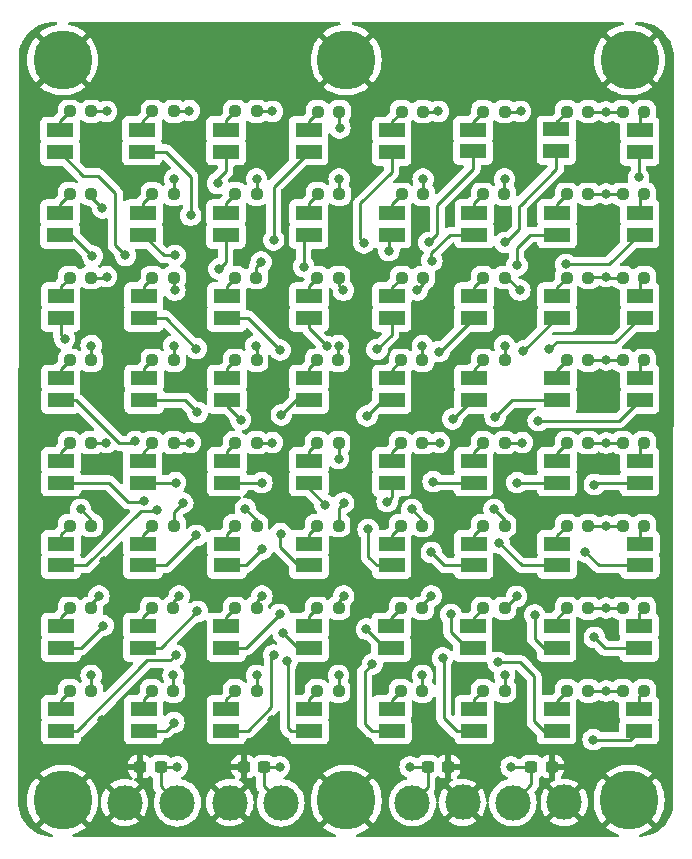
<source format=gbr>
%TF.GenerationSoftware,KiCad,Pcbnew,8.0.5*%
%TF.CreationDate,2024-11-25T13:54:06-10:00*%
%TF.ProjectId,SiPMT.revA,5369504d-542e-4726-9576-412e6b696361,rev?*%
%TF.SameCoordinates,Original*%
%TF.FileFunction,Copper,L4,Bot*%
%TF.FilePolarity,Positive*%
%FSLAX46Y46*%
G04 Gerber Fmt 4.6, Leading zero omitted, Abs format (unit mm)*
G04 Created by KiCad (PCBNEW 8.0.5) date 2024-11-25 13:54:06*
%MOMM*%
%LPD*%
G01*
G04 APERTURE LIST*
G04 Aperture macros list*
%AMRoundRect*
0 Rectangle with rounded corners*
0 $1 Rounding radius*
0 $2 $3 $4 $5 $6 $7 $8 $9 X,Y pos of 4 corners*
0 Add a 4 corners polygon primitive as box body*
4,1,4,$2,$3,$4,$5,$6,$7,$8,$9,$2,$3,0*
0 Add four circle primitives for the rounded corners*
1,1,$1+$1,$2,$3*
1,1,$1+$1,$4,$5*
1,1,$1+$1,$6,$7*
1,1,$1+$1,$8,$9*
0 Add four rect primitives between the rounded corners*
20,1,$1+$1,$2,$3,$4,$5,0*
20,1,$1+$1,$4,$5,$6,$7,0*
20,1,$1+$1,$6,$7,$8,$9,0*
20,1,$1+$1,$8,$9,$2,$3,0*%
G04 Aperture macros list end*
%TA.AperFunction,ComponentPad*%
%ADD10C,5.000000*%
%TD*%
%TA.AperFunction,ComponentPad*%
%ADD11C,3.000000*%
%TD*%
%TA.AperFunction,SMDPad,CuDef*%
%ADD12RoundRect,0.237500X0.250000X0.237500X-0.250000X0.237500X-0.250000X-0.237500X0.250000X-0.237500X0*%
%TD*%
%TA.AperFunction,SMDPad,CuDef*%
%ADD13R,2.325000X1.300000*%
%TD*%
%TA.AperFunction,SMDPad,CuDef*%
%ADD14RoundRect,0.237500X-0.250000X-0.237500X0.250000X-0.237500X0.250000X0.237500X-0.250000X0.237500X0*%
%TD*%
%TA.AperFunction,SMDPad,CuDef*%
%ADD15RoundRect,0.237500X0.300000X0.237500X-0.300000X0.237500X-0.300000X-0.237500X0.300000X-0.237500X0*%
%TD*%
%TA.AperFunction,ViaPad*%
%ADD16C,0.800000*%
%TD*%
%TA.AperFunction,Conductor*%
%ADD17C,0.250000*%
%TD*%
G04 APERTURE END LIST*
D10*
%TO.P,H1,1,1*%
%TO.N,GND*%
X122887500Y-63775000D03*
%TD*%
%TO.P,H6,1,1*%
%TO.N,GND*%
X170837500Y-126475000D03*
%TD*%
%TO.P,H3,1,1*%
%TO.N,GND*%
X170887500Y-63775000D03*
%TD*%
%TO.P,H5,1,1*%
%TO.N,GND*%
X146887500Y-126475000D03*
%TD*%
%TO.P,H2,1,1*%
%TO.N,GND*%
X146887500Y-63775000D03*
%TD*%
%TO.P,H4,1,1*%
%TO.N,GND*%
X122887500Y-126475000D03*
%TD*%
D11*
%TO.P,H10,1,1*%
%TO.N,GND*%
X165350000Y-126630000D03*
%TD*%
%TO.P,H9,1,1*%
%TO.N,GND*%
X137037500Y-126655000D03*
%TD*%
%TO.P,Q3,1,1*%
%TO.N,+BATT 3*%
X132600000Y-126680000D03*
%TD*%
%TO.P,H7,1,1*%
%TO.N,GND*%
X156750000Y-126630000D03*
%TD*%
%TO.P,Q4,1,1*%
%TO.N,+BATT 4*%
X161000000Y-126655000D03*
%TD*%
%TO.P,Q2,1,1*%
%TO.N,+BATT 2*%
X141350000Y-126680000D03*
%TD*%
%TO.P,Q1,1,1*%
%TO.N,+BATT 1*%
X152500000Y-126655000D03*
%TD*%
%TO.P,H8,1,1*%
%TO.N,GND*%
X128143148Y-126655000D03*
%TD*%
D12*
%TO.P,R3,1*%
%TO.N,+BATT 1*%
X160312500Y-68155000D03*
%TO.P,R3,2*%
%TO.N,Net-(D3-K)*%
X158487500Y-68155000D03*
%TD*%
D13*
%TO.P,D40,1,K*%
%TO.N,Net-(D40-K)*%
X143737500Y-104730000D03*
%TO.P,D40,2,A*%
%TO.N,/AO1_CH3*%
X143737500Y-106580000D03*
%TD*%
%TO.P,D11,1,K*%
%TO.N,Net-(D11-K)*%
X122720000Y-90730000D03*
%TO.P,D11,2,A*%
%TO.N,/AO2_CH0*%
X122720000Y-92580000D03*
%TD*%
%TO.P,D25,1,K*%
%TO.N,Net-(D25-K)*%
X150737500Y-83780000D03*
%TO.P,D25,2,A*%
%TO.N,/AE2_CH3*%
X150737500Y-85630000D03*
%TD*%
%TO.P,D20,1,K*%
%TO.N,Net-(D20-K)*%
X129700000Y-76755000D03*
%TO.P,D20,2,A*%
%TO.N,/AO3_CH1*%
X129700000Y-78605000D03*
%TD*%
%TO.P,D42,1,K*%
%TO.N,Net-(D42-K)*%
X150737500Y-104730000D03*
%TO.P,D42,2,A*%
%TO.N,/AO1_CH4*%
X150737500Y-106580000D03*
%TD*%
D12*
%TO.P,R1,1*%
%TO.N,+BATT 1*%
X153400000Y-68155000D03*
%TO.P,R1,2*%
%TO.N,Net-(D1-K)*%
X151575000Y-68155000D03*
%TD*%
%TO.P,R55,1*%
%TO.N,+BATT 3*%
X146250000Y-110205000D03*
%TO.P,R55,2*%
%TO.N,Net-(D55-K)*%
X144425000Y-110205000D03*
%TD*%
%TO.P,R58,1*%
%TO.N,+BATT 4*%
X153350000Y-117205000D03*
%TO.P,R58,2*%
%TO.N,Net-(D58-K)*%
X151525000Y-117205000D03*
%TD*%
D13*
%TO.P,D4,1,K*%
%TO.N,Net-(D4-K)*%
X157737500Y-76730000D03*
%TO.P,D4,2,A*%
%TO.N,/AO3_CH5*%
X157737500Y-78580000D03*
%TD*%
D12*
%TO.P,R5,1*%
%TO.N,+BATT 1*%
X167400000Y-68155000D03*
%TO.P,R5,2*%
%TO.N,Net-(D5-K)*%
X165575000Y-68155000D03*
%TD*%
D13*
%TO.P,D55,1,K*%
%TO.N,Net-(D55-K)*%
X143737500Y-111730000D03*
%TO.P,D55,2,A*%
%TO.N,/AE0_CH4*%
X143737500Y-113580000D03*
%TD*%
D12*
%TO.P,R43,1*%
%TO.N,+BATT 4*%
X160300000Y-96205000D03*
%TO.P,R43,2*%
%TO.N,Net-(D43-K)*%
X158475000Y-96205000D03*
%TD*%
D13*
%TO.P,D32,1,K*%
%TO.N,Net-(D32-K)*%
X171737500Y-90730000D03*
%TO.P,D32,2,A*%
%TO.N,/AO2_CH7*%
X171737500Y-92580000D03*
%TD*%
%TO.P,D36,1,K*%
%TO.N,Net-(D36-K)*%
X129687500Y-104730000D03*
%TO.P,D36,2,A*%
%TO.N,/AO1_CH1*%
X129687500Y-106580000D03*
%TD*%
%TO.P,D43,1,K*%
%TO.N,Net-(D43-K)*%
X157687500Y-97730000D03*
%TO.P,D43,2,A*%
%TO.N,/AE1_CH2*%
X157687500Y-99580000D03*
%TD*%
%TO.P,D53,1,K*%
%TO.N,Net-(D53-K)*%
X136737500Y-111730000D03*
%TO.P,D53,2,A*%
%TO.N,/AE0_CH5*%
X136737500Y-113580000D03*
%TD*%
D14*
%TO.P,R48,1*%
%TO.N,+BATT 4*%
X170287500Y-103205000D03*
%TO.P,R48,2*%
%TO.N,Net-(D48-K)*%
X172112500Y-103205000D03*
%TD*%
D13*
%TO.P,D10,1,K*%
%TO.N,Net-(D10-K)*%
X122715000Y-83780000D03*
%TO.P,D10,2,A*%
%TO.N,/AE2_CH7*%
X122715000Y-85630000D03*
%TD*%
D15*
%TO.P,C4,1*%
%TO.N,+BATT 3*%
X131175000Y-123630000D03*
%TO.P,C4,2*%
%TO.N,GND*%
X129450000Y-123630000D03*
%TD*%
D13*
%TO.P,D17,1,K*%
%TO.N,Net-(D17-K)*%
X143712500Y-76755000D03*
%TO.P,D17,2,A*%
%TO.N,/AO3_CH3*%
X143712500Y-78605000D03*
%TD*%
D12*
%TO.P,R24,1*%
%TO.N,+BATT 2*%
X146237500Y-89205000D03*
%TO.P,R24,2*%
%TO.N,Net-(D24-K)*%
X144412500Y-89205000D03*
%TD*%
%TO.P,R16,1*%
%TO.N,+BATT 2*%
X139300000Y-89205000D03*
%TO.P,R16,2*%
%TO.N,Net-(D16-K)*%
X137475000Y-89205000D03*
%TD*%
D13*
%TO.P,D14,1,K*%
%TO.N,Net-(D14-K)*%
X136762500Y-83780000D03*
%TO.P,D14,2,A*%
%TO.N,/AE2_CH5*%
X136762500Y-85630000D03*
%TD*%
%TO.P,D18,1,K*%
%TO.N,Net-(D18-K)*%
X122650000Y-69755000D03*
%TO.P,D18,2,A*%
%TO.N,/AE3_CH7*%
X122650000Y-71605000D03*
%TD*%
%TO.P,D54,1,K*%
%TO.N,Net-(D54-K)*%
X136750000Y-118730000D03*
%TO.P,D54,2,A*%
%TO.N,/AO0_CH2*%
X136750000Y-120580000D03*
%TD*%
D12*
%TO.P,R21,1*%
%TO.N,+BATT 2*%
X139312500Y-68130000D03*
%TO.P,R21,2*%
%TO.N,Net-(D21-K)*%
X137487500Y-68130000D03*
%TD*%
%TO.P,R57,1*%
%TO.N,+BATT 4*%
X153350000Y-110205000D03*
%TO.P,R57,2*%
%TO.N,Net-(D57-K)*%
X151525000Y-110205000D03*
%TD*%
%TO.P,R7,1*%
%TO.N,+BATT 2*%
X125312500Y-75130000D03*
%TO.P,R7,2*%
%TO.N,Net-(D7-K)*%
X123487500Y-75130000D03*
%TD*%
D13*
%TO.P,D38,1,K*%
%TO.N,Net-(D38-K)*%
X136787500Y-104730000D03*
%TO.P,D38,2,A*%
%TO.N,/AO1_CH2*%
X136787500Y-106580000D03*
%TD*%
%TO.P,D33,1,K*%
%TO.N,Net-(D33-K)*%
X122737500Y-97730000D03*
%TO.P,D33,2,A*%
%TO.N,/AE1_CH7*%
X122737500Y-99580000D03*
%TD*%
%TO.P,D62,1,K*%
%TO.N,Net-(D62-K)*%
X164700000Y-118730000D03*
%TO.P,D62,2,A*%
%TO.N,/AO0_CH6*%
X164700000Y-120580000D03*
%TD*%
D14*
%TO.P,R8,1*%
%TO.N,+BATT 1*%
X170287500Y-68180000D03*
%TO.P,R8,2*%
%TO.N,Net-(D8-K)*%
X172112500Y-68180000D03*
%TD*%
D12*
%TO.P,R52,1*%
%TO.N,+BATT 3*%
X132250000Y-117205000D03*
%TO.P,R52,2*%
%TO.N,Net-(D52-K)*%
X130425000Y-117205000D03*
%TD*%
%TO.P,R23,1*%
%TO.N,+BATT 2*%
X146250000Y-82205000D03*
%TO.P,R23,2*%
%TO.N,Net-(D23-K)*%
X144425000Y-82205000D03*
%TD*%
%TO.P,R17,1*%
%TO.N,+BATT 2*%
X146312500Y-75130000D03*
%TO.P,R17,2*%
%TO.N,Net-(D17-K)*%
X144487500Y-75130000D03*
%TD*%
%TO.P,R20,1*%
%TO.N,+BATT 2*%
X132312500Y-75130000D03*
%TO.P,R20,2*%
%TO.N,Net-(D20-K)*%
X130487500Y-75130000D03*
%TD*%
%TO.P,R38,1*%
%TO.N,+BATT 3*%
X139300000Y-103205000D03*
%TO.P,R38,2*%
%TO.N,Net-(D38-K)*%
X137475000Y-103205000D03*
%TD*%
%TO.P,R22,1*%
%TO.N,+BATT 2*%
X146312500Y-68180000D03*
%TO.P,R22,2*%
%TO.N,Net-(D22-K)*%
X144487500Y-68180000D03*
%TD*%
D13*
%TO.P,D8,1,K*%
%TO.N,Net-(D8-K)*%
X171737500Y-69730000D03*
%TO.P,D8,2,A*%
%TO.N,/AE3_CH0*%
X171737500Y-71580000D03*
%TD*%
%TO.P,D64,1,K*%
%TO.N,Net-(D64-K)*%
X171700000Y-118730000D03*
%TO.P,D64,2,A*%
%TO.N,/AO0_CH7*%
X171700000Y-120580000D03*
%TD*%
%TO.P,D37,1,K*%
%TO.N,Net-(D37-K)*%
X136787500Y-97730000D03*
%TO.P,D37,2,A*%
%TO.N,/AE1_CH5*%
X136787500Y-99580000D03*
%TD*%
%TO.P,D12,1,K*%
%TO.N,Net-(D12-K)*%
X129737500Y-83780000D03*
%TO.P,D12,2,A*%
%TO.N,/AE2_CH6*%
X129737500Y-85630000D03*
%TD*%
D12*
%TO.P,R46,1*%
%TO.N,+BATT 4*%
X167400000Y-103205000D03*
%TO.P,R46,2*%
%TO.N,Net-(D46-K)*%
X165575000Y-103205000D03*
%TD*%
D15*
%TO.P,C7,1*%
%TO.N,GND*%
X155512500Y-123630000D03*
%TO.P,C7,2*%
%TO.N,+BATT 1*%
X153787500Y-123630000D03*
%TD*%
D13*
%TO.P,D46,1,K*%
%TO.N,Net-(D46-K)*%
X164737500Y-104730000D03*
%TO.P,D46,2,A*%
%TO.N,/AO1_CH6*%
X164737500Y-106580000D03*
%TD*%
%TO.P,D26,1,K*%
%TO.N,Net-(D26-K)*%
X150737500Y-90730000D03*
%TO.P,D26,2,A*%
%TO.N,/AO2_CH4*%
X150737500Y-92580000D03*
%TD*%
D12*
%TO.P,R39,1*%
%TO.N,+BATT 3*%
X146250000Y-96205000D03*
%TO.P,R39,2*%
%TO.N,Net-(D39-K)*%
X144425000Y-96205000D03*
%TD*%
D13*
%TO.P,D60,1,K*%
%TO.N,Net-(D60-K)*%
X157750000Y-118730000D03*
%TO.P,D60,2,A*%
%TO.N,/AO0_CH5*%
X157750000Y-120580000D03*
%TD*%
%TO.P,D7,1,K*%
%TO.N,Net-(D7-K)*%
X122662500Y-76755000D03*
%TO.P,D7,2,A*%
%TO.N,/AO3_CH0*%
X122662500Y-78605000D03*
%TD*%
%TO.P,D2,1,K*%
%TO.N,Net-(D2-K)*%
X150737500Y-76730000D03*
%TO.P,D2,2,A*%
%TO.N,/AO3_CH4*%
X150737500Y-78580000D03*
%TD*%
%TO.P,D58,1,K*%
%TO.N,Net-(D58-K)*%
X150750000Y-118730000D03*
%TO.P,D58,2,A*%
%TO.N,/AO0_CH4*%
X150750000Y-120580000D03*
%TD*%
%TO.P,D44,1,K*%
%TO.N,Net-(D44-K)*%
X157687500Y-104730000D03*
%TO.P,D44,2,A*%
%TO.N,/AO1_CH5*%
X157687500Y-106580000D03*
%TD*%
D12*
%TO.P,R34,1*%
%TO.N,+BATT 3*%
X125300000Y-103205000D03*
%TO.P,R34,2*%
%TO.N,Net-(D34-K)*%
X123475000Y-103205000D03*
%TD*%
D13*
%TO.P,D24,1,K*%
%TO.N,Net-(D24-K)*%
X143737500Y-90730000D03*
%TO.P,D24,2,A*%
%TO.N,/AO2_CH3*%
X143737500Y-92580000D03*
%TD*%
D12*
%TO.P,R56,1*%
%TO.N,+BATT 3*%
X146250000Y-117205000D03*
%TO.P,R56,2*%
%TO.N,Net-(D56-K)*%
X144425000Y-117205000D03*
%TD*%
%TO.P,R26,1*%
%TO.N,+BATT 1*%
X153350000Y-89205000D03*
%TO.P,R26,2*%
%TO.N,Net-(D26-K)*%
X151525000Y-89205000D03*
%TD*%
%TO.P,R41,1*%
%TO.N,+BATT 4*%
X153350000Y-96205000D03*
%TO.P,R41,2*%
%TO.N,Net-(D41-K)*%
X151525000Y-96205000D03*
%TD*%
%TO.P,R30,1*%
%TO.N,+BATT 1*%
X167400000Y-89205000D03*
%TO.P,R30,2*%
%TO.N,Net-(D30-K)*%
X165575000Y-89205000D03*
%TD*%
D13*
%TO.P,D23,1,K*%
%TO.N,Net-(D23-K)*%
X143737500Y-83780000D03*
%TO.P,D23,2,A*%
%TO.N,/AE2_CH4*%
X143737500Y-85630000D03*
%TD*%
%TO.P,D5,1,K*%
%TO.N,Net-(D5-K)*%
X164687500Y-69655000D03*
%TO.P,D5,2,A*%
%TO.N,/AE3_CH1*%
X164687500Y-71505000D03*
%TD*%
D12*
%TO.P,R19,1*%
%TO.N,+BATT 2*%
X132312500Y-68130000D03*
%TO.P,R19,2*%
%TO.N,Net-(D19-K)*%
X130487500Y-68130000D03*
%TD*%
D14*
%TO.P,R47,1*%
%TO.N,+BATT 4*%
X170287500Y-96205000D03*
%TO.P,R47,2*%
%TO.N,Net-(D47-K)*%
X172112500Y-96205000D03*
%TD*%
D12*
%TO.P,R44,1*%
%TO.N,+BATT 4*%
X160300000Y-103205000D03*
%TO.P,R44,2*%
%TO.N,Net-(D44-K)*%
X158475000Y-103205000D03*
%TD*%
D15*
%TO.P,C6,1*%
%TO.N,GND*%
X164300000Y-123630000D03*
%TO.P,C6,2*%
%TO.N,+BATT 4*%
X162575000Y-123630000D03*
%TD*%
D13*
%TO.P,D3,1,K*%
%TO.N,Net-(D3-K)*%
X157637500Y-69680000D03*
%TO.P,D3,2,A*%
%TO.N,/AE3_CH2*%
X157637500Y-71530000D03*
%TD*%
D12*
%TO.P,R62,1*%
%TO.N,+BATT 4*%
X167400000Y-117205000D03*
%TO.P,R62,2*%
%TO.N,Net-(D62-K)*%
X165575000Y-117205000D03*
%TD*%
%TO.P,R12,1*%
%TO.N,+BATT 2*%
X132300000Y-82205000D03*
%TO.P,R12,2*%
%TO.N,Net-(D12-K)*%
X130475000Y-82205000D03*
%TD*%
%TO.P,R45,1*%
%TO.N,+BATT 4*%
X167400000Y-96205000D03*
%TO.P,R45,2*%
%TO.N,Net-(D45-K)*%
X165575000Y-96205000D03*
%TD*%
%TO.P,R2,1*%
%TO.N,+BATT 1*%
X153400000Y-75155000D03*
%TO.P,R2,2*%
%TO.N,Net-(D2-K)*%
X151575000Y-75155000D03*
%TD*%
D14*
%TO.P,R63,1*%
%TO.N,+BATT 4*%
X170287500Y-110205000D03*
%TO.P,R63,2*%
%TO.N,Net-(D63-K)*%
X172112500Y-110205000D03*
%TD*%
D12*
%TO.P,R15,1*%
%TO.N,+BATT 2*%
X139312500Y-75130000D03*
%TO.P,R15,2*%
%TO.N,Net-(D15-K)*%
X137487500Y-75130000D03*
%TD*%
D13*
%TO.P,D6,1,K*%
%TO.N,Net-(D6-K)*%
X164737500Y-76730000D03*
%TO.P,D6,2,A*%
%TO.N,/AO3_CH6*%
X164737500Y-78580000D03*
%TD*%
D12*
%TO.P,R33,1*%
%TO.N,+BATT 3*%
X125300000Y-96205000D03*
%TO.P,R33,2*%
%TO.N,Net-(D33-K)*%
X123475000Y-96205000D03*
%TD*%
%TO.P,R28,1*%
%TO.N,+BATT 1*%
X160300000Y-89205000D03*
%TO.P,R28,2*%
%TO.N,Net-(D28-K)*%
X158475000Y-89205000D03*
%TD*%
D13*
%TO.P,D48,1,K*%
%TO.N,Net-(D48-K)*%
X171750000Y-104730000D03*
%TO.P,D48,2,A*%
%TO.N,/AO1_CH7*%
X171750000Y-106580000D03*
%TD*%
D12*
%TO.P,R11,1*%
%TO.N,+BATT 2*%
X125300000Y-89205000D03*
%TO.P,R11,2*%
%TO.N,Net-(D11-K)*%
X123475000Y-89205000D03*
%TD*%
D15*
%TO.P,C5,1*%
%TO.N,+BATT 2*%
X139925000Y-123630000D03*
%TO.P,C5,2*%
%TO.N,GND*%
X138200000Y-123630000D03*
%TD*%
D12*
%TO.P,R10,1*%
%TO.N,+BATT 2*%
X125300000Y-82205000D03*
%TO.P,R10,2*%
%TO.N,Net-(D10-K)*%
X123475000Y-82205000D03*
%TD*%
D13*
%TO.P,D49,1,K*%
%TO.N,Net-(D49-K)*%
X122737500Y-111730000D03*
%TO.P,D49,2,A*%
%TO.N,/AE0_CH7*%
X122737500Y-113580000D03*
%TD*%
D12*
%TO.P,R60,1*%
%TO.N,+BATT 4*%
X160300000Y-117205000D03*
%TO.P,R60,2*%
%TO.N,Net-(D60-K)*%
X158475000Y-117205000D03*
%TD*%
D14*
%TO.P,R9,1*%
%TO.N,+BATT 1*%
X170287500Y-75155000D03*
%TO.P,R9,2*%
%TO.N,Net-(D9-K)*%
X172112500Y-75155000D03*
%TD*%
D13*
%TO.P,D13,1,K*%
%TO.N,Net-(D13-K)*%
X129787500Y-90730000D03*
%TO.P,D13,2,A*%
%TO.N,/AO2_CH1*%
X129787500Y-92580000D03*
%TD*%
D12*
%TO.P,R59,1*%
%TO.N,+BATT 4*%
X160300000Y-110205000D03*
%TO.P,R59,2*%
%TO.N,Net-(D59-K)*%
X158475000Y-110205000D03*
%TD*%
D13*
%TO.P,D63,1,K*%
%TO.N,Net-(D63-K)*%
X171700000Y-111730000D03*
%TO.P,D63,2,A*%
%TO.N,/AE0_CH0*%
X171700000Y-113580000D03*
%TD*%
%TO.P,D21,1,K*%
%TO.N,Net-(D21-K)*%
X136712500Y-69705000D03*
%TO.P,D21,2,A*%
%TO.N,/AE3_CH5*%
X136712500Y-71555000D03*
%TD*%
D14*
%TO.P,R32,1*%
%TO.N,+BATT 1*%
X170287500Y-89205000D03*
%TO.P,R32,2*%
%TO.N,Net-(D32-K)*%
X172112500Y-89205000D03*
%TD*%
D13*
%TO.P,D61,1,K*%
%TO.N,Net-(D61-K)*%
X164700000Y-111730000D03*
%TO.P,D61,2,A*%
%TO.N,/AE0_CH1*%
X164700000Y-113580000D03*
%TD*%
%TO.P,D51,1,K*%
%TO.N,Net-(D51-K)*%
X129687500Y-111730000D03*
%TO.P,D51,2,A*%
%TO.N,/AE0_CH6*%
X129687500Y-113580000D03*
%TD*%
D12*
%TO.P,R36,1*%
%TO.N,+BATT 3*%
X132300000Y-103205000D03*
%TO.P,R36,2*%
%TO.N,Net-(D36-K)*%
X130475000Y-103205000D03*
%TD*%
D13*
%TO.P,D56,1,K*%
%TO.N,Net-(D56-K)*%
X143750000Y-118730000D03*
%TO.P,D56,2,A*%
%TO.N,/AO0_CH3*%
X143750000Y-120580000D03*
%TD*%
D14*
%TO.P,R64,1*%
%TO.N,+BATT 4*%
X170287500Y-117205000D03*
%TO.P,R64,2*%
%TO.N,Net-(D64-K)*%
X172112500Y-117205000D03*
%TD*%
D13*
%TO.P,D35,1,K*%
%TO.N,Net-(D35-K)*%
X129650000Y-97730000D03*
%TO.P,D35,2,A*%
%TO.N,/AE1_CH6*%
X129650000Y-99580000D03*
%TD*%
%TO.P,D28,1,K*%
%TO.N,Net-(D28-K)*%
X157687500Y-90730000D03*
%TO.P,D28,2,A*%
%TO.N,/AO2_CH5*%
X157687500Y-92580000D03*
%TD*%
D12*
%TO.P,R51,1*%
%TO.N,+BATT 3*%
X132250000Y-110205000D03*
%TO.P,R51,2*%
%TO.N,Net-(D51-K)*%
X130425000Y-110205000D03*
%TD*%
D13*
%TO.P,D30,1,K*%
%TO.N,Net-(D30-K)*%
X164737500Y-90730000D03*
%TO.P,D30,2,A*%
%TO.N,/AO2_CH6*%
X164737500Y-92580000D03*
%TD*%
%TO.P,D47,1,K*%
%TO.N,Net-(D47-K)*%
X171737500Y-97730000D03*
%TO.P,D47,2,A*%
%TO.N,/AE1_CH0*%
X171737500Y-99580000D03*
%TD*%
%TO.P,D19,1,K*%
%TO.N,Net-(D19-K)*%
X129600000Y-69705000D03*
%TO.P,D19,2,A*%
%TO.N,/AE3_CH6*%
X129600000Y-71555000D03*
%TD*%
%TO.P,D22,1,K*%
%TO.N,Net-(D22-K)*%
X143700000Y-69705000D03*
%TO.P,D22,2,A*%
%TO.N,/AE3_CH4*%
X143700000Y-71555000D03*
%TD*%
%TO.P,D15,1,K*%
%TO.N,Net-(D15-K)*%
X136700000Y-76755000D03*
%TO.P,D15,2,A*%
%TO.N,/AO3_CH2*%
X136700000Y-78605000D03*
%TD*%
D12*
%TO.P,R4,1*%
%TO.N,+BATT 1*%
X160287500Y-75155000D03*
%TO.P,R4,2*%
%TO.N,Net-(D4-K)*%
X158462500Y-75155000D03*
%TD*%
%TO.P,R27,1*%
%TO.N,+BATT 1*%
X160300000Y-82205000D03*
%TO.P,R27,2*%
%TO.N,Net-(D27-K)*%
X158475000Y-82205000D03*
%TD*%
D13*
%TO.P,D1,1,K*%
%TO.N,Net-(D1-K)*%
X150737500Y-69755000D03*
%TO.P,D1,2,A*%
%TO.N,/AE3_CH3*%
X150737500Y-71605000D03*
%TD*%
%TO.P,D29,1,K*%
%TO.N,Net-(D29-K)*%
X164737500Y-83780000D03*
%TO.P,D29,2,A*%
%TO.N,/AE2_CH1*%
X164737500Y-85630000D03*
%TD*%
D14*
%TO.P,R31,1*%
%TO.N,+BATT 1*%
X170287500Y-82205000D03*
%TO.P,R31,2*%
%TO.N,Net-(D31-K)*%
X172112500Y-82205000D03*
%TD*%
D12*
%TO.P,R25,1*%
%TO.N,+BATT 1*%
X153400000Y-82205000D03*
%TO.P,R25,2*%
%TO.N,Net-(D25-K)*%
X151575000Y-82205000D03*
%TD*%
D13*
%TO.P,D41,1,K*%
%TO.N,Net-(D41-K)*%
X150737500Y-97730000D03*
%TO.P,D41,2,A*%
%TO.N,/AE1_CH3*%
X150737500Y-99580000D03*
%TD*%
%TO.P,D16,1,K*%
%TO.N,Net-(D16-K)*%
X136787500Y-90730000D03*
%TO.P,D16,2,A*%
%TO.N,/AO2_CH2*%
X136787500Y-92580000D03*
%TD*%
D12*
%TO.P,R40,1*%
%TO.N,+BATT 3*%
X146250000Y-103205000D03*
%TO.P,R40,2*%
%TO.N,Net-(D40-K)*%
X144425000Y-103205000D03*
%TD*%
%TO.P,R6,1*%
%TO.N,+BATT 1*%
X167400000Y-75155000D03*
%TO.P,R6,2*%
%TO.N,Net-(D6-K)*%
X165575000Y-75155000D03*
%TD*%
%TO.P,R53,1*%
%TO.N,+BATT 3*%
X139300000Y-110205000D03*
%TO.P,R53,2*%
%TO.N,Net-(D53-K)*%
X137475000Y-110205000D03*
%TD*%
D13*
%TO.P,D31,1,K*%
%TO.N,Net-(D31-K)*%
X171737500Y-83780000D03*
%TO.P,D31,2,A*%
%TO.N,/AE2_CH0*%
X171737500Y-85630000D03*
%TD*%
%TO.P,D9,1,K*%
%TO.N,Net-(D9-K)*%
X171737500Y-76730000D03*
%TO.P,D9,2,A*%
%TO.N,/AO3_CH7*%
X171737500Y-78580000D03*
%TD*%
%TO.P,D34,1,K*%
%TO.N,Net-(D34-K)*%
X122737500Y-104730000D03*
%TO.P,D34,2,A*%
%TO.N,/AO1_CH0*%
X122737500Y-106580000D03*
%TD*%
D12*
%TO.P,R13,1*%
%TO.N,+BATT 2*%
X132300000Y-89205000D03*
%TO.P,R13,2*%
%TO.N,Net-(D13-K)*%
X130475000Y-89205000D03*
%TD*%
%TO.P,R42,1*%
%TO.N,+BATT 4*%
X153350000Y-103205000D03*
%TO.P,R42,2*%
%TO.N,Net-(D42-K)*%
X151525000Y-103205000D03*
%TD*%
D13*
%TO.P,D57,1,K*%
%TO.N,Net-(D57-K)*%
X150700000Y-111730000D03*
%TO.P,D57,2,A*%
%TO.N,/AE0_CH3*%
X150700000Y-113580000D03*
%TD*%
%TO.P,D59,1,K*%
%TO.N,Net-(D59-K)*%
X157600000Y-111730000D03*
%TO.P,D59,2,A*%
%TO.N,/AE0_CH2*%
X157600000Y-113580000D03*
%TD*%
D12*
%TO.P,R14,1*%
%TO.N,+BATT 2*%
X139287500Y-82205000D03*
%TO.P,R14,2*%
%TO.N,Net-(D14-K)*%
X137462500Y-82205000D03*
%TD*%
D13*
%TO.P,D45,1,K*%
%TO.N,Net-(D45-K)*%
X164737500Y-97730000D03*
%TO.P,D45,2,A*%
%TO.N,/AE1_CH1*%
X164737500Y-99580000D03*
%TD*%
%TO.P,D39,1,K*%
%TO.N,Net-(D39-K)*%
X143737500Y-97730000D03*
%TO.P,D39,2,A*%
%TO.N,/AE1_CH4*%
X143737500Y-99580000D03*
%TD*%
D12*
%TO.P,R37,1*%
%TO.N,+BATT 3*%
X139300000Y-96205000D03*
%TO.P,R37,2*%
%TO.N,Net-(D37-K)*%
X137475000Y-96205000D03*
%TD*%
D13*
%TO.P,D52,1,K*%
%TO.N,Net-(D52-K)*%
X129737500Y-118730000D03*
%TO.P,D52,2,A*%
%TO.N,/AO0_CH1*%
X129737500Y-120580000D03*
%TD*%
D12*
%TO.P,R54,1*%
%TO.N,+BATT 3*%
X139300000Y-117205000D03*
%TO.P,R54,2*%
%TO.N,Net-(D54-K)*%
X137475000Y-117205000D03*
%TD*%
D13*
%TO.P,D50,1,K*%
%TO.N,Net-(D50-K)*%
X122737500Y-118730000D03*
%TO.P,D50,2,A*%
%TO.N,/AO0_CH0*%
X122737500Y-120580000D03*
%TD*%
D12*
%TO.P,R29,1*%
%TO.N,+BATT 1*%
X167400000Y-82205000D03*
%TO.P,R29,2*%
%TO.N,Net-(D29-K)*%
X165575000Y-82205000D03*
%TD*%
%TO.P,R49,1*%
%TO.N,+BATT 3*%
X125300000Y-110205000D03*
%TO.P,R49,2*%
%TO.N,Net-(D49-K)*%
X123475000Y-110205000D03*
%TD*%
%TO.P,R61,1*%
%TO.N,+BATT 4*%
X167400000Y-110205000D03*
%TO.P,R61,2*%
%TO.N,Net-(D61-K)*%
X165575000Y-110205000D03*
%TD*%
D13*
%TO.P,D27,1,K*%
%TO.N,Net-(D27-K)*%
X157700000Y-83780000D03*
%TO.P,D27,2,A*%
%TO.N,/AE2_CH2*%
X157700000Y-85630000D03*
%TD*%
D12*
%TO.P,R50,1*%
%TO.N,+BATT 3*%
X125300000Y-117205000D03*
%TO.P,R50,2*%
%TO.N,Net-(D50-K)*%
X123475000Y-117205000D03*
%TD*%
%TO.P,R35,1*%
%TO.N,+BATT 3*%
X132300000Y-96205000D03*
%TO.P,R35,2*%
%TO.N,Net-(D35-K)*%
X130475000Y-96205000D03*
%TD*%
%TO.P,R18,1*%
%TO.N,+BATT 2*%
X125312500Y-68130000D03*
%TO.P,R18,2*%
%TO.N,Net-(D18-K)*%
X123487500Y-68130000D03*
%TD*%
D16*
%TO.N,GND*%
X133150000Y-70830000D03*
X126050000Y-91930000D03*
X168200000Y-85180000D03*
X126200000Y-84630000D03*
X126200000Y-119680000D03*
X146600000Y-77830000D03*
X167250000Y-77380000D03*
X126100000Y-97980000D03*
X126050000Y-70780000D03*
X173750000Y-73080000D03*
X154100000Y-70830000D03*
X164350000Y-116030000D03*
X168150000Y-70830000D03*
X146400000Y-119680000D03*
X161250000Y-119680000D03*
X160950000Y-70830000D03*
X153550000Y-76980000D03*
X160350000Y-77130000D03*
X168150000Y-98280000D03*
X147000000Y-70830000D03*
X154050000Y-119680000D03*
X126350000Y-106230000D03*
X132400000Y-77930000D03*
X168000000Y-91580000D03*
X156950000Y-116130000D03*
X126100000Y-113480000D03*
X140800000Y-83430000D03*
X139450000Y-77630000D03*
X167900000Y-119680000D03*
X137600000Y-87780000D03*
X140600000Y-119680000D03*
X140100000Y-70830000D03*
X168150000Y-108280000D03*
X125850000Y-77580000D03*
%TO.N,/AE0_CH7*%
X126300000Y-111680000D03*
%TO.N,/AO0_CH0*%
X132450000Y-114180000D03*
%TO.N,/AE0_CH6*%
X134300000Y-110480000D03*
%TO.N,/AO0_CH1*%
X132300000Y-119880000D03*
%TO.N,/AO0_CH2*%
X140750000Y-114180000D03*
%TO.N,/AE0_CH5*%
X141250000Y-110730000D03*
%TO.N,/AO0_CH3*%
X141900000Y-114680000D03*
%TO.N,/AE0_CH4*%
X141550000Y-112330000D03*
%TO.N,/AE0_CH3*%
X148600000Y-111980000D03*
%TO.N,/AO0_CH4*%
X149100000Y-114930000D03*
%TO.N,/AE0_CH2*%
X155750000Y-110730000D03*
%TO.N,/AO0_CH5*%
X155050000Y-114430000D03*
%TO.N,/AO0_CH6*%
X159750000Y-114780000D03*
%TO.N,/AE0_CH1*%
X162850000Y-110780000D03*
%TO.N,/AO0_CH7*%
X167800000Y-121330000D03*
%TO.N,/AE0_CH0*%
X167900000Y-112680000D03*
%TO.N,/AE1_CH7*%
X129750000Y-101130000D03*
%TO.N,/AO1_CH0*%
X130850000Y-101930000D03*
%TO.N,/AE1_CH6*%
X132450000Y-99580000D03*
%TO.N,/AO1_CH1*%
X134200000Y-104030000D03*
%TO.N,/AO1_CH2*%
X139800000Y-105180000D03*
%TO.N,/AE1_CH5*%
X139750000Y-99580000D03*
%TO.N,/AO1_CH3*%
X141350000Y-103880000D03*
%TO.N,/AE1_CH4*%
X145100000Y-101430000D03*
%TO.N,/AE1_CH3*%
X150350000Y-101180000D03*
%TO.N,/AO1_CH4*%
X148750000Y-103530000D03*
%TO.N,/AE1_CH2*%
X154250000Y-99480000D03*
%TO.N,/AO1_CH5*%
X154100000Y-105480000D03*
%TO.N,/AO1_CH6*%
X159850000Y-104680000D03*
%TO.N,/AE1_CH1*%
X161350000Y-99580000D03*
%TO.N,/AO1_CH7*%
X167150000Y-105430000D03*
%TO.N,/AE1_CH0*%
X167900000Y-99730000D03*
%TO.N,/AE2_CH7*%
X123050000Y-87380000D03*
%TO.N,/AO2_CH0*%
X129050000Y-96080000D03*
%TO.N,/AE2_CH6*%
X134200000Y-88230000D03*
%TO.N,/AO2_CH1*%
X134300000Y-93630000D03*
%TO.N,/AO2_CH2*%
X137950000Y-94230000D03*
%TO.N,/AE2_CH5*%
X141300000Y-88330000D03*
%TO.N,/AO2_CH3*%
X141400000Y-93830000D03*
%TO.N,/AE2_CH4*%
X145250000Y-88030000D03*
%TO.N,/AE2_CH3*%
X149500000Y-88280000D03*
%TO.N,/AO2_CH4*%
X148650000Y-93930000D03*
%TO.N,/AE2_CH2*%
X154750000Y-88480000D03*
%TO.N,/AO2_CH5*%
X155900000Y-94180000D03*
%TO.N,/AO2_CH6*%
X159500000Y-93980000D03*
%TO.N,/AE2_CH1*%
X161900000Y-88430000D03*
%TO.N,/AO2_CH7*%
X163150000Y-94330000D03*
%TO.N,/AE2_CH0*%
X164100000Y-88280000D03*
%TO.N,/AE3_CH7*%
X128200000Y-80330000D03*
%TO.N,/AO3_CH0*%
X125400000Y-80380000D03*
%TO.N,/AE3_CH6*%
X133725000Y-76930000D03*
%TO.N,/AO3_CH1*%
X132400000Y-80330000D03*
%TO.N,/AO3_CH2*%
X136100000Y-81480000D03*
%TO.N,/AE3_CH5*%
X136000000Y-74230000D03*
%TO.N,/AO3_CH3*%
X143300000Y-81280000D03*
%TO.N,/AE3_CH4*%
X140750000Y-79030000D03*
%TO.N,/AE3_CH3*%
X148400000Y-79280000D03*
%TO.N,/AO3_CH4*%
X150500000Y-79930000D03*
%TO.N,/AE3_CH2*%
X153900000Y-79230000D03*
%TO.N,/AO3_CH5*%
X154150000Y-80780000D03*
%TO.N,/AO3_CH6*%
X161350000Y-81180000D03*
%TO.N,/AE3_CH1*%
X160350000Y-79230000D03*
%TO.N,/AO3_CH7*%
X165500000Y-81080000D03*
%TO.N,/AE3_CH0*%
X171650000Y-73730000D03*
%TO.N,+BATT 4*%
X168900000Y-117230000D03*
X159400000Y-101830000D03*
X154800000Y-96180000D03*
X160850000Y-123630000D03*
X168900000Y-96230000D03*
X160300000Y-115880000D03*
X168900000Y-103230000D03*
X154100000Y-109180000D03*
X152450000Y-101830000D03*
X153350000Y-115880000D03*
X161321403Y-109208597D03*
X161800000Y-96180000D03*
X168900000Y-110180000D03*
%TO.N,+BATT 3*%
X125950000Y-109180000D03*
X140650000Y-96180000D03*
X138347230Y-101788168D03*
X133052752Y-101303092D03*
X132250000Y-115880000D03*
X146675000Y-101300001D03*
X146250000Y-97530000D03*
X133700000Y-96180000D03*
X146250000Y-115880000D03*
X132600000Y-123630000D03*
X132750000Y-109180000D03*
X125300000Y-115880000D03*
X126587347Y-96192653D03*
X124400000Y-101830000D03*
X139750000Y-109180000D03*
X139300000Y-115880000D03*
X146675000Y-109180000D03*
%TO.N,+BATT 1*%
X152300000Y-123630000D03*
X168900000Y-75130000D03*
X160300000Y-87980000D03*
X161600000Y-83280000D03*
X168900000Y-68180000D03*
X168900000Y-89180000D03*
X168900000Y-82130000D03*
X154700000Y-68130000D03*
X161650000Y-68130000D03*
X160300000Y-73880000D03*
X152900000Y-83280000D03*
X153350000Y-87980000D03*
X153400000Y-73880000D03*
%TO.N,+BATT 2*%
X126600000Y-82130000D03*
X141250000Y-123630000D03*
X146300000Y-73880000D03*
X140650000Y-68130000D03*
X139250000Y-87980000D03*
X146350000Y-69530000D03*
X126600000Y-68130000D03*
X125300000Y-87980000D03*
X132373692Y-83278998D03*
X146650000Y-83280000D03*
X146248621Y-87977441D03*
X133600000Y-68080000D03*
X126250000Y-76330000D03*
X132300000Y-87980000D03*
X139700000Y-80880000D03*
X139300000Y-73880000D03*
X132350000Y-73880000D03*
%TD*%
D17*
%TO.N,/AE0_CH7*%
X122737500Y-113580000D02*
X124400000Y-113580000D01*
X124400000Y-113580000D02*
X126300000Y-111680000D01*
%TO.N,/AO0_CH0*%
X132000000Y-114630000D02*
X132450000Y-114180000D01*
X122737500Y-120580000D02*
X124100000Y-120580000D01*
X130050000Y-114630000D02*
X132000000Y-114630000D01*
X124100000Y-120580000D02*
X130050000Y-114630000D01*
%TO.N,/AE0_CH6*%
X134300000Y-110480000D02*
X131200000Y-113580000D01*
X131200000Y-113580000D02*
X129687500Y-113580000D01*
%TO.N,/AO0_CH1*%
X131600000Y-120580000D02*
X132300000Y-119880000D01*
X129737500Y-120580000D02*
X131600000Y-120580000D01*
%TO.N,/AO0_CH2*%
X138550000Y-120580000D02*
X140550000Y-118580000D01*
X136750000Y-120580000D02*
X138550000Y-120580000D01*
X140550000Y-114380000D02*
X140750000Y-114180000D01*
X140550000Y-118580000D02*
X140550000Y-114380000D01*
%TO.N,/AE0_CH5*%
X138400000Y-113580000D02*
X141250000Y-110730000D01*
X136737500Y-113580000D02*
X138400000Y-113580000D01*
%TO.N,/AO0_CH3*%
X143750000Y-120580000D02*
X142200000Y-120580000D01*
X141950000Y-114730000D02*
X141900000Y-114680000D01*
X141950000Y-120330000D02*
X141950000Y-114730000D01*
X142200000Y-120580000D02*
X141950000Y-120330000D01*
%TO.N,/AE0_CH4*%
X143737500Y-113580000D02*
X142800000Y-113580000D01*
X142800000Y-113580000D02*
X141550000Y-112330000D01*
%TO.N,/AE0_CH3*%
X150200000Y-113580000D02*
X148600000Y-111980000D01*
X150700000Y-113580000D02*
X150200000Y-113580000D01*
%TO.N,/AO0_CH4*%
X149050000Y-120580000D02*
X148450000Y-119980000D01*
X148450000Y-119980000D02*
X148450000Y-115580000D01*
X150750000Y-120580000D02*
X149050000Y-120580000D01*
X148450000Y-115580000D02*
X149100000Y-114930000D01*
%TO.N,/AE0_CH2*%
X155750000Y-112242500D02*
X157087500Y-113580000D01*
X155750000Y-110730000D02*
X155750000Y-112242500D01*
X157087500Y-113580000D02*
X157600000Y-113580000D01*
%TO.N,/AO0_CH5*%
X155150000Y-114530000D02*
X155050000Y-114430000D01*
X155150000Y-119480000D02*
X155150000Y-115430000D01*
X157750000Y-120580000D02*
X156250000Y-120580000D01*
X155150000Y-115430000D02*
X155150000Y-114530000D01*
X156250000Y-120580000D02*
X155150000Y-119480000D01*
%TO.N,/AO0_CH6*%
X159750000Y-114780000D02*
X161600000Y-114780000D01*
X161600000Y-114780000D02*
X162800000Y-115980000D01*
X163600000Y-120580000D02*
X164700000Y-120580000D01*
X162800000Y-119780000D02*
X163600000Y-120580000D01*
X162800000Y-115980000D02*
X162800000Y-119780000D01*
%TO.N,/AE0_CH1*%
X163650000Y-113580000D02*
X162850000Y-112780000D01*
X162850000Y-112780000D02*
X162850000Y-110780000D01*
X164700000Y-113580000D02*
X163650000Y-113580000D01*
%TO.N,/AO0_CH7*%
X170950000Y-121330000D02*
X171700000Y-120580000D01*
X167800000Y-121330000D02*
X170950000Y-121330000D01*
%TO.N,/AE0_CH0*%
X168800000Y-113580000D02*
X171700000Y-113580000D01*
X167900000Y-112680000D02*
X168800000Y-113580000D01*
%TO.N,/AE1_CH7*%
X128400000Y-101180000D02*
X129700000Y-101180000D01*
X126800000Y-99580000D02*
X128400000Y-101180000D01*
X129700000Y-101180000D02*
X129750000Y-101130000D01*
X122737500Y-99580000D02*
X126800000Y-99580000D01*
%TO.N,/AO1_CH0*%
X122737500Y-106580000D02*
X124900000Y-106580000D01*
X130800000Y-101980000D02*
X130850000Y-101930000D01*
X124900000Y-106580000D02*
X129500000Y-101980000D01*
X129500000Y-101980000D02*
X130800000Y-101980000D01*
%TO.N,/AE1_CH6*%
X129650000Y-99580000D02*
X132450000Y-99580000D01*
%TO.N,/AO1_CH1*%
X131650000Y-106580000D02*
X134200000Y-104030000D01*
X129687500Y-106580000D02*
X131650000Y-106580000D01*
%TO.N,/AO1_CH2*%
X136787500Y-106580000D02*
X138400000Y-106580000D01*
X138400000Y-106580000D02*
X139800000Y-105180000D01*
%TO.N,/AE1_CH5*%
X136787500Y-99580000D02*
X139750000Y-99580000D01*
%TO.N,/AO1_CH3*%
X141300000Y-105030000D02*
X141300000Y-103930000D01*
X141300000Y-103930000D02*
X141350000Y-103880000D01*
X143737500Y-106580000D02*
X142850000Y-106580000D01*
X142850000Y-106580000D02*
X141300000Y-105030000D01*
%TO.N,/AE1_CH4*%
X143737500Y-100067500D02*
X145100000Y-101430000D01*
X143737500Y-99580000D02*
X143737500Y-100067500D01*
%TO.N,/AE1_CH3*%
X150737500Y-100792500D02*
X150350000Y-101180000D01*
X150737500Y-99580000D02*
X150737500Y-100792500D01*
%TO.N,/AO1_CH4*%
X149500000Y-106580000D02*
X148750000Y-105830000D01*
X150737500Y-106580000D02*
X149500000Y-106580000D01*
X148750000Y-105830000D02*
X148750000Y-103530000D01*
%TO.N,/AE1_CH2*%
X154350000Y-99580000D02*
X154250000Y-99480000D01*
X157687500Y-99580000D02*
X154350000Y-99580000D01*
%TO.N,/AO1_CH5*%
X155200000Y-106580000D02*
X154100000Y-105480000D01*
X157687500Y-106580000D02*
X155200000Y-106580000D01*
%TO.N,/AO1_CH6*%
X164737500Y-106580000D02*
X161750000Y-106580000D01*
X161750000Y-106580000D02*
X159850000Y-104680000D01*
%TO.N,/AE1_CH1*%
X164737500Y-99580000D02*
X161350000Y-99580000D01*
%TO.N,/AO1_CH7*%
X168300000Y-106580000D02*
X167150000Y-105430000D01*
X171750000Y-106580000D02*
X168300000Y-106580000D01*
%TO.N,/AE1_CH0*%
X168050000Y-99580000D02*
X167900000Y-99730000D01*
X171737500Y-99580000D02*
X168050000Y-99580000D01*
%TO.N,/AE2_CH7*%
X122715000Y-87045000D02*
X123050000Y-87380000D01*
X122715000Y-85630000D02*
X122715000Y-87045000D01*
%TO.N,/AO2_CH0*%
X127650000Y-96230000D02*
X128900000Y-96230000D01*
X128900000Y-96230000D02*
X129050000Y-96080000D01*
X124000000Y-92580000D02*
X127650000Y-96230000D01*
X122720000Y-92580000D02*
X124000000Y-92580000D01*
%TO.N,/AE2_CH6*%
X129737500Y-85630000D02*
X131600000Y-85630000D01*
X131600000Y-85630000D02*
X134200000Y-88230000D01*
%TO.N,/AO2_CH1*%
X129787500Y-92580000D02*
X133250000Y-92580000D01*
X133250000Y-92580000D02*
X134300000Y-93630000D01*
%TO.N,/AO2_CH2*%
X136787500Y-92580000D02*
X136787500Y-93067500D01*
X136787500Y-93067500D02*
X137950000Y-94230000D01*
%TO.N,/AE2_CH5*%
X138600000Y-85630000D02*
X141300000Y-88330000D01*
X136762500Y-85630000D02*
X138600000Y-85630000D01*
%TO.N,/AO2_CH3*%
X142650000Y-92580000D02*
X141400000Y-93830000D01*
X143737500Y-92580000D02*
X142650000Y-92580000D01*
%TO.N,/AE2_CH4*%
X143737500Y-85630000D02*
X143737500Y-86517500D01*
X143737500Y-86517500D02*
X145250000Y-88030000D01*
%TO.N,/AE2_CH3*%
X150737500Y-87042500D02*
X149500000Y-88280000D01*
X150737500Y-85630000D02*
X150737500Y-87042500D01*
%TO.N,/AO2_CH4*%
X150000000Y-92580000D02*
X148650000Y-93930000D01*
X150737500Y-92580000D02*
X150000000Y-92580000D01*
%TO.N,/AE2_CH2*%
X157700000Y-85630000D02*
X154850000Y-88480000D01*
X154850000Y-88480000D02*
X154750000Y-88480000D01*
%TO.N,/AO2_CH5*%
X157500000Y-92580000D02*
X155900000Y-94180000D01*
X157687500Y-92580000D02*
X157500000Y-92580000D01*
%TO.N,/AO2_CH6*%
X160900000Y-92580000D02*
X159500000Y-93980000D01*
X164737500Y-92580000D02*
X160900000Y-92580000D01*
%TO.N,/AE2_CH1*%
X164700000Y-85630000D02*
X161900000Y-88430000D01*
X164737500Y-85630000D02*
X164700000Y-85630000D01*
%TO.N,/AO2_CH7*%
X169987500Y-94330000D02*
X163150000Y-94330000D01*
X171737500Y-92580000D02*
X169987500Y-94330000D01*
%TO.N,/AE2_CH0*%
X168500000Y-87680000D02*
X164700000Y-87680000D01*
X169687500Y-87680000D02*
X168500000Y-87680000D01*
X171737500Y-85630000D02*
X169687500Y-87680000D01*
X164700000Y-87680000D02*
X164100000Y-88280000D01*
%TO.N,/AE3_CH7*%
X124625000Y-73580000D02*
X122650000Y-71605000D01*
X127350000Y-75080000D02*
X125850000Y-73580000D01*
X127350000Y-79480000D02*
X127350000Y-75080000D01*
X128200000Y-80330000D02*
X127350000Y-79480000D01*
X125850000Y-73580000D02*
X124625000Y-73580000D01*
%TO.N,/AO3_CH0*%
X125400000Y-80380000D02*
X123625000Y-78605000D01*
X123625000Y-78605000D02*
X122662500Y-78605000D01*
%TO.N,/AE3_CH6*%
X131625000Y-71555000D02*
X129600000Y-71555000D01*
X133725000Y-76930000D02*
X133725000Y-73655000D01*
X133725000Y-73655000D02*
X131625000Y-71555000D01*
%TO.N,/AO3_CH1*%
X131425000Y-80330000D02*
X129700000Y-78605000D01*
X132400000Y-80330000D02*
X131425000Y-80330000D01*
%TO.N,/AO3_CH2*%
X136700000Y-80880000D02*
X136100000Y-81480000D01*
X136700000Y-78605000D02*
X136700000Y-80880000D01*
%TO.N,/AE3_CH5*%
X136712500Y-73167500D02*
X136712500Y-71555000D01*
X136000000Y-74230000D02*
X136000000Y-73880000D01*
X136000000Y-73880000D02*
X136712500Y-73167500D01*
%TO.N,/AO3_CH3*%
X143300000Y-79017500D02*
X143712500Y-78605000D01*
X143300000Y-81280000D02*
X143300000Y-79017500D01*
%TO.N,/AE3_CH4*%
X140750000Y-74505000D02*
X143700000Y-71555000D01*
X140750000Y-79030000D02*
X140750000Y-74505000D01*
%TO.N,/AE3_CH3*%
X150737500Y-73292500D02*
X148100000Y-75930000D01*
X148100000Y-78380000D02*
X148100000Y-78980000D01*
X148100000Y-75930000D02*
X148100000Y-78380000D01*
X150737500Y-71605000D02*
X150737500Y-73292500D01*
X148100000Y-78980000D02*
X148400000Y-79280000D01*
%TO.N,/AO3_CH4*%
X150500000Y-79930000D02*
X150500000Y-78817500D01*
X150500000Y-78817500D02*
X150737500Y-78580000D01*
%TO.N,/AE3_CH2*%
X154600000Y-76030000D02*
X154600000Y-78530000D01*
X157637500Y-71530000D02*
X157637500Y-72992500D01*
X157637500Y-72992500D02*
X154600000Y-76030000D01*
X154600000Y-78530000D02*
X153900000Y-79230000D01*
%TO.N,/AO3_CH5*%
X155650000Y-78580000D02*
X154150000Y-80080000D01*
X154100000Y-80130000D02*
X154100000Y-80730000D01*
X157737500Y-78580000D02*
X155650000Y-78580000D01*
X154100000Y-80730000D02*
X154150000Y-80780000D01*
X154150000Y-80080000D02*
X154100000Y-80130000D01*
%TO.N,/AO3_CH6*%
X161350000Y-79680000D02*
X161350000Y-81180000D01*
X162450000Y-78580000D02*
X161350000Y-79680000D01*
X164737500Y-78580000D02*
X162450000Y-78580000D01*
%TO.N,/AE3_CH1*%
X161650000Y-76030000D02*
X161550000Y-76130000D01*
X161550000Y-78130000D02*
X160450000Y-79230000D01*
X160450000Y-79230000D02*
X160350000Y-79230000D01*
X164687500Y-71505000D02*
X164687500Y-72992500D01*
X164687500Y-72992500D02*
X161650000Y-76030000D01*
X161550000Y-76130000D02*
X161550000Y-78130000D01*
%TO.N,/AO3_CH7*%
X171650000Y-78580000D02*
X169150000Y-81080000D01*
X169150000Y-81080000D02*
X165500000Y-81080000D01*
X171737500Y-78580000D02*
X171650000Y-78580000D01*
%TO.N,/AE3_CH0*%
X171650000Y-73730000D02*
X171650000Y-71667500D01*
X171650000Y-71667500D02*
X171737500Y-71580000D01*
%TO.N,Net-(D7-K)*%
X122662500Y-76755000D02*
X122662500Y-75955000D01*
X122662500Y-75955000D02*
X123487500Y-75130000D01*
%TO.N,Net-(D15-K)*%
X136700000Y-75917500D02*
X137487500Y-75130000D01*
X136700000Y-76755000D02*
X136700000Y-75917500D01*
%TO.N,Net-(D17-K)*%
X143712500Y-76755000D02*
X143712500Y-75905000D01*
X143712500Y-75905000D02*
X144487500Y-75130000D01*
%TO.N,Net-(D18-K)*%
X122650000Y-68967500D02*
X123487500Y-68130000D01*
X122650000Y-69755000D02*
X122650000Y-68967500D01*
%TO.N,Net-(D19-K)*%
X129600000Y-69017500D02*
X130487500Y-68130000D01*
X129600000Y-69705000D02*
X129600000Y-69017500D01*
%TO.N,Net-(D20-K)*%
X129700000Y-76755000D02*
X129700000Y-75917500D01*
X129700000Y-75917500D02*
X130487500Y-75130000D01*
%TO.N,Net-(D21-K)*%
X136712500Y-68905000D02*
X137487500Y-68130000D01*
X136712500Y-69705000D02*
X136712500Y-68905000D01*
%TO.N,Net-(D22-K)*%
X143700000Y-69705000D02*
X143700000Y-68967500D01*
X143700000Y-68967500D02*
X144487500Y-68180000D01*
%TO.N,Net-(D1-K)*%
X150737500Y-68992500D02*
X151575000Y-68155000D01*
X150737500Y-69755000D02*
X150737500Y-68992500D01*
%TO.N,Net-(D2-K)*%
X150737500Y-76730000D02*
X150737500Y-75992500D01*
X150737500Y-75992500D02*
X151575000Y-75155000D01*
%TO.N,Net-(D3-K)*%
X157637500Y-69005000D02*
X158487500Y-68155000D01*
X157637500Y-69680000D02*
X157637500Y-69005000D01*
%TO.N,Net-(D4-K)*%
X157737500Y-75880000D02*
X158462500Y-75155000D01*
X157737500Y-76730000D02*
X157737500Y-75880000D01*
%TO.N,Net-(D5-K)*%
X164687500Y-69042500D02*
X165575000Y-68155000D01*
X164687500Y-69655000D02*
X164687500Y-69042500D01*
%TO.N,Net-(D6-K)*%
X164737500Y-75992500D02*
X165575000Y-75155000D01*
X164737500Y-76730000D02*
X164737500Y-75992500D01*
%TO.N,Net-(D8-K)*%
X171737500Y-69730000D02*
X171737500Y-68555000D01*
X171737500Y-68555000D02*
X172112500Y-68180000D01*
%TO.N,Net-(D9-K)*%
X171737500Y-76730000D02*
X171737500Y-75530000D01*
X171737500Y-75530000D02*
X172112500Y-75155000D01*
%TO.N,Net-(D10-K)*%
X122715000Y-83780000D02*
X122715000Y-82965000D01*
X122715000Y-82965000D02*
X123475000Y-82205000D01*
%TO.N,Net-(D11-K)*%
X122720000Y-89960000D02*
X123475000Y-89205000D01*
X122720000Y-90730000D02*
X122720000Y-89960000D01*
%TO.N,Net-(D12-K)*%
X129737500Y-82942500D02*
X130475000Y-82205000D01*
X129737500Y-83780000D02*
X129737500Y-82942500D01*
%TO.N,Net-(D13-K)*%
X129787500Y-89892500D02*
X130475000Y-89205000D01*
X129787500Y-90730000D02*
X129787500Y-89892500D01*
%TO.N,Net-(D14-K)*%
X136762500Y-82905000D02*
X137462500Y-82205000D01*
X136762500Y-83780000D02*
X136762500Y-82905000D01*
%TO.N,Net-(D16-K)*%
X136787500Y-90730000D02*
X136787500Y-89892500D01*
X136787500Y-89892500D02*
X137475000Y-89205000D01*
%TO.N,Net-(D23-K)*%
X143737500Y-83780000D02*
X143737500Y-82892500D01*
X143737500Y-82892500D02*
X144425000Y-82205000D01*
%TO.N,Net-(D24-K)*%
X143737500Y-90730000D02*
X143737500Y-89880000D01*
X143737500Y-89880000D02*
X144412500Y-89205000D01*
%TO.N,Net-(D25-K)*%
X150737500Y-83780000D02*
X150737500Y-83042500D01*
X150737500Y-83042500D02*
X151575000Y-82205000D01*
%TO.N,Net-(D26-K)*%
X150737500Y-89992500D02*
X151525000Y-89205000D01*
X150737500Y-90730000D02*
X150737500Y-89992500D01*
%TO.N,Net-(D27-K)*%
X157700000Y-83780000D02*
X157700000Y-82980000D01*
X157700000Y-82980000D02*
X158475000Y-82205000D01*
%TO.N,Net-(D28-K)*%
X157687500Y-90730000D02*
X157687500Y-89992500D01*
X157687500Y-89992500D02*
X158475000Y-89205000D01*
%TO.N,Net-(D29-K)*%
X164737500Y-83042500D02*
X165575000Y-82205000D01*
X164737500Y-83780000D02*
X164737500Y-83042500D01*
%TO.N,Net-(D30-K)*%
X164737500Y-90730000D02*
X164737500Y-90042500D01*
X164737500Y-90042500D02*
X165575000Y-89205000D01*
%TO.N,Net-(D31-K)*%
X171737500Y-82580000D02*
X172112500Y-82205000D01*
X171737500Y-83780000D02*
X171737500Y-82580000D01*
%TO.N,Net-(D32-K)*%
X171737500Y-89580000D02*
X172112500Y-89205000D01*
X171737500Y-90730000D02*
X171737500Y-89580000D01*
%TO.N,Net-(D33-K)*%
X122737500Y-97730000D02*
X122737500Y-96942500D01*
X122737500Y-96942500D02*
X123475000Y-96205000D01*
%TO.N,Net-(D34-K)*%
X122737500Y-103942500D02*
X123475000Y-103205000D01*
X122737500Y-104730000D02*
X122737500Y-103942500D01*
%TO.N,Net-(D35-K)*%
X129650000Y-97730000D02*
X129650000Y-97030000D01*
X129650000Y-97030000D02*
X130475000Y-96205000D01*
%TO.N,Net-(D36-K)*%
X129687500Y-103992500D02*
X130475000Y-103205000D01*
X129687500Y-104730000D02*
X129687500Y-103992500D01*
%TO.N,Net-(D37-K)*%
X136787500Y-96892500D02*
X137475000Y-96205000D01*
X136787500Y-97730000D02*
X136787500Y-96892500D01*
%TO.N,Net-(D38-K)*%
X136787500Y-104730000D02*
X136787500Y-103892500D01*
X136787500Y-103892500D02*
X137475000Y-103205000D01*
%TO.N,Net-(D39-K)*%
X143737500Y-97730000D02*
X143737500Y-96892500D01*
X143737500Y-96892500D02*
X144425000Y-96205000D01*
%TO.N,Net-(D40-K)*%
X143737500Y-103892500D02*
X144425000Y-103205000D01*
X143737500Y-104730000D02*
X143737500Y-103892500D01*
%TO.N,Net-(D41-K)*%
X150737500Y-96992500D02*
X151525000Y-96205000D01*
X150737500Y-97730000D02*
X150737500Y-96992500D01*
%TO.N,Net-(D42-K)*%
X150737500Y-103992500D02*
X151525000Y-103205000D01*
X150737500Y-104730000D02*
X150737500Y-103992500D01*
%TO.N,Net-(D43-K)*%
X157687500Y-96992500D02*
X158475000Y-96205000D01*
X157687500Y-97730000D02*
X157687500Y-96992500D01*
%TO.N,Net-(D44-K)*%
X157687500Y-104730000D02*
X157687500Y-103992500D01*
X157687500Y-103992500D02*
X158475000Y-103205000D01*
%TO.N,Net-(D45-K)*%
X164737500Y-97730000D02*
X164737500Y-97042500D01*
X164737500Y-97042500D02*
X165575000Y-96205000D01*
%TO.N,Net-(D46-K)*%
X164737500Y-104730000D02*
X164737500Y-104042500D01*
X164737500Y-104042500D02*
X165575000Y-103205000D01*
%TO.N,Net-(D47-K)*%
X171737500Y-97730000D02*
X171737500Y-96580000D01*
X171737500Y-96580000D02*
X172112500Y-96205000D01*
%TO.N,Net-(D48-K)*%
X171750000Y-103567500D02*
X172112500Y-103205000D01*
X171750000Y-104730000D02*
X171750000Y-103567500D01*
%TO.N,Net-(D49-K)*%
X122737500Y-110942500D02*
X123475000Y-110205000D01*
X122737500Y-111730000D02*
X122737500Y-110942500D01*
%TO.N,Net-(D50-K)*%
X122737500Y-118730000D02*
X122737500Y-117942500D01*
X122737500Y-117942500D02*
X123475000Y-117205000D01*
%TO.N,Net-(D51-K)*%
X129687500Y-110942500D02*
X130425000Y-110205000D01*
X129687500Y-111730000D02*
X129687500Y-110942500D01*
%TO.N,Net-(D52-K)*%
X129737500Y-118730000D02*
X129737500Y-117892500D01*
X129737500Y-117892500D02*
X130425000Y-117205000D01*
%TO.N,Net-(D53-K)*%
X136737500Y-110942500D02*
X137475000Y-110205000D01*
X136737500Y-111730000D02*
X136737500Y-110942500D01*
%TO.N,Net-(D54-K)*%
X136750000Y-118730000D02*
X136750000Y-117930000D01*
X136750000Y-117930000D02*
X137475000Y-117205000D01*
%TO.N,Net-(D55-K)*%
X143737500Y-111730000D02*
X143737500Y-110892500D01*
X143737500Y-110892500D02*
X144425000Y-110205000D01*
%TO.N,Net-(D56-K)*%
X143750000Y-118730000D02*
X143750000Y-117880000D01*
X143750000Y-117880000D02*
X144425000Y-117205000D01*
%TO.N,Net-(D57-K)*%
X150700000Y-111730000D02*
X150700000Y-111030000D01*
X150700000Y-111030000D02*
X151525000Y-110205000D01*
%TO.N,Net-(D58-K)*%
X150750000Y-118730000D02*
X150750000Y-117980000D01*
X150750000Y-117980000D02*
X151525000Y-117205000D01*
%TO.N,Net-(D59-K)*%
X157600000Y-111730000D02*
X157600000Y-111080000D01*
X157600000Y-111080000D02*
X158475000Y-110205000D01*
%TO.N,Net-(D60-K)*%
X157750000Y-118730000D02*
X157750000Y-117930000D01*
X157750000Y-117930000D02*
X158475000Y-117205000D01*
%TO.N,Net-(D61-K)*%
X164700000Y-111730000D02*
X164700000Y-111080000D01*
X164700000Y-111080000D02*
X165575000Y-110205000D01*
%TO.N,Net-(D62-K)*%
X164700000Y-118080000D02*
X165575000Y-117205000D01*
X164700000Y-118730000D02*
X164700000Y-118080000D01*
%TO.N,Net-(D63-K)*%
X171700000Y-110617500D02*
X172112500Y-110205000D01*
X171700000Y-111730000D02*
X171700000Y-110617500D01*
%TO.N,Net-(D64-K)*%
X171700000Y-117617500D02*
X172112500Y-117205000D01*
X171700000Y-118730000D02*
X171700000Y-117617500D01*
%TO.N,+BATT 4*%
X168900000Y-110180000D02*
X167425000Y-110180000D01*
X153350000Y-103205000D02*
X153350000Y-102730000D01*
X161000000Y-126655000D02*
X162575000Y-125080000D01*
X168900000Y-103230000D02*
X167425000Y-103230000D01*
X153350000Y-117205000D02*
X153350000Y-115880000D01*
X168925000Y-103205000D02*
X168900000Y-103230000D01*
X167425000Y-96230000D02*
X167400000Y-96205000D01*
X160300000Y-96205000D02*
X161775000Y-96205000D01*
X168925000Y-96205000D02*
X168900000Y-96230000D01*
X160325000Y-110205000D02*
X161321403Y-109208597D01*
X153350000Y-110205000D02*
X153350000Y-109930000D01*
X170287500Y-110205000D02*
X168925000Y-110205000D01*
X154775000Y-96205000D02*
X154800000Y-96180000D01*
X162575000Y-125080000D02*
X162575000Y-123630000D01*
X170287500Y-117205000D02*
X168925000Y-117205000D01*
X153350000Y-102730000D02*
X152450000Y-101830000D01*
X160300000Y-110205000D02*
X160325000Y-110205000D01*
X161775000Y-96205000D02*
X161800000Y-96180000D01*
X160300000Y-117205000D02*
X160300000Y-115880000D01*
X168900000Y-96230000D02*
X167425000Y-96230000D01*
X160300000Y-103205000D02*
X160300000Y-102730000D01*
X168900000Y-117230000D02*
X167425000Y-117230000D01*
X167425000Y-103230000D02*
X167400000Y-103205000D01*
X167425000Y-117230000D02*
X167400000Y-117205000D01*
X170287500Y-96205000D02*
X168925000Y-96205000D01*
X162575000Y-123630000D02*
X160850000Y-123630000D01*
X168925000Y-117205000D02*
X168900000Y-117230000D01*
X153350000Y-109930000D02*
X154100000Y-109180000D01*
X168925000Y-110205000D02*
X168900000Y-110180000D01*
X153350000Y-96205000D02*
X154775000Y-96205000D01*
X170287500Y-103205000D02*
X168925000Y-103205000D01*
X160300000Y-102730000D02*
X159400000Y-101830000D01*
X167425000Y-110180000D02*
X167400000Y-110205000D01*
%TO.N,+BATT 3*%
X132300000Y-96205000D02*
X133675000Y-96205000D01*
X125300000Y-96205000D02*
X126575000Y-96205000D01*
X139300000Y-102740938D02*
X138347230Y-101788168D01*
X125300000Y-110205000D02*
X125300000Y-109830000D01*
X132300000Y-103205000D02*
X132300000Y-102055844D01*
X139300000Y-110205000D02*
X139300000Y-109630000D01*
X131175000Y-123630000D02*
X132600000Y-123630000D01*
X125300000Y-102730000D02*
X124400000Y-101830000D01*
X146250000Y-101725001D02*
X146675000Y-101300001D01*
X146250000Y-96205000D02*
X146250000Y-97530000D01*
X132250000Y-109680000D02*
X132750000Y-109180000D01*
X132250000Y-117205000D02*
X132250000Y-115880000D01*
X125300000Y-109830000D02*
X125950000Y-109180000D01*
X125300000Y-117205000D02*
X125300000Y-115880000D01*
X140625000Y-96205000D02*
X140650000Y-96180000D01*
X146250000Y-103205000D02*
X146250000Y-101725001D01*
X139300000Y-117205000D02*
X139300000Y-115880000D01*
X125300000Y-103205000D02*
X125300000Y-102730000D01*
X139300000Y-103205000D02*
X139300000Y-102740938D01*
X133675000Y-96205000D02*
X133700000Y-96180000D01*
X132250000Y-110205000D02*
X132250000Y-109680000D01*
X146250000Y-117205000D02*
X146250000Y-115880000D01*
X146250000Y-110205000D02*
X146250000Y-109605000D01*
X126575000Y-96205000D02*
X126587347Y-96192653D01*
X131175000Y-125255000D02*
X131175000Y-123630000D01*
X139300000Y-96205000D02*
X140625000Y-96205000D01*
X146250000Y-109605000D02*
X146675000Y-109180000D01*
X132600000Y-126680000D02*
X131175000Y-125255000D01*
X132300000Y-102055844D02*
X133052752Y-101303092D01*
X139300000Y-109630000D02*
X139750000Y-109180000D01*
%TO.N,+BATT 1*%
X160287500Y-73892500D02*
X160300000Y-73880000D01*
X153787500Y-125367500D02*
X153787500Y-123630000D01*
X153787500Y-123630000D02*
X152300000Y-123630000D01*
X168925000Y-75155000D02*
X168900000Y-75130000D01*
X153400000Y-82780000D02*
X152900000Y-83280000D01*
X168900000Y-82130000D02*
X167475000Y-82130000D01*
X167475000Y-82130000D02*
X167400000Y-82205000D01*
X160287500Y-75155000D02*
X160287500Y-73892500D01*
X170287500Y-68180000D02*
X168900000Y-68180000D01*
X153400000Y-82205000D02*
X153400000Y-82780000D01*
X170287500Y-82205000D02*
X168975000Y-82205000D01*
X153350000Y-89205000D02*
X153350000Y-87980000D01*
X167400000Y-75155000D02*
X168875000Y-75155000D01*
X153400000Y-75155000D02*
X153400000Y-73880000D01*
X160312500Y-68155000D02*
X161625000Y-68155000D01*
X160300000Y-82205000D02*
X160525000Y-82205000D01*
X168975000Y-82205000D02*
X168900000Y-82130000D01*
X168875000Y-75155000D02*
X168900000Y-75130000D01*
X170287500Y-75155000D02*
X168925000Y-75155000D01*
X160300000Y-89205000D02*
X160300000Y-87980000D01*
X168900000Y-89180000D02*
X167425000Y-89180000D01*
X168925000Y-89205000D02*
X168900000Y-89180000D01*
X153400000Y-68155000D02*
X154675000Y-68155000D01*
X161625000Y-68155000D02*
X161650000Y-68130000D01*
X167400000Y-68155000D02*
X168875000Y-68155000D01*
X160525000Y-82205000D02*
X161600000Y-83280000D01*
X167425000Y-89180000D02*
X167400000Y-89205000D01*
X170287500Y-89205000D02*
X168925000Y-89205000D01*
X152500000Y-126655000D02*
X153787500Y-125367500D01*
X168875000Y-68155000D02*
X168900000Y-68180000D01*
X154675000Y-68155000D02*
X154700000Y-68130000D01*
%TO.N,+BATT 2*%
X132312500Y-75130000D02*
X132312500Y-73917500D01*
X139925000Y-123630000D02*
X141250000Y-123630000D01*
X132300000Y-89205000D02*
X132300000Y-87980000D01*
X125312500Y-75392500D02*
X126250000Y-76330000D01*
X141350000Y-125430000D02*
X141350000Y-125880000D01*
X146312500Y-75130000D02*
X146312500Y-73892500D01*
X139312500Y-75130000D02*
X139312500Y-73892500D01*
X146250000Y-82880000D02*
X146650000Y-83280000D01*
X139312500Y-73892500D02*
X139300000Y-73880000D01*
X146312500Y-69492500D02*
X146350000Y-69530000D01*
X133550000Y-68130000D02*
X133600000Y-68080000D01*
X141350000Y-126680000D02*
X139925000Y-125255000D01*
X146312500Y-68180000D02*
X146312500Y-69492500D01*
X139300000Y-88030000D02*
X139250000Y-87980000D01*
X125300000Y-89205000D02*
X125300000Y-87980000D01*
X139700000Y-80880000D02*
X139287500Y-81292500D01*
X125312500Y-75130000D02*
X125312500Y-75392500D01*
X132312500Y-68130000D02*
X133550000Y-68130000D01*
X139925000Y-125255000D02*
X139925000Y-123630000D01*
X139287500Y-81292500D02*
X139287500Y-82205000D01*
X132300000Y-82205000D02*
X132300000Y-83205306D01*
X146237500Y-87988562D02*
X146248621Y-87977441D01*
X139312500Y-68130000D02*
X140650000Y-68130000D01*
X139300000Y-89205000D02*
X139300000Y-88030000D01*
X126525000Y-82205000D02*
X126600000Y-82130000D01*
X125300000Y-82205000D02*
X126525000Y-82205000D01*
X146250000Y-82205000D02*
X146250000Y-82880000D01*
X132300000Y-83205306D02*
X132373692Y-83278998D01*
X125312500Y-68130000D02*
X126600000Y-68130000D01*
X146312500Y-73892500D02*
X146300000Y-73880000D01*
X132312500Y-73917500D02*
X132350000Y-73880000D01*
X146237500Y-89205000D02*
X146237500Y-87988562D01*
%TD*%
%TA.AperFunction,Conductor*%
%TO.N,GND*%
G36*
X156095183Y-114611600D02*
G01*
X156114783Y-114623612D01*
X156191292Y-114680887D01*
X156191293Y-114680888D01*
X156191296Y-114680889D01*
X156328299Y-114731989D01*
X156355550Y-114734918D01*
X156388845Y-114738499D01*
X156388862Y-114738500D01*
X158720484Y-114738500D01*
X158787523Y-114758185D01*
X158833278Y-114810989D01*
X158843804Y-114849535D01*
X158856458Y-114969928D01*
X158856459Y-114969931D01*
X158915470Y-115151549D01*
X158915473Y-115151556D01*
X159010960Y-115316944D01*
X159138747Y-115458866D01*
X159293248Y-115571118D01*
X159293251Y-115571120D01*
X159331037Y-115587943D01*
X159384275Y-115633192D01*
X159404597Y-115700041D01*
X159403924Y-115714179D01*
X159386496Y-115880000D01*
X159406458Y-116069928D01*
X159406459Y-116069931D01*
X159465470Y-116251549D01*
X159465472Y-116251553D01*
X159465473Y-116251556D01*
X159489843Y-116293766D01*
X159507746Y-116324775D01*
X159524218Y-116392675D01*
X159501365Y-116458702D01*
X159488043Y-116474452D01*
X159475185Y-116487311D01*
X159413863Y-116520798D01*
X159344171Y-116515816D01*
X159299819Y-116487315D01*
X159251385Y-116438881D01*
X159190846Y-116378342D01*
X159190843Y-116378340D01*
X159190842Y-116378339D01*
X159042428Y-116286795D01*
X159042422Y-116286792D01*
X159042420Y-116286791D01*
X158983925Y-116267408D01*
X158876882Y-116231938D01*
X158774714Y-116221500D01*
X158175294Y-116221500D01*
X158175278Y-116221501D01*
X158073117Y-116231938D01*
X157907582Y-116286790D01*
X157907571Y-116286795D01*
X157759157Y-116378339D01*
X157759153Y-116378342D01*
X157635842Y-116501653D01*
X157635839Y-116501657D01*
X157544295Y-116650071D01*
X157544290Y-116650082D01*
X157489438Y-116815617D01*
X157479000Y-116917779D01*
X157479000Y-117253732D01*
X157459315Y-117320771D01*
X157442682Y-117341413D01*
X157346167Y-117437929D01*
X157346166Y-117437929D01*
X157253621Y-117530474D01*
X157252801Y-117529654D01*
X157200200Y-117565495D01*
X157162078Y-117571500D01*
X156538845Y-117571500D01*
X156478297Y-117578011D01*
X156478295Y-117578011D01*
X156341295Y-117629111D01*
X156224239Y-117716739D01*
X156136611Y-117833795D01*
X156085511Y-117970795D01*
X156085511Y-117970797D01*
X156079000Y-118031345D01*
X156079000Y-119213734D01*
X156059315Y-119280773D01*
X156006511Y-119326528D01*
X155937353Y-119336472D01*
X155873797Y-119307447D01*
X155867319Y-119301415D01*
X155819819Y-119253915D01*
X155786334Y-119192592D01*
X155783500Y-119166234D01*
X155783500Y-115009765D01*
X155800113Y-114947765D01*
X155845053Y-114869926D01*
X155884527Y-114801556D01*
X155922542Y-114684558D01*
X155961978Y-114626885D01*
X156026336Y-114599686D01*
X156095183Y-114611600D01*
G37*
%TD.AperFunction*%
%TA.AperFunction,Conductor*%
G36*
X124521369Y-75884159D02*
G01*
X124538332Y-75898336D01*
X124596653Y-75956657D01*
X124596657Y-75956660D01*
X124745071Y-76048204D01*
X124745074Y-76048205D01*
X124745080Y-76048209D01*
X124910619Y-76103062D01*
X125012787Y-76113500D01*
X125086232Y-76113499D01*
X125153271Y-76133183D01*
X125173914Y-76149818D01*
X125303378Y-76279282D01*
X125336863Y-76340605D01*
X125339018Y-76354001D01*
X125343123Y-76393056D01*
X125356458Y-76519928D01*
X125356459Y-76519931D01*
X125415470Y-76701549D01*
X125415473Y-76701556D01*
X125510960Y-76866944D01*
X125638747Y-77008866D01*
X125793248Y-77121118D01*
X125967712Y-77198794D01*
X126154513Y-77238500D01*
X126345487Y-77238500D01*
X126532288Y-77198794D01*
X126542063Y-77194441D01*
X126611310Y-77185155D01*
X126674588Y-77214781D01*
X126711803Y-77273915D01*
X126716500Y-77307720D01*
X126716500Y-79542398D01*
X126740843Y-79664777D01*
X126740845Y-79664785D01*
X126788598Y-79780072D01*
X126788603Y-79780081D01*
X126857928Y-79883832D01*
X126857931Y-79883836D01*
X127253379Y-80279284D01*
X127286864Y-80340607D01*
X127289018Y-80353999D01*
X127306458Y-80519928D01*
X127306459Y-80519931D01*
X127365470Y-80701549D01*
X127365473Y-80701556D01*
X127460960Y-80866944D01*
X127588747Y-81008866D01*
X127743248Y-81121118D01*
X127917712Y-81198794D01*
X128104513Y-81238500D01*
X128295487Y-81238500D01*
X128482288Y-81198794D01*
X128656752Y-81121118D01*
X128811253Y-81008866D01*
X128939040Y-80866944D01*
X129034527Y-80701556D01*
X129093542Y-80519928D01*
X129113504Y-80330000D01*
X129093542Y-80140072D01*
X129034664Y-79958866D01*
X129034529Y-79958450D01*
X129034528Y-79958449D01*
X129034527Y-79958444D01*
X129029361Y-79949497D01*
X129012890Y-79881599D01*
X129035743Y-79815572D01*
X129090665Y-79772382D01*
X129136750Y-79763500D01*
X129911234Y-79763500D01*
X129978273Y-79783185D01*
X129998915Y-79799819D01*
X130932929Y-80733833D01*
X130979096Y-80780000D01*
X131021168Y-80822072D01*
X131124918Y-80891396D01*
X131124924Y-80891399D01*
X131124925Y-80891400D01*
X131240215Y-80939155D01*
X131362601Y-80963499D01*
X131362605Y-80963500D01*
X131362606Y-80963500D01*
X131692691Y-80963500D01*
X131759730Y-80983185D01*
X131784840Y-81004527D01*
X131788747Y-81008866D01*
X131790059Y-81009819D01*
X131838389Y-81044933D01*
X131881054Y-81100264D01*
X131887033Y-81169877D01*
X131854427Y-81231672D01*
X131804507Y-81262957D01*
X131732582Y-81286790D01*
X131732571Y-81286795D01*
X131584157Y-81378339D01*
X131475181Y-81487315D01*
X131413858Y-81520799D01*
X131344166Y-81515815D01*
X131299819Y-81487315D01*
X131263638Y-81451134D01*
X131190846Y-81378342D01*
X131190843Y-81378340D01*
X131190842Y-81378339D01*
X131042428Y-81286795D01*
X131042422Y-81286792D01*
X131042420Y-81286791D01*
X130991530Y-81269928D01*
X130876882Y-81231938D01*
X130774714Y-81221500D01*
X130175294Y-81221500D01*
X130175278Y-81221501D01*
X130073117Y-81231938D01*
X129907582Y-81286790D01*
X129907571Y-81286795D01*
X129759157Y-81378339D01*
X129759153Y-81378342D01*
X129635842Y-81501653D01*
X129635839Y-81501657D01*
X129544295Y-81650071D01*
X129544290Y-81650082D01*
X129489438Y-81815617D01*
X129479000Y-81917779D01*
X129479000Y-82253732D01*
X129459315Y-82320771D01*
X129442682Y-82341413D01*
X129333667Y-82450429D01*
X129333666Y-82450429D01*
X129245431Y-82538663D01*
X129245428Y-82538667D01*
X129226904Y-82566391D01*
X129173292Y-82611196D01*
X129123802Y-82621500D01*
X128526345Y-82621500D01*
X128465797Y-82628011D01*
X128465795Y-82628011D01*
X128328795Y-82679111D01*
X128211739Y-82766739D01*
X128124111Y-82883795D01*
X128073011Y-83020795D01*
X128073011Y-83020797D01*
X128066500Y-83081345D01*
X128066500Y-84478654D01*
X128073011Y-84539202D01*
X128073012Y-84539207D01*
X128118688Y-84661666D01*
X128123673Y-84731357D01*
X128118688Y-84748334D01*
X128073012Y-84870792D01*
X128073011Y-84870797D01*
X128066500Y-84931345D01*
X128066500Y-86328654D01*
X128073011Y-86389202D01*
X128073011Y-86389204D01*
X128109335Y-86486588D01*
X128124111Y-86526204D01*
X128211739Y-86643261D01*
X128328796Y-86730889D01*
X128411435Y-86761712D01*
X128465793Y-86781987D01*
X128465799Y-86781989D01*
X128493050Y-86784918D01*
X128526345Y-86788499D01*
X128526362Y-86788500D01*
X130948638Y-86788500D01*
X130948654Y-86788499D01*
X130975692Y-86785591D01*
X131009201Y-86781989D01*
X131009207Y-86781987D01*
X131023768Y-86776555D01*
X131146204Y-86730889D01*
X131263261Y-86643261D01*
X131350889Y-86526204D01*
X131351213Y-86525335D01*
X131351769Y-86524592D01*
X131355137Y-86518424D01*
X131356023Y-86518908D01*
X131393078Y-86469401D01*
X131458540Y-86444979D01*
X131526814Y-86459825D01*
X131555077Y-86480981D01*
X132006095Y-86931999D01*
X132039580Y-86993322D01*
X132034596Y-87063014D01*
X131992724Y-87118947D01*
X131968850Y-87132959D01*
X131843248Y-87188881D01*
X131688745Y-87301135D01*
X131560959Y-87443057D01*
X131465473Y-87608443D01*
X131465470Y-87608450D01*
X131407289Y-87787513D01*
X131406458Y-87790072D01*
X131386496Y-87980000D01*
X131406458Y-88169928D01*
X131406459Y-88169931D01*
X131450937Y-88306822D01*
X131452932Y-88376663D01*
X131416851Y-88436496D01*
X131354150Y-88467324D01*
X131284736Y-88459359D01*
X131245325Y-88432821D01*
X131190846Y-88378342D01*
X131190842Y-88378339D01*
X131042428Y-88286795D01*
X131042422Y-88286792D01*
X131042420Y-88286791D01*
X131021926Y-88280000D01*
X130876882Y-88231938D01*
X130774714Y-88221500D01*
X130175294Y-88221500D01*
X130175278Y-88221501D01*
X130073117Y-88231938D01*
X129907582Y-88286790D01*
X129907571Y-88286795D01*
X129759157Y-88378339D01*
X129759153Y-88378342D01*
X129635842Y-88501653D01*
X129635839Y-88501657D01*
X129544295Y-88650071D01*
X129544290Y-88650082D01*
X129489438Y-88815617D01*
X129479000Y-88917779D01*
X129479000Y-89253732D01*
X129459315Y-89320771D01*
X129442682Y-89341412D01*
X129383667Y-89400428D01*
X129383666Y-89400429D01*
X129295431Y-89488663D01*
X129295428Y-89488667D01*
X129276904Y-89516391D01*
X129223292Y-89561196D01*
X129173802Y-89571500D01*
X128576345Y-89571500D01*
X128515797Y-89578011D01*
X128515795Y-89578011D01*
X128378795Y-89629111D01*
X128261739Y-89716739D01*
X128174111Y-89833795D01*
X128123011Y-89970795D01*
X128123011Y-89970797D01*
X128116500Y-90031345D01*
X128116500Y-91428654D01*
X128123011Y-91489202D01*
X128123012Y-91489207D01*
X128168688Y-91611666D01*
X128173673Y-91681357D01*
X128168688Y-91698334D01*
X128123012Y-91820792D01*
X128123011Y-91820797D01*
X128116500Y-91881345D01*
X128116500Y-93278654D01*
X128123011Y-93339202D01*
X128123011Y-93339204D01*
X128168517Y-93461206D01*
X128174111Y-93476204D01*
X128261739Y-93593261D01*
X128378796Y-93680889D01*
X128515799Y-93731989D01*
X128543050Y-93734918D01*
X128576345Y-93738499D01*
X128576362Y-93738500D01*
X130998638Y-93738500D01*
X130998654Y-93738499D01*
X131025692Y-93735591D01*
X131059201Y-93731989D01*
X131196204Y-93680889D01*
X131313261Y-93593261D01*
X131400889Y-93476204D01*
X131451989Y-93339201D01*
X131453597Y-93324242D01*
X131480334Y-93259694D01*
X131537727Y-93219846D01*
X131576886Y-93213500D01*
X132936234Y-93213500D01*
X133003273Y-93233185D01*
X133023915Y-93249819D01*
X133353378Y-93579282D01*
X133386863Y-93640605D01*
X133389018Y-93654001D01*
X133393123Y-93693056D01*
X133406458Y-93819928D01*
X133406459Y-93819931D01*
X133465470Y-94001549D01*
X133465473Y-94001556D01*
X133560960Y-94166944D01*
X133688747Y-94308866D01*
X133843248Y-94421118D01*
X134017712Y-94498794D01*
X134204513Y-94538500D01*
X134395487Y-94538500D01*
X134582288Y-94498794D01*
X134756752Y-94421118D01*
X134911253Y-94308866D01*
X135039040Y-94166944D01*
X135134527Y-94001556D01*
X135193542Y-93819928D01*
X135197969Y-93777804D01*
X135224552Y-93713193D01*
X135281849Y-93673208D01*
X135351668Y-93670548D01*
X135370443Y-93677909D01*
X135370488Y-93677790D01*
X135378795Y-93680888D01*
X135378796Y-93680889D01*
X135515799Y-93731989D01*
X135543050Y-93734918D01*
X135576345Y-93738499D01*
X135576362Y-93738500D01*
X136511234Y-93738500D01*
X136578273Y-93758185D01*
X136598915Y-93774819D01*
X137003378Y-94179282D01*
X137036863Y-94240605D01*
X137039018Y-94254001D01*
X137044016Y-94301549D01*
X137056458Y-94419928D01*
X137056459Y-94419931D01*
X137115470Y-94601549D01*
X137115473Y-94601556D01*
X137210960Y-94766944D01*
X137284658Y-94848794D01*
X137338746Y-94908865D01*
X137338748Y-94908867D01*
X137460303Y-94997182D01*
X137502969Y-95052512D01*
X137508948Y-95122125D01*
X137476342Y-95183920D01*
X137415503Y-95218278D01*
X137387419Y-95221500D01*
X137175295Y-95221500D01*
X137175278Y-95221501D01*
X137073117Y-95231938D01*
X136907582Y-95286790D01*
X136907571Y-95286795D01*
X136759157Y-95378339D01*
X136759153Y-95378342D01*
X136635842Y-95501653D01*
X136635839Y-95501657D01*
X136544295Y-95650071D01*
X136544290Y-95650082D01*
X136489438Y-95815617D01*
X136479000Y-95917779D01*
X136479000Y-96253732D01*
X136459315Y-96320771D01*
X136442682Y-96341412D01*
X136383667Y-96400428D01*
X136383666Y-96400429D01*
X136295431Y-96488663D01*
X136295428Y-96488667D01*
X136276904Y-96516391D01*
X136223292Y-96561196D01*
X136173802Y-96571500D01*
X135576345Y-96571500D01*
X135515797Y-96578011D01*
X135515795Y-96578011D01*
X135378795Y-96629111D01*
X135261739Y-96716739D01*
X135174111Y-96833795D01*
X135123011Y-96970795D01*
X135123011Y-96970797D01*
X135116500Y-97031345D01*
X135116500Y-98428654D01*
X135123011Y-98489202D01*
X135123012Y-98489207D01*
X135168688Y-98611666D01*
X135173673Y-98681357D01*
X135168688Y-98698334D01*
X135123012Y-98820792D01*
X135123011Y-98820797D01*
X135116500Y-98881345D01*
X135116500Y-100278654D01*
X135123011Y-100339202D01*
X135123011Y-100339204D01*
X135163887Y-100448794D01*
X135174111Y-100476204D01*
X135261739Y-100593261D01*
X135378796Y-100680889D01*
X135515799Y-100731989D01*
X135543050Y-100734918D01*
X135576345Y-100738499D01*
X135576362Y-100738500D01*
X137887818Y-100738500D01*
X137954857Y-100758185D01*
X138000612Y-100810989D01*
X138010556Y-100880147D01*
X137981531Y-100943703D01*
X137938255Y-100975778D01*
X137890478Y-100997050D01*
X137890476Y-100997051D01*
X137735975Y-101109303D01*
X137608189Y-101251225D01*
X137512703Y-101416611D01*
X137512700Y-101416618D01*
X137464887Y-101563773D01*
X137453688Y-101598240D01*
X137433726Y-101788168D01*
X137453688Y-101978096D01*
X137453689Y-101978099D01*
X137480034Y-102059182D01*
X137482029Y-102129024D01*
X137445948Y-102188856D01*
X137383247Y-102219684D01*
X137362104Y-102221500D01*
X137175295Y-102221500D01*
X137175278Y-102221501D01*
X137073117Y-102231938D01*
X136907582Y-102286790D01*
X136907571Y-102286795D01*
X136759157Y-102378339D01*
X136759153Y-102378342D01*
X136635842Y-102501653D01*
X136635839Y-102501657D01*
X136544295Y-102650071D01*
X136544290Y-102650082D01*
X136489438Y-102815617D01*
X136479000Y-102917779D01*
X136479000Y-103253732D01*
X136459315Y-103320771D01*
X136442682Y-103341412D01*
X136383667Y-103400428D01*
X136383666Y-103400429D01*
X136295431Y-103488663D01*
X136295428Y-103488667D01*
X136276904Y-103516391D01*
X136223292Y-103561196D01*
X136173802Y-103571500D01*
X135576345Y-103571500D01*
X135515797Y-103578011D01*
X135515795Y-103578011D01*
X135378795Y-103629111D01*
X135261737Y-103716740D01*
X135259805Y-103719322D01*
X135257224Y-103721253D01*
X135255468Y-103723010D01*
X135255215Y-103722757D01*
X135203869Y-103761190D01*
X135134177Y-103766171D01*
X135072856Y-103732682D01*
X135042611Y-103683323D01*
X135034530Y-103658452D01*
X135034528Y-103658448D01*
X135034527Y-103658444D01*
X134939040Y-103493056D01*
X134811253Y-103351134D01*
X134656752Y-103238882D01*
X134482288Y-103161206D01*
X134482286Y-103161205D01*
X134295487Y-103121500D01*
X134104513Y-103121500D01*
X133917714Y-103161205D01*
X133743246Y-103238883D01*
X133588744Y-103351136D01*
X133512148Y-103436204D01*
X133452661Y-103472852D01*
X133382804Y-103471521D01*
X133324756Y-103432634D01*
X133296947Y-103368537D01*
X133295999Y-103353243D01*
X133295999Y-102917788D01*
X133285562Y-102815619D01*
X133230709Y-102650080D01*
X133230705Y-102650074D01*
X133230704Y-102650071D01*
X133139160Y-102501657D01*
X133139159Y-102501656D01*
X133139158Y-102501654D01*
X133060777Y-102423273D01*
X133027293Y-102361949D01*
X133032277Y-102292258D01*
X133074149Y-102236324D01*
X133139614Y-102211908D01*
X133148126Y-102211603D01*
X133148238Y-102211592D01*
X133148239Y-102211592D01*
X133335040Y-102171886D01*
X133509504Y-102094210D01*
X133664005Y-101981958D01*
X133791792Y-101840036D01*
X133887279Y-101674648D01*
X133946294Y-101493020D01*
X133966256Y-101303092D01*
X133946294Y-101113164D01*
X133887279Y-100931536D01*
X133791792Y-100766148D01*
X133664005Y-100624226D01*
X133509504Y-100511974D01*
X133335040Y-100434298D01*
X133335038Y-100434297D01*
X133335037Y-100434297D01*
X133182730Y-100401923D01*
X133121248Y-100368730D01*
X133087472Y-100307567D01*
X133092124Y-100237853D01*
X133116359Y-100197663D01*
X133189040Y-100116944D01*
X133284527Y-99951556D01*
X133343542Y-99769928D01*
X133363504Y-99580000D01*
X133343542Y-99390072D01*
X133284527Y-99208444D01*
X133189040Y-99043056D01*
X133061253Y-98901134D01*
X132906752Y-98788882D01*
X132732288Y-98711206D01*
X132732286Y-98711205D01*
X132545487Y-98671500D01*
X132354513Y-98671500D01*
X132167714Y-98711205D01*
X131993246Y-98788883D01*
X131838745Y-98901135D01*
X131834840Y-98905473D01*
X131775354Y-98942121D01*
X131742691Y-98946500D01*
X131439386Y-98946500D01*
X131372347Y-98926815D01*
X131326592Y-98874011D01*
X131316097Y-98835760D01*
X131314489Y-98820799D01*
X131314487Y-98820794D01*
X131314487Y-98820791D01*
X131268812Y-98698334D01*
X131263827Y-98628643D01*
X131268812Y-98611666D01*
X131314487Y-98489207D01*
X131314487Y-98489205D01*
X131314489Y-98489201D01*
X131319940Y-98438500D01*
X131320999Y-98428654D01*
X131321000Y-98428637D01*
X131321000Y-97067866D01*
X131340685Y-97000827D01*
X131393489Y-96955072D01*
X131462647Y-96945128D01*
X131526203Y-96974153D01*
X131532681Y-96980185D01*
X131584153Y-97031657D01*
X131584157Y-97031660D01*
X131732571Y-97123204D01*
X131732574Y-97123205D01*
X131732580Y-97123209D01*
X131898119Y-97178062D01*
X132000287Y-97188500D01*
X132599712Y-97188499D01*
X132701881Y-97178062D01*
X132867420Y-97123209D01*
X133015846Y-97031658D01*
X133071716Y-96975788D01*
X133133039Y-96942303D01*
X133202731Y-96947287D01*
X133232283Y-96963151D01*
X133243248Y-96971118D01*
X133417712Y-97048794D01*
X133604513Y-97088500D01*
X133795487Y-97088500D01*
X133982288Y-97048794D01*
X134156752Y-96971118D01*
X134311253Y-96858866D01*
X134439040Y-96716944D01*
X134534527Y-96551556D01*
X134593542Y-96369928D01*
X134613504Y-96180000D01*
X134593542Y-95990072D01*
X134534527Y-95808444D01*
X134439040Y-95643056D01*
X134311253Y-95501134D01*
X134156752Y-95388882D01*
X133982288Y-95311206D01*
X133982286Y-95311205D01*
X133795487Y-95271500D01*
X133604513Y-95271500D01*
X133417714Y-95311205D01*
X133243247Y-95388881D01*
X133243246Y-95388882D01*
X133203322Y-95417889D01*
X133137515Y-95441369D01*
X133069462Y-95425543D01*
X133042756Y-95405252D01*
X133015846Y-95378342D01*
X133015842Y-95378339D01*
X132867428Y-95286795D01*
X132867422Y-95286792D01*
X132867420Y-95286791D01*
X132821274Y-95271500D01*
X132701882Y-95231938D01*
X132599714Y-95221500D01*
X132000294Y-95221500D01*
X132000278Y-95221501D01*
X131898117Y-95231938D01*
X131732582Y-95286790D01*
X131732571Y-95286795D01*
X131584157Y-95378339D01*
X131475181Y-95487315D01*
X131413858Y-95520799D01*
X131344166Y-95515815D01*
X131299819Y-95487315D01*
X131251385Y-95438881D01*
X131190846Y-95378342D01*
X131190843Y-95378340D01*
X131190842Y-95378339D01*
X131042428Y-95286795D01*
X131042422Y-95286792D01*
X131042420Y-95286791D01*
X130996274Y-95271500D01*
X130876882Y-95231938D01*
X130774714Y-95221500D01*
X130175294Y-95221500D01*
X130175278Y-95221501D01*
X130073117Y-95231938D01*
X129907582Y-95286790D01*
X129907577Y-95286792D01*
X129759979Y-95377833D01*
X129692587Y-95396273D01*
X129625923Y-95375351D01*
X129621997Y-95372612D01*
X129506756Y-95288884D01*
X129502064Y-95286795D01*
X129332288Y-95211206D01*
X129332286Y-95211205D01*
X129145487Y-95171500D01*
X128954513Y-95171500D01*
X128767714Y-95211205D01*
X128767712Y-95211206D01*
X128597945Y-95286791D01*
X128593246Y-95288883D01*
X128438745Y-95401135D01*
X128310962Y-95543053D01*
X128309263Y-95545392D01*
X128307934Y-95546416D01*
X128306612Y-95547885D01*
X128306343Y-95547643D01*
X128253930Y-95588054D01*
X128208949Y-95596500D01*
X127963767Y-95596500D01*
X127896728Y-95576815D01*
X127876086Y-95560181D01*
X124427319Y-92111414D01*
X124393834Y-92050091D01*
X124391000Y-92023733D01*
X124391000Y-91881362D01*
X124390999Y-91881345D01*
X124386097Y-91835755D01*
X124384489Y-91820799D01*
X124384487Y-91820795D01*
X124384487Y-91820792D01*
X124338812Y-91698334D01*
X124333827Y-91628643D01*
X124338812Y-91611666D01*
X124384487Y-91489207D01*
X124384487Y-91489205D01*
X124384489Y-91489201D01*
X124388091Y-91455692D01*
X124390999Y-91428654D01*
X124391000Y-91428637D01*
X124391000Y-90134694D01*
X124410685Y-90067655D01*
X124463489Y-90021900D01*
X124532647Y-90011956D01*
X124580097Y-90029156D01*
X124732571Y-90123204D01*
X124732574Y-90123205D01*
X124732580Y-90123209D01*
X124898119Y-90178062D01*
X125000287Y-90188500D01*
X125599712Y-90188499D01*
X125701881Y-90178062D01*
X125867420Y-90123209D01*
X126015846Y-90031658D01*
X126139158Y-89908346D01*
X126230709Y-89759920D01*
X126285562Y-89594381D01*
X126296000Y-89492213D01*
X126295999Y-88917788D01*
X126285562Y-88815619D01*
X126230709Y-88650080D01*
X126230705Y-88650074D01*
X126230704Y-88650071D01*
X126139160Y-88501656D01*
X126138599Y-88500947D01*
X126138365Y-88500368D01*
X126135367Y-88495507D01*
X126136197Y-88494994D01*
X126112457Y-88436152D01*
X126125497Y-88367510D01*
X126128477Y-88362034D01*
X126134527Y-88351556D01*
X126193542Y-88169928D01*
X126213504Y-87980000D01*
X126193542Y-87790072D01*
X126136356Y-87614072D01*
X126134529Y-87608450D01*
X126134528Y-87608449D01*
X126134527Y-87608444D01*
X126039040Y-87443056D01*
X125911253Y-87301134D01*
X125756752Y-87188882D01*
X125582288Y-87111206D01*
X125582286Y-87111205D01*
X125395487Y-87071500D01*
X125204513Y-87071500D01*
X125017714Y-87111205D01*
X125001105Y-87118600D01*
X124845389Y-87187929D01*
X124843246Y-87188883D01*
X124688745Y-87301135D01*
X124560959Y-87443057D01*
X124465473Y-87608443D01*
X124465470Y-87608450D01*
X124407289Y-87787513D01*
X124406458Y-87790072D01*
X124386496Y-87980000D01*
X124406458Y-88169928D01*
X124406459Y-88169931D01*
X124450937Y-88306822D01*
X124452932Y-88376663D01*
X124416851Y-88436496D01*
X124354150Y-88467324D01*
X124284736Y-88459359D01*
X124245325Y-88432821D01*
X124190846Y-88378342D01*
X124190842Y-88378339D01*
X124042428Y-88286795D01*
X124042422Y-88286792D01*
X124042420Y-88286791D01*
X124021926Y-88280000D01*
X123876882Y-88231938D01*
X123779686Y-88222008D01*
X123714995Y-88195612D01*
X123674843Y-88138431D01*
X123671980Y-88068620D01*
X123700138Y-88015679D01*
X123789040Y-87916944D01*
X123884527Y-87751556D01*
X123943542Y-87569928D01*
X123963504Y-87380000D01*
X123943542Y-87190072D01*
X123884527Y-87008444D01*
X123862616Y-86970494D01*
X123846145Y-86902599D01*
X123868997Y-86836572D01*
X123923918Y-86793381D01*
X123956744Y-86785209D01*
X123986701Y-86781989D01*
X124123704Y-86730889D01*
X124240761Y-86643261D01*
X124328389Y-86526204D01*
X124379489Y-86389201D01*
X124383091Y-86355692D01*
X124385999Y-86328654D01*
X124386000Y-86328637D01*
X124386000Y-84931362D01*
X124385999Y-84931345D01*
X124381097Y-84885755D01*
X124379489Y-84870799D01*
X124379487Y-84870795D01*
X124379487Y-84870792D01*
X124333812Y-84748334D01*
X124328827Y-84678643D01*
X124333812Y-84661666D01*
X124379487Y-84539207D01*
X124379487Y-84539205D01*
X124379489Y-84539201D01*
X124383091Y-84505692D01*
X124385999Y-84478654D01*
X124386000Y-84478637D01*
X124386000Y-83131103D01*
X124405685Y-83064064D01*
X124458489Y-83018309D01*
X124527647Y-83008365D01*
X124576959Y-83029565D01*
X124578007Y-83027867D01*
X124732571Y-83123204D01*
X124732574Y-83123205D01*
X124732580Y-83123209D01*
X124898119Y-83178062D01*
X125000287Y-83188500D01*
X125599712Y-83188499D01*
X125701881Y-83178062D01*
X125867420Y-83123209D01*
X126015846Y-83031658D01*
X126071319Y-82976184D01*
X126132641Y-82942700D01*
X126202333Y-82947684D01*
X126209429Y-82950583D01*
X126317712Y-82998794D01*
X126504513Y-83038500D01*
X126695487Y-83038500D01*
X126882288Y-82998794D01*
X127056752Y-82921118D01*
X127211253Y-82808866D01*
X127339040Y-82666944D01*
X127434527Y-82501556D01*
X127493542Y-82319928D01*
X127513504Y-82130000D01*
X127493542Y-81940072D01*
X127434527Y-81758444D01*
X127339040Y-81593056D01*
X127211253Y-81451134D01*
X127056752Y-81338882D01*
X126882288Y-81261206D01*
X126882286Y-81261205D01*
X126695487Y-81221500D01*
X126504513Y-81221500D01*
X126317714Y-81261205D01*
X126143251Y-81338880D01*
X126122614Y-81353873D01*
X126056806Y-81377350D01*
X125988753Y-81361522D01*
X125984635Y-81359090D01*
X125932995Y-81327238D01*
X125886270Y-81275291D01*
X125875049Y-81206328D01*
X125902892Y-81142246D01*
X125925207Y-81121382D01*
X126011253Y-81058866D01*
X126139040Y-80916944D01*
X126234527Y-80751556D01*
X126293542Y-80569928D01*
X126313504Y-80380000D01*
X126293542Y-80190072D01*
X126234527Y-80008444D01*
X126139040Y-79843056D01*
X126011253Y-79701134D01*
X125856752Y-79588882D01*
X125682288Y-79511206D01*
X125682286Y-79511205D01*
X125495487Y-79471500D01*
X125438766Y-79471500D01*
X125371727Y-79451815D01*
X125351085Y-79435181D01*
X124369819Y-78453915D01*
X124336334Y-78392592D01*
X124333500Y-78366234D01*
X124333500Y-77906362D01*
X124333499Y-77906345D01*
X124329332Y-77867596D01*
X124326989Y-77845799D01*
X124326987Y-77845795D01*
X124326987Y-77845792D01*
X124281312Y-77723334D01*
X124276327Y-77653643D01*
X124281312Y-77636666D01*
X124326987Y-77514207D01*
X124326987Y-77514205D01*
X124326989Y-77514201D01*
X124332070Y-77466942D01*
X124333499Y-77453654D01*
X124333500Y-77453637D01*
X124333500Y-76056362D01*
X124333499Y-76056348D01*
X124330668Y-76030020D01*
X124327362Y-75999271D01*
X124339766Y-75930515D01*
X124387375Y-75879376D01*
X124455074Y-75862096D01*
X124521369Y-75884159D01*
G37*
%TD.AperFunction*%
%TA.AperFunction,Conductor*%
G36*
X127362952Y-96797316D02*
G01*
X127373181Y-96801033D01*
X127412614Y-96817367D01*
X127412617Y-96817368D01*
X127412618Y-96817369D01*
X127452277Y-96833796D01*
X127465215Y-96839155D01*
X127587601Y-96863499D01*
X127587605Y-96863500D01*
X127587606Y-96863500D01*
X127587607Y-96863500D01*
X127712394Y-96863500D01*
X127859001Y-96863500D01*
X127926040Y-96883185D01*
X127971795Y-96935989D01*
X127982290Y-97000756D01*
X127979000Y-97031345D01*
X127979000Y-98428654D01*
X127985511Y-98489202D01*
X127985512Y-98489207D01*
X128031188Y-98611666D01*
X128036173Y-98681357D01*
X128031188Y-98698334D01*
X127985512Y-98820792D01*
X127985511Y-98820797D01*
X127979000Y-98881345D01*
X127979000Y-99563733D01*
X127959315Y-99630772D01*
X127906511Y-99676527D01*
X127837353Y-99686471D01*
X127773797Y-99657446D01*
X127767319Y-99651414D01*
X127203836Y-99087931D01*
X127203832Y-99087928D01*
X127100081Y-99018603D01*
X127100072Y-99018598D01*
X126984785Y-98970845D01*
X126984777Y-98970843D01*
X126862398Y-98946500D01*
X126862394Y-98946500D01*
X124526886Y-98946500D01*
X124459847Y-98926815D01*
X124414092Y-98874011D01*
X124403597Y-98835760D01*
X124401989Y-98820799D01*
X124401987Y-98820794D01*
X124401987Y-98820791D01*
X124356312Y-98698334D01*
X124351327Y-98628643D01*
X124356312Y-98611666D01*
X124401987Y-98489207D01*
X124401987Y-98489205D01*
X124401989Y-98489201D01*
X124407440Y-98438500D01*
X124408499Y-98428654D01*
X124408500Y-98428637D01*
X124408500Y-97145488D01*
X124428185Y-97078449D01*
X124480989Y-97032694D01*
X124550147Y-97022750D01*
X124597597Y-97039950D01*
X124732571Y-97123204D01*
X124732574Y-97123205D01*
X124732580Y-97123209D01*
X124898119Y-97178062D01*
X125000287Y-97188500D01*
X125599712Y-97188499D01*
X125701881Y-97178062D01*
X125867420Y-97123209D01*
X125923692Y-97088500D01*
X126015843Y-97031660D01*
X126015843Y-97031659D01*
X126015846Y-97031658D01*
X126024067Y-97023435D01*
X126085388Y-96989950D01*
X126155080Y-96994932D01*
X126162170Y-96997829D01*
X126305059Y-97061447D01*
X126491860Y-97101153D01*
X126682834Y-97101153D01*
X126869635Y-97061447D01*
X127044099Y-96983771D01*
X127198600Y-96871519D01*
X127233611Y-96832634D01*
X127293095Y-96795987D01*
X127362952Y-96797316D01*
G37*
%TD.AperFunction*%
%TA.AperFunction,Conductor*%
G36*
X168344810Y-89905206D02*
G01*
X168374362Y-89921070D01*
X168443243Y-89971115D01*
X168443245Y-89971116D01*
X168443248Y-89971118D01*
X168617712Y-90048794D01*
X168804513Y-90088500D01*
X168995487Y-90088500D01*
X169182288Y-90048794D01*
X169356752Y-89971118D01*
X169360476Y-89968412D01*
X169426280Y-89944931D01*
X169494334Y-89960754D01*
X169521044Y-89981048D01*
X169571653Y-90031657D01*
X169571657Y-90031660D01*
X169720071Y-90123204D01*
X169720074Y-90123205D01*
X169720080Y-90123209D01*
X169885619Y-90178062D01*
X169885617Y-90178062D01*
X169902576Y-90179794D01*
X169955103Y-90185160D01*
X170019793Y-90211555D01*
X170059945Y-90268736D01*
X170066500Y-90308518D01*
X170066500Y-91428654D01*
X170073011Y-91489202D01*
X170073012Y-91489207D01*
X170118688Y-91611666D01*
X170123673Y-91681357D01*
X170118688Y-91698334D01*
X170073012Y-91820792D01*
X170073011Y-91820797D01*
X170066500Y-91881345D01*
X170066500Y-93278646D01*
X170067580Y-93288690D01*
X170055172Y-93357450D01*
X170031971Y-93389623D01*
X169761413Y-93660182D01*
X169700093Y-93693666D01*
X169673734Y-93696500D01*
X166433698Y-93696500D01*
X166366659Y-93676815D01*
X166320904Y-93624011D01*
X166310960Y-93554853D01*
X166334431Y-93498189D01*
X166350889Y-93476204D01*
X166401989Y-93339201D01*
X166406950Y-93293056D01*
X166408499Y-93278654D01*
X166408500Y-93278637D01*
X166408500Y-91881362D01*
X166408499Y-91881345D01*
X166403597Y-91835755D01*
X166401989Y-91820799D01*
X166401987Y-91820795D01*
X166401987Y-91820792D01*
X166356312Y-91698334D01*
X166351327Y-91628643D01*
X166356312Y-91611666D01*
X166401987Y-91489207D01*
X166401987Y-91489205D01*
X166401989Y-91489201D01*
X166405591Y-91455692D01*
X166408499Y-91428654D01*
X166408500Y-91428637D01*
X166408500Y-90055366D01*
X166428185Y-89988327D01*
X166480989Y-89942572D01*
X166550147Y-89932628D01*
X166613703Y-89961653D01*
X166620181Y-89967685D01*
X166684153Y-90031657D01*
X166684157Y-90031660D01*
X166832571Y-90123204D01*
X166832574Y-90123205D01*
X166832580Y-90123209D01*
X166998119Y-90178062D01*
X167100287Y-90188500D01*
X167699712Y-90188499D01*
X167801881Y-90178062D01*
X167967420Y-90123209D01*
X168115846Y-90031658D01*
X168213799Y-89933704D01*
X168275118Y-89900222D01*
X168344810Y-89905206D01*
G37*
%TD.AperFunction*%
%TA.AperFunction,Conductor*%
G36*
X168373770Y-82876246D02*
G01*
X168403323Y-82892111D01*
X168443242Y-82921114D01*
X168443243Y-82921115D01*
X168443245Y-82921116D01*
X168443248Y-82921118D01*
X168617712Y-82998794D01*
X168804513Y-83038500D01*
X168995487Y-83038500D01*
X169182288Y-82998794D01*
X169351110Y-82923629D01*
X169420358Y-82914346D01*
X169483634Y-82943974D01*
X169489224Y-82949228D01*
X169571654Y-83031658D01*
X169571656Y-83031659D01*
X169571657Y-83031660D01*
X169720071Y-83123204D01*
X169720074Y-83123205D01*
X169720080Y-83123209D01*
X169885619Y-83178062D01*
X169885617Y-83178062D01*
X169902576Y-83179794D01*
X169955103Y-83185160D01*
X170019793Y-83211555D01*
X170059945Y-83268736D01*
X170066500Y-83308518D01*
X170066500Y-84478654D01*
X170073011Y-84539202D01*
X170073012Y-84539207D01*
X170118688Y-84661666D01*
X170123673Y-84731357D01*
X170118688Y-84748334D01*
X170073012Y-84870792D01*
X170073011Y-84870797D01*
X170066500Y-84931345D01*
X170066500Y-86328646D01*
X170067580Y-86338690D01*
X170055172Y-86407450D01*
X170031971Y-86439623D01*
X169461415Y-87010181D01*
X169400092Y-87043666D01*
X169373734Y-87046500D01*
X164637601Y-87046500D01*
X164515222Y-87070843D01*
X164515219Y-87070844D01*
X164515218Y-87070844D01*
X164515215Y-87070845D01*
X164476325Y-87086954D01*
X164406855Y-87094422D01*
X164344376Y-87063146D01*
X164308724Y-87003057D01*
X164311219Y-86933232D01*
X164341189Y-86884714D01*
X164401087Y-86824816D01*
X164462409Y-86791334D01*
X164488766Y-86788500D01*
X165948638Y-86788500D01*
X165948654Y-86788499D01*
X165975692Y-86785591D01*
X166009201Y-86781989D01*
X166009207Y-86781987D01*
X166023768Y-86776555D01*
X166146204Y-86730889D01*
X166263261Y-86643261D01*
X166350889Y-86526204D01*
X166401989Y-86389201D01*
X166405591Y-86355692D01*
X166408499Y-86328654D01*
X166408500Y-86328637D01*
X166408500Y-84931362D01*
X166408499Y-84931345D01*
X166403597Y-84885755D01*
X166401989Y-84870799D01*
X166401987Y-84870795D01*
X166401987Y-84870792D01*
X166356312Y-84748334D01*
X166351327Y-84678643D01*
X166356312Y-84661666D01*
X166401987Y-84539207D01*
X166401987Y-84539205D01*
X166401989Y-84539201D01*
X166405591Y-84505692D01*
X166408499Y-84478654D01*
X166408500Y-84478637D01*
X166408500Y-83081362D01*
X166408499Y-83081353D01*
X166408498Y-83081345D01*
X166406880Y-83066293D01*
X166419283Y-82997534D01*
X166466892Y-82946395D01*
X166534591Y-82929114D01*
X166600886Y-82951177D01*
X166617850Y-82965354D01*
X166684153Y-83031657D01*
X166684157Y-83031660D01*
X166832571Y-83123204D01*
X166832574Y-83123205D01*
X166832580Y-83123209D01*
X166998119Y-83178062D01*
X167100287Y-83188500D01*
X167699712Y-83188499D01*
X167801881Y-83178062D01*
X167967420Y-83123209D01*
X168115846Y-83031658D01*
X168239158Y-82908346D01*
X168239161Y-82908340D01*
X168242755Y-82904747D01*
X168304078Y-82871262D01*
X168373770Y-82876246D01*
G37*
%TD.AperFunction*%
%TA.AperFunction,Conductor*%
G36*
X159597595Y-75997659D02*
G01*
X159720080Y-76073209D01*
X159885619Y-76128062D01*
X159987787Y-76138500D01*
X160587212Y-76138499D01*
X160689381Y-76128062D01*
X160753498Y-76106815D01*
X160823323Y-76104414D01*
X160883366Y-76140145D01*
X160914559Y-76202665D01*
X160916500Y-76224522D01*
X160916500Y-77816233D01*
X160896815Y-77883272D01*
X160880181Y-77903914D01*
X160498914Y-78285181D01*
X160437591Y-78318666D01*
X160411233Y-78321500D01*
X160254513Y-78321500D01*
X160067714Y-78361205D01*
X159893246Y-78438883D01*
X159738745Y-78551135D01*
X159624650Y-78677851D01*
X159565163Y-78714500D01*
X159495306Y-78713169D01*
X159437258Y-78674283D01*
X159409448Y-78610186D01*
X159408500Y-78594879D01*
X159408500Y-77881362D01*
X159408499Y-77881345D01*
X159403892Y-77838500D01*
X159401989Y-77820799D01*
X159401987Y-77820795D01*
X159401987Y-77820792D01*
X159356312Y-77698334D01*
X159351327Y-77628643D01*
X159356312Y-77611666D01*
X159401987Y-77489207D01*
X159401987Y-77489205D01*
X159401989Y-77489201D01*
X159405812Y-77453637D01*
X159408499Y-77428654D01*
X159408500Y-77428637D01*
X159408500Y-76103198D01*
X159428185Y-76036159D01*
X159480989Y-75990404D01*
X159550147Y-75980460D01*
X159597595Y-75997659D01*
G37*
%TD.AperFunction*%
%TA.AperFunction,Conductor*%
G36*
X166530834Y-68844184D02*
G01*
X166575181Y-68872685D01*
X166684153Y-68981657D01*
X166684157Y-68981660D01*
X166832571Y-69073204D01*
X166832574Y-69073205D01*
X166832580Y-69073209D01*
X166998119Y-69128062D01*
X167100287Y-69138500D01*
X167699712Y-69138499D01*
X167801881Y-69128062D01*
X167967420Y-69073209D01*
X168115846Y-68981658D01*
X168184840Y-68912663D01*
X168246159Y-68879181D01*
X168315851Y-68884165D01*
X168345399Y-68900026D01*
X168443248Y-68971118D01*
X168617712Y-69048794D01*
X168804513Y-69088500D01*
X168995487Y-69088500D01*
X169182288Y-69048794D01*
X169356752Y-68971118D01*
X169374956Y-68957891D01*
X169440758Y-68934411D01*
X169508812Y-68950233D01*
X169535523Y-68970527D01*
X169571653Y-69006657D01*
X169571657Y-69006660D01*
X169720071Y-69098204D01*
X169720074Y-69098205D01*
X169720080Y-69098209D01*
X169885619Y-69153062D01*
X169885617Y-69153062D01*
X169902576Y-69154794D01*
X169955103Y-69160160D01*
X170019793Y-69186555D01*
X170059945Y-69243736D01*
X170066500Y-69283518D01*
X170066500Y-70428654D01*
X170073011Y-70489202D01*
X170073012Y-70489207D01*
X170118688Y-70611666D01*
X170123673Y-70681357D01*
X170118688Y-70698334D01*
X170073012Y-70820792D01*
X170073011Y-70820797D01*
X170066500Y-70881345D01*
X170066500Y-72278654D01*
X170073011Y-72339202D01*
X170073011Y-72339204D01*
X170114786Y-72451204D01*
X170124111Y-72476204D01*
X170211739Y-72593261D01*
X170328796Y-72680889D01*
X170465799Y-72731989D01*
X170493050Y-72734918D01*
X170526345Y-72738499D01*
X170526362Y-72738500D01*
X170892500Y-72738500D01*
X170959539Y-72758185D01*
X171005294Y-72810989D01*
X171016500Y-72862500D01*
X171016500Y-73028241D01*
X170996815Y-73095280D01*
X170984650Y-73111213D01*
X170910963Y-73193050D01*
X170910958Y-73193057D01*
X170815473Y-73358443D01*
X170815470Y-73358450D01*
X170756459Y-73540068D01*
X170756458Y-73540072D01*
X170736496Y-73730000D01*
X170756458Y-73919928D01*
X170756459Y-73919931D01*
X170787999Y-74017001D01*
X170789994Y-74086842D01*
X170753914Y-74146675D01*
X170691213Y-74177503D01*
X170657465Y-74178677D01*
X170587214Y-74171500D01*
X169987794Y-74171500D01*
X169987778Y-74171501D01*
X169885617Y-74181938D01*
X169720082Y-74236790D01*
X169720071Y-74236795D01*
X169571657Y-74328339D01*
X169571656Y-74328340D01*
X169550000Y-74349995D01*
X169488676Y-74383477D01*
X169418984Y-74378490D01*
X169389437Y-74362629D01*
X169372048Y-74349995D01*
X169356752Y-74338882D01*
X169182288Y-74261206D01*
X169182286Y-74261205D01*
X168995487Y-74221500D01*
X168804513Y-74221500D01*
X168617714Y-74261205D01*
X168443243Y-74338884D01*
X168345403Y-74409970D01*
X168279597Y-74433450D01*
X168211543Y-74417625D01*
X168184837Y-74397333D01*
X168115846Y-74328342D01*
X168115842Y-74328339D01*
X167967428Y-74236795D01*
X167967422Y-74236792D01*
X167967420Y-74236791D01*
X167967417Y-74236790D01*
X167801882Y-74181938D01*
X167699714Y-74171500D01*
X167100294Y-74171500D01*
X167100278Y-74171501D01*
X166998117Y-74181938D01*
X166832582Y-74236790D01*
X166832571Y-74236795D01*
X166684157Y-74328339D01*
X166575181Y-74437315D01*
X166513858Y-74470799D01*
X166444166Y-74465815D01*
X166399819Y-74437315D01*
X166345905Y-74383401D01*
X166290846Y-74328342D01*
X166290843Y-74328340D01*
X166290842Y-74328339D01*
X166142428Y-74236795D01*
X166142422Y-74236792D01*
X166142420Y-74236791D01*
X166142417Y-74236790D01*
X165976882Y-74181938D01*
X165874714Y-74171500D01*
X165275294Y-74171500D01*
X165275278Y-74171501D01*
X165173117Y-74181938D01*
X165007582Y-74236790D01*
X165007571Y-74236795D01*
X164859157Y-74328339D01*
X164859153Y-74328342D01*
X164735842Y-74451653D01*
X164735839Y-74451657D01*
X164644295Y-74600071D01*
X164644290Y-74600082D01*
X164589438Y-74765617D01*
X164579000Y-74867779D01*
X164579000Y-75203733D01*
X164559315Y-75270772D01*
X164542681Y-75291414D01*
X164333667Y-75500429D01*
X164298915Y-75535181D01*
X164237592Y-75568666D01*
X164211234Y-75571500D01*
X163526345Y-75571500D01*
X163465797Y-75578011D01*
X163465795Y-75578011D01*
X163328795Y-75629111D01*
X163211739Y-75716739D01*
X163124111Y-75833795D01*
X163073011Y-75970795D01*
X163073011Y-75970797D01*
X163066500Y-76031345D01*
X163066500Y-77428654D01*
X163073011Y-77489202D01*
X163073012Y-77489207D01*
X163118688Y-77611666D01*
X163123673Y-77681357D01*
X163118688Y-77698334D01*
X163073012Y-77820791D01*
X163073011Y-77820798D01*
X163073011Y-77820799D01*
X163071402Y-77835757D01*
X163044666Y-77900306D01*
X162987273Y-77940154D01*
X162948114Y-77946500D01*
X162512394Y-77946500D01*
X162387606Y-77946500D01*
X162367186Y-77950561D01*
X162331690Y-77957622D01*
X162262098Y-77951393D01*
X162206922Y-77908530D01*
X162183678Y-77842640D01*
X162183500Y-77836004D01*
X162183500Y-76443766D01*
X162203185Y-76376727D01*
X162219819Y-76356085D01*
X165179569Y-73396336D01*
X165179572Y-73396333D01*
X165185188Y-73387928D01*
X165248901Y-73292575D01*
X165296655Y-73177284D01*
X165299511Y-73162929D01*
X165311013Y-73105106D01*
X165320999Y-73054898D01*
X165321000Y-73054895D01*
X165321000Y-72787500D01*
X165340685Y-72720461D01*
X165393489Y-72674706D01*
X165445000Y-72663500D01*
X165898638Y-72663500D01*
X165898654Y-72663499D01*
X165925692Y-72660591D01*
X165959201Y-72656989D01*
X166096204Y-72605889D01*
X166213261Y-72518261D01*
X166300889Y-72401204D01*
X166351989Y-72264201D01*
X166355812Y-72228637D01*
X166358499Y-72203654D01*
X166358500Y-72203637D01*
X166358500Y-70806362D01*
X166358499Y-70806345D01*
X166354676Y-70770792D01*
X166351989Y-70745799D01*
X166351987Y-70745795D01*
X166351987Y-70745792D01*
X166306312Y-70623334D01*
X166301327Y-70553643D01*
X166306312Y-70536666D01*
X166351987Y-70414207D01*
X166351987Y-70414205D01*
X166351989Y-70414201D01*
X166355812Y-70378637D01*
X166358499Y-70353654D01*
X166358500Y-70353637D01*
X166358500Y-68965366D01*
X166378185Y-68898327D01*
X166394819Y-68877685D01*
X166399819Y-68872685D01*
X166461142Y-68839200D01*
X166530834Y-68844184D01*
G37*
%TD.AperFunction*%
%TA.AperFunction,Conductor*%
G36*
X122298700Y-60580008D02*
G01*
X122365738Y-60599695D01*
X122411491Y-60652500D01*
X122421432Y-60721659D01*
X122392405Y-60785214D01*
X122333626Y-60822986D01*
X122327292Y-60824666D01*
X122025629Y-60896161D01*
X121697245Y-61015683D01*
X121697239Y-61015685D01*
X121384961Y-61172519D01*
X121092980Y-61364557D01*
X120950319Y-61484264D01*
X120950318Y-61484265D01*
X122197374Y-62731320D01*
X122073180Y-62821554D01*
X121934054Y-62960680D01*
X121843820Y-63084873D01*
X120593648Y-61834701D01*
X120593647Y-61834702D01*
X120585476Y-61843363D01*
X120585472Y-61843368D01*
X120376789Y-62123677D01*
X120202061Y-62426316D01*
X120202055Y-62426329D01*
X120063645Y-62747199D01*
X119963416Y-63081988D01*
X119963414Y-63081997D01*
X119902736Y-63426119D01*
X119902735Y-63426130D01*
X119882416Y-63774996D01*
X119882416Y-63775003D01*
X119902735Y-64123869D01*
X119902736Y-64123880D01*
X119963414Y-64468002D01*
X119963416Y-64468011D01*
X120063645Y-64802800D01*
X120202055Y-65123670D01*
X120202061Y-65123683D01*
X120376789Y-65426322D01*
X120585467Y-65706625D01*
X120593648Y-65715296D01*
X121843819Y-64465124D01*
X121934054Y-64589320D01*
X122073180Y-64728446D01*
X122197373Y-64818678D01*
X120950318Y-66065733D01*
X120950319Y-66065734D01*
X121092984Y-66185445D01*
X121384961Y-66377480D01*
X121697239Y-66534314D01*
X121697245Y-66534316D01*
X122025630Y-66653838D01*
X122025633Y-66653839D01*
X122365671Y-66734429D01*
X122712776Y-66774999D01*
X122712777Y-66775000D01*
X123062223Y-66775000D01*
X123062223Y-66774999D01*
X123409327Y-66734429D01*
X123409329Y-66734429D01*
X123749366Y-66653839D01*
X123749369Y-66653838D01*
X124077754Y-66534316D01*
X124077760Y-66534314D01*
X124390038Y-66377480D01*
X124682009Y-66185449D01*
X124682010Y-66185448D01*
X124824679Y-66065734D01*
X124824680Y-66065733D01*
X123577626Y-64818678D01*
X123701820Y-64728446D01*
X123840946Y-64589320D01*
X123931178Y-64465126D01*
X125181349Y-65715297D01*
X125181351Y-65715296D01*
X125189522Y-65706636D01*
X125189533Y-65706623D01*
X125398210Y-65426322D01*
X125572938Y-65123683D01*
X125572944Y-65123670D01*
X125711354Y-64802800D01*
X125811583Y-64468011D01*
X125811585Y-64468002D01*
X125872263Y-64123880D01*
X125872264Y-64123869D01*
X125892584Y-63775003D01*
X125892584Y-63774996D01*
X125872264Y-63426130D01*
X125872263Y-63426119D01*
X125811585Y-63081997D01*
X125811583Y-63081988D01*
X125711354Y-62747199D01*
X125572944Y-62426329D01*
X125572938Y-62426316D01*
X125398210Y-62123677D01*
X125189532Y-61843374D01*
X125181350Y-61834702D01*
X123931178Y-63084873D01*
X123840946Y-62960680D01*
X123701820Y-62821554D01*
X123577625Y-62731320D01*
X124824680Y-61484265D01*
X124824679Y-61484264D01*
X124682019Y-61364557D01*
X124390038Y-61172519D01*
X124077760Y-61015685D01*
X124077754Y-61015683D01*
X123749369Y-60896161D01*
X123749366Y-60896160D01*
X123447877Y-60824706D01*
X123387184Y-60790091D01*
X123354840Y-60728159D01*
X123361113Y-60658571D01*
X123404013Y-60603422D01*
X123469918Y-60580221D01*
X123476454Y-60580048D01*
X146295253Y-60580825D01*
X146362289Y-60600512D01*
X146408042Y-60653317D01*
X146417983Y-60722476D01*
X146388956Y-60786031D01*
X146330177Y-60823803D01*
X146323843Y-60825482D01*
X146025645Y-60896156D01*
X146025630Y-60896161D01*
X145697245Y-61015683D01*
X145697239Y-61015685D01*
X145384961Y-61172519D01*
X145092980Y-61364557D01*
X144950319Y-61484264D01*
X144950318Y-61484265D01*
X146197374Y-62731320D01*
X146073180Y-62821554D01*
X145934054Y-62960680D01*
X145843820Y-63084873D01*
X144593648Y-61834701D01*
X144593647Y-61834702D01*
X144585476Y-61843363D01*
X144585472Y-61843368D01*
X144376789Y-62123677D01*
X144202061Y-62426316D01*
X144202055Y-62426329D01*
X144063645Y-62747199D01*
X143963416Y-63081988D01*
X143963414Y-63081997D01*
X143902736Y-63426119D01*
X143902735Y-63426130D01*
X143882416Y-63774996D01*
X143882416Y-63775003D01*
X143902735Y-64123869D01*
X143902736Y-64123880D01*
X143963414Y-64468002D01*
X143963416Y-64468011D01*
X144063645Y-64802800D01*
X144202055Y-65123670D01*
X144202061Y-65123683D01*
X144376789Y-65426322D01*
X144585467Y-65706625D01*
X144593648Y-65715296D01*
X145843819Y-64465124D01*
X145934054Y-64589320D01*
X146073180Y-64728446D01*
X146197373Y-64818678D01*
X144950318Y-66065733D01*
X144950319Y-66065734D01*
X145092984Y-66185445D01*
X145384961Y-66377480D01*
X145697239Y-66534314D01*
X145697245Y-66534316D01*
X146025630Y-66653838D01*
X146025633Y-66653839D01*
X146365671Y-66734429D01*
X146712776Y-66774999D01*
X146712777Y-66775000D01*
X147062223Y-66775000D01*
X147062223Y-66774999D01*
X147409327Y-66734429D01*
X147409329Y-66734429D01*
X147749366Y-66653839D01*
X147749369Y-66653838D01*
X148077754Y-66534316D01*
X148077760Y-66534314D01*
X148390038Y-66377480D01*
X148682009Y-66185449D01*
X148682010Y-66185448D01*
X148824679Y-66065734D01*
X148824680Y-66065733D01*
X147577626Y-64818678D01*
X147701820Y-64728446D01*
X147840946Y-64589320D01*
X147931178Y-64465126D01*
X149181349Y-65715297D01*
X149181351Y-65715296D01*
X149189522Y-65706636D01*
X149189533Y-65706623D01*
X149398210Y-65426322D01*
X149572938Y-65123683D01*
X149572944Y-65123670D01*
X149711354Y-64802800D01*
X149811583Y-64468011D01*
X149811585Y-64468002D01*
X149872263Y-64123880D01*
X149872264Y-64123869D01*
X149892584Y-63775003D01*
X149892584Y-63774996D01*
X149872264Y-63426130D01*
X149872263Y-63426119D01*
X149811585Y-63081997D01*
X149811583Y-63081988D01*
X149711354Y-62747199D01*
X149572944Y-62426329D01*
X149572938Y-62426316D01*
X149398210Y-62123677D01*
X149189532Y-61843374D01*
X149181350Y-61834702D01*
X147931178Y-63084873D01*
X147840946Y-62960680D01*
X147701820Y-62821554D01*
X147577625Y-62731320D01*
X148824680Y-61484265D01*
X148824679Y-61484264D01*
X148682019Y-61364557D01*
X148390038Y-61172519D01*
X148077760Y-61015685D01*
X148077754Y-61015683D01*
X147749369Y-60896161D01*
X147749366Y-60896160D01*
X147451327Y-60825524D01*
X147390634Y-60790909D01*
X147358290Y-60728977D01*
X147364563Y-60659389D01*
X147407463Y-60604240D01*
X147473368Y-60581039D01*
X147479917Y-60580866D01*
X170291802Y-60581643D01*
X170358840Y-60601330D01*
X170404593Y-60654135D01*
X170414534Y-60723294D01*
X170385507Y-60786849D01*
X170326728Y-60824621D01*
X170320393Y-60826301D01*
X170025633Y-60896160D01*
X170025630Y-60896161D01*
X169697245Y-61015683D01*
X169697239Y-61015685D01*
X169384961Y-61172519D01*
X169092980Y-61364557D01*
X168950319Y-61484264D01*
X168950318Y-61484265D01*
X170197374Y-62731320D01*
X170073180Y-62821554D01*
X169934054Y-62960680D01*
X169843820Y-63084873D01*
X168593648Y-61834701D01*
X168593647Y-61834702D01*
X168585476Y-61843363D01*
X168585472Y-61843368D01*
X168376789Y-62123677D01*
X168202061Y-62426316D01*
X168202055Y-62426329D01*
X168063645Y-62747199D01*
X167963416Y-63081988D01*
X167963414Y-63081997D01*
X167902736Y-63426119D01*
X167902735Y-63426130D01*
X167882416Y-63774996D01*
X167882416Y-63775003D01*
X167902735Y-64123869D01*
X167902736Y-64123880D01*
X167963414Y-64468002D01*
X167963416Y-64468011D01*
X168063645Y-64802800D01*
X168202055Y-65123670D01*
X168202061Y-65123683D01*
X168376789Y-65426322D01*
X168585467Y-65706625D01*
X168593648Y-65715296D01*
X169843819Y-64465124D01*
X169934054Y-64589320D01*
X170073180Y-64728446D01*
X170197373Y-64818678D01*
X168950318Y-66065733D01*
X168950319Y-66065734D01*
X169092984Y-66185445D01*
X169384961Y-66377480D01*
X169697239Y-66534314D01*
X169697245Y-66534316D01*
X170025630Y-66653838D01*
X170025633Y-66653839D01*
X170365671Y-66734429D01*
X170712776Y-66774999D01*
X170712777Y-66775000D01*
X171062223Y-66775000D01*
X171062223Y-66774999D01*
X171409327Y-66734429D01*
X171409329Y-66734429D01*
X171749366Y-66653839D01*
X171749369Y-66653838D01*
X172077754Y-66534316D01*
X172077760Y-66534314D01*
X172390038Y-66377480D01*
X172682009Y-66185449D01*
X172682010Y-66185448D01*
X172824679Y-66065734D01*
X172824680Y-66065733D01*
X171577626Y-64818678D01*
X171701820Y-64728446D01*
X171840946Y-64589320D01*
X171931178Y-64465126D01*
X173181349Y-65715297D01*
X173181351Y-65715296D01*
X173189522Y-65706636D01*
X173189533Y-65706623D01*
X173398210Y-65426322D01*
X173572938Y-65123683D01*
X173572944Y-65123670D01*
X173711354Y-64802800D01*
X173811583Y-64468011D01*
X173811585Y-64468002D01*
X173872263Y-64123880D01*
X173872264Y-64123869D01*
X173892584Y-63775003D01*
X173892584Y-63774996D01*
X173872264Y-63426130D01*
X173872263Y-63426119D01*
X173811585Y-63081997D01*
X173811583Y-63081988D01*
X173711354Y-62747199D01*
X173572944Y-62426329D01*
X173572938Y-62426316D01*
X173398210Y-62123677D01*
X173189532Y-61843374D01*
X173181350Y-61834702D01*
X171931178Y-63084873D01*
X171840946Y-62960680D01*
X171701820Y-62821554D01*
X171577625Y-62731320D01*
X172824680Y-61484265D01*
X172824679Y-61484264D01*
X172682019Y-61364557D01*
X172390038Y-61172519D01*
X172077760Y-61015685D01*
X172077754Y-61015683D01*
X171749369Y-60896161D01*
X171749370Y-60896161D01*
X171454776Y-60826341D01*
X171394084Y-60791726D01*
X171361740Y-60729794D01*
X171368013Y-60660206D01*
X171410913Y-60605057D01*
X171476818Y-60581856D01*
X171483342Y-60581683D01*
X171747137Y-60581692D01*
X171752958Y-60581831D01*
X171917247Y-60589654D01*
X171929726Y-60590884D01*
X172259861Y-60640431D01*
X172273880Y-60643372D01*
X172595216Y-60730450D01*
X172608800Y-60734989D01*
X172917947Y-60858570D01*
X172930910Y-60864642D01*
X173222096Y-61022192D01*
X173223726Y-61023074D01*
X173235918Y-61030612D01*
X173508498Y-61221779D01*
X173519731Y-61230668D01*
X173768427Y-61452014D01*
X173778554Y-61462135D01*
X174000044Y-61710702D01*
X174008945Y-61721938D01*
X174200261Y-61994394D01*
X174207807Y-62006581D01*
X174366406Y-62299300D01*
X174372494Y-62312277D01*
X174496248Y-62621335D01*
X174500798Y-62634926D01*
X174588064Y-62956213D01*
X174591016Y-62970241D01*
X174640747Y-63300303D01*
X174641989Y-63312842D01*
X174649855Y-63476984D01*
X174649997Y-63483021D01*
X174598309Y-126677150D01*
X174598169Y-126682947D01*
X174590346Y-126847233D01*
X174589113Y-126859739D01*
X174539569Y-127189856D01*
X174536625Y-127203885D01*
X174449550Y-127525211D01*
X174445008Y-127538805D01*
X174321433Y-127847938D01*
X174315352Y-127860919D01*
X174156925Y-128153726D01*
X174149387Y-128165918D01*
X173958220Y-128438498D01*
X173949325Y-128449738D01*
X173736822Y-128688500D01*
X173727997Y-128698415D01*
X173717864Y-128708554D01*
X173469297Y-128930044D01*
X173458061Y-128938945D01*
X173185605Y-129130261D01*
X173173418Y-129137807D01*
X172880699Y-129296406D01*
X172867722Y-129302494D01*
X172558664Y-129426248D01*
X172545073Y-129430798D01*
X172223786Y-129518064D01*
X172209758Y-129521016D01*
X171879696Y-129570747D01*
X171867158Y-129571989D01*
X171803164Y-129575056D01*
X171799938Y-129575210D01*
X171732034Y-129558759D01*
X171683803Y-129508206D01*
X171670560Y-129439603D01*
X171696509Y-129374730D01*
X171751592Y-129334831D01*
X172027754Y-129234316D01*
X172027760Y-129234314D01*
X172340038Y-129077480D01*
X172632009Y-128885449D01*
X172632010Y-128885448D01*
X172774679Y-128765734D01*
X172774680Y-128765733D01*
X171527626Y-127518678D01*
X171651820Y-127428446D01*
X171790946Y-127289320D01*
X171881179Y-127165126D01*
X173131350Y-128415297D01*
X173131351Y-128415296D01*
X173139522Y-128406636D01*
X173139533Y-128406623D01*
X173348210Y-128126322D01*
X173522938Y-127823683D01*
X173522944Y-127823670D01*
X173661354Y-127502800D01*
X173761583Y-127168011D01*
X173761585Y-127168002D01*
X173822263Y-126823880D01*
X173822264Y-126823869D01*
X173842584Y-126475003D01*
X173842584Y-126474996D01*
X173822264Y-126126130D01*
X173822263Y-126126119D01*
X173761585Y-125781997D01*
X173761583Y-125781988D01*
X173661354Y-125447199D01*
X173522944Y-125126329D01*
X173522938Y-125126316D01*
X173348210Y-124823677D01*
X173139532Y-124543374D01*
X173131350Y-124534702D01*
X171881178Y-125784873D01*
X171790946Y-125660680D01*
X171651820Y-125521554D01*
X171527625Y-125431320D01*
X172774680Y-124184265D01*
X172774679Y-124184264D01*
X172632019Y-124064557D01*
X172340038Y-123872519D01*
X172027760Y-123715685D01*
X172027754Y-123715683D01*
X171699369Y-123596161D01*
X171699366Y-123596160D01*
X171359328Y-123515570D01*
X171012223Y-123475000D01*
X170662777Y-123475000D01*
X170315672Y-123515570D01*
X170315670Y-123515570D01*
X169975633Y-123596160D01*
X169975630Y-123596161D01*
X169647245Y-123715683D01*
X169647239Y-123715685D01*
X169334961Y-123872519D01*
X169042980Y-124064557D01*
X168900319Y-124184264D01*
X168900318Y-124184265D01*
X170147374Y-125431320D01*
X170023180Y-125521554D01*
X169884054Y-125660680D01*
X169793820Y-125784873D01*
X168543648Y-124534701D01*
X168543647Y-124534702D01*
X168535476Y-124543363D01*
X168535472Y-124543368D01*
X168326789Y-124823677D01*
X168152061Y-125126316D01*
X168152055Y-125126329D01*
X168013645Y-125447199D01*
X167913416Y-125781988D01*
X167913414Y-125781997D01*
X167852736Y-126126119D01*
X167852735Y-126126130D01*
X167832416Y-126474996D01*
X167832416Y-126475003D01*
X167852735Y-126823869D01*
X167852736Y-126823880D01*
X167913414Y-127168002D01*
X167913416Y-127168011D01*
X168013645Y-127502800D01*
X168152055Y-127823670D01*
X168152061Y-127823683D01*
X168326789Y-128126322D01*
X168535467Y-128406625D01*
X168543648Y-128415296D01*
X169793819Y-127165124D01*
X169884054Y-127289320D01*
X170023180Y-127428446D01*
X170147373Y-127518678D01*
X168900318Y-128765733D01*
X168900319Y-128765734D01*
X169042984Y-128885445D01*
X169334961Y-129077480D01*
X169647239Y-129234314D01*
X169647245Y-129234316D01*
X169936005Y-129339416D01*
X169992269Y-129380842D01*
X170017205Y-129446111D01*
X170002895Y-129514499D01*
X169953884Y-129564295D01*
X169893591Y-129579938D01*
X147833464Y-129579187D01*
X147766425Y-129559500D01*
X147720672Y-129506695D01*
X147710731Y-129437536D01*
X147739758Y-129373981D01*
X147791058Y-129338665D01*
X148077754Y-129234316D01*
X148077760Y-129234314D01*
X148390038Y-129077480D01*
X148682009Y-128885449D01*
X148682010Y-128885448D01*
X148824679Y-128765734D01*
X148824680Y-128765733D01*
X147577626Y-127518678D01*
X147701820Y-127428446D01*
X147840946Y-127289320D01*
X147931178Y-127165126D01*
X149181349Y-128415297D01*
X149181351Y-128415296D01*
X149189522Y-128406636D01*
X149189533Y-128406623D01*
X149398210Y-128126322D01*
X149572938Y-127823683D01*
X149572944Y-127823670D01*
X149711354Y-127502800D01*
X149811583Y-127168011D01*
X149811585Y-127168002D01*
X149872263Y-126823880D01*
X149872264Y-126823869D01*
X149882100Y-126655000D01*
X150486807Y-126655000D01*
X150505557Y-126929130D01*
X150505558Y-126929132D01*
X150561458Y-127198141D01*
X150561463Y-127198158D01*
X150653476Y-127457056D01*
X150779889Y-127701024D01*
X150779893Y-127701030D01*
X150938340Y-127925499D01*
X150938343Y-127925502D01*
X151125889Y-128126314D01*
X151339031Y-128299718D01*
X151339033Y-128299719D01*
X151339034Y-128299720D01*
X151573801Y-128442485D01*
X151657656Y-128478908D01*
X151825823Y-128551953D01*
X152090404Y-128626085D01*
X152329720Y-128658978D01*
X152362614Y-128663500D01*
X152362615Y-128663500D01*
X152637386Y-128663500D01*
X152666733Y-128659466D01*
X152909596Y-128626085D01*
X153174177Y-128551953D01*
X153409500Y-128449738D01*
X153426198Y-128442485D01*
X153426200Y-128442484D01*
X153660969Y-128299718D01*
X153874111Y-128126314D01*
X154061657Y-127925502D01*
X154220111Y-127701023D01*
X154346523Y-127457058D01*
X154438538Y-127198153D01*
X154438539Y-127198146D01*
X154438541Y-127198141D01*
X154477583Y-127010258D01*
X154494442Y-126929130D01*
X154506380Y-126754599D01*
X154530594Y-126689060D01*
X154586397Y-126647015D01*
X154656073Y-126641815D01*
X154717500Y-126675109D01*
X154751175Y-126736328D01*
X154753775Y-126754216D01*
X154765300Y-126915362D01*
X154826109Y-127194895D01*
X154926091Y-127462958D01*
X155063191Y-127714038D01*
X155063196Y-127714046D01*
X155169882Y-127856561D01*
X155169883Y-127856562D01*
X156072421Y-126954024D01*
X156085359Y-126985258D01*
X156167437Y-127108097D01*
X156271903Y-127212563D01*
X156394742Y-127294641D01*
X156425974Y-127307578D01*
X155523436Y-128210115D01*
X155665960Y-128316807D01*
X155665961Y-128316808D01*
X155917042Y-128453908D01*
X155917041Y-128453908D01*
X156185104Y-128553890D01*
X156464637Y-128614699D01*
X156749999Y-128635109D01*
X156750001Y-128635109D01*
X157035362Y-128614699D01*
X157314895Y-128553890D01*
X157582958Y-128453908D01*
X157834047Y-128316803D01*
X157976561Y-128210116D01*
X157976562Y-128210115D01*
X157074025Y-127307577D01*
X157105258Y-127294641D01*
X157228097Y-127212563D01*
X157332563Y-127108097D01*
X157414641Y-126985258D01*
X157427578Y-126954025D01*
X158330115Y-127856562D01*
X158330116Y-127856561D01*
X158436803Y-127714047D01*
X158573908Y-127462958D01*
X158673890Y-127194895D01*
X158734699Y-126915362D01*
X158734699Y-126915361D01*
X158746224Y-126754217D01*
X158770640Y-126688752D01*
X158826574Y-126646880D01*
X158896265Y-126641896D01*
X158957589Y-126675380D01*
X158991074Y-126736703D01*
X158993619Y-126754599D01*
X159005558Y-126929131D01*
X159005558Y-126929132D01*
X159061458Y-127198141D01*
X159061463Y-127198158D01*
X159153476Y-127457056D01*
X159279889Y-127701024D01*
X159279893Y-127701030D01*
X159438340Y-127925499D01*
X159438343Y-127925502D01*
X159625889Y-128126314D01*
X159839031Y-128299718D01*
X159839033Y-128299719D01*
X159839034Y-128299720D01*
X160073801Y-128442485D01*
X160157656Y-128478908D01*
X160325823Y-128551953D01*
X160590404Y-128626085D01*
X160829720Y-128658978D01*
X160862614Y-128663500D01*
X160862615Y-128663500D01*
X161137386Y-128663500D01*
X161166733Y-128659466D01*
X161409596Y-128626085D01*
X161674177Y-128551953D01*
X161909500Y-128449738D01*
X161926198Y-128442485D01*
X161926200Y-128442484D01*
X162160969Y-128299718D01*
X162374111Y-128126314D01*
X162561657Y-127925502D01*
X162720111Y-127701023D01*
X162846523Y-127457058D01*
X162938538Y-127198153D01*
X162938539Y-127198146D01*
X162938541Y-127198141D01*
X162977583Y-127010258D01*
X162994442Y-126929130D01*
X163013193Y-126655000D01*
X163011483Y-126629998D01*
X163344891Y-126629998D01*
X163344891Y-126630001D01*
X163365300Y-126915362D01*
X163426109Y-127194895D01*
X163526091Y-127462958D01*
X163663191Y-127714038D01*
X163663196Y-127714046D01*
X163769882Y-127856561D01*
X163769883Y-127856562D01*
X164672421Y-126954024D01*
X164685359Y-126985258D01*
X164767437Y-127108097D01*
X164871903Y-127212563D01*
X164994742Y-127294641D01*
X165025974Y-127307578D01*
X164123436Y-128210115D01*
X164265960Y-128316807D01*
X164265961Y-128316808D01*
X164517042Y-128453908D01*
X164517041Y-128453908D01*
X164785104Y-128553890D01*
X165064637Y-128614699D01*
X165349999Y-128635109D01*
X165350001Y-128635109D01*
X165635362Y-128614699D01*
X165914895Y-128553890D01*
X166182958Y-128453908D01*
X166434047Y-128316803D01*
X166576561Y-128210116D01*
X166576562Y-128210115D01*
X165674025Y-127307577D01*
X165705258Y-127294641D01*
X165828097Y-127212563D01*
X165932563Y-127108097D01*
X166014641Y-126985258D01*
X166027578Y-126954025D01*
X166930115Y-127856562D01*
X166930116Y-127856561D01*
X167036803Y-127714047D01*
X167173908Y-127462958D01*
X167273890Y-127194895D01*
X167334699Y-126915362D01*
X167355109Y-126630001D01*
X167355109Y-126629998D01*
X167334699Y-126344637D01*
X167273890Y-126065104D01*
X167173908Y-125797041D01*
X167036808Y-125545961D01*
X167036807Y-125545960D01*
X166930115Y-125403436D01*
X166027577Y-126305973D01*
X166014641Y-126274742D01*
X165932563Y-126151903D01*
X165828097Y-126047437D01*
X165705258Y-125965359D01*
X165674024Y-125952421D01*
X166576562Y-125049883D01*
X166576561Y-125049882D01*
X166434046Y-124943196D01*
X166434038Y-124943191D01*
X166182957Y-124806091D01*
X166182958Y-124806091D01*
X165914895Y-124706109D01*
X165635362Y-124645300D01*
X165350001Y-124624891D01*
X165349999Y-124624891D01*
X165181427Y-124636947D01*
X165113154Y-124622095D01*
X165063749Y-124572690D01*
X165048897Y-124504417D01*
X165073314Y-124438952D01*
X165084900Y-124425581D01*
X165182448Y-124328033D01*
X165272948Y-124181311D01*
X165272953Y-124181300D01*
X165327180Y-124017652D01*
X165337499Y-123916654D01*
X165337500Y-123916641D01*
X165337500Y-123880000D01*
X164550000Y-123880000D01*
X164550000Y-124604999D01*
X164551430Y-124606429D01*
X164584915Y-124667752D01*
X164579931Y-124737444D01*
X164538059Y-124793377D01*
X164520759Y-124803644D01*
X164520935Y-124803966D01*
X164265961Y-124943191D01*
X164265953Y-124943196D01*
X164123437Y-125049882D01*
X164123436Y-125049883D01*
X165025975Y-125952421D01*
X164994742Y-125965359D01*
X164871903Y-126047437D01*
X164767437Y-126151903D01*
X164685359Y-126274742D01*
X164672421Y-126305974D01*
X163769883Y-125403436D01*
X163769882Y-125403437D01*
X163663196Y-125545953D01*
X163663191Y-125545961D01*
X163526091Y-125797041D01*
X163426109Y-126065104D01*
X163365300Y-126344637D01*
X163344891Y-126629998D01*
X163011483Y-126629998D01*
X162994442Y-126380870D01*
X162946862Y-126151903D01*
X162938541Y-126111858D01*
X162938536Y-126111841D01*
X162846523Y-125852941D01*
X162846521Y-125852938D01*
X162837564Y-125835650D01*
X162824199Y-125767070D01*
X162850034Y-125702152D01*
X162859971Y-125690931D01*
X163067071Y-125483833D01*
X163136400Y-125380075D01*
X163184155Y-125264785D01*
X163208500Y-125142394D01*
X163208500Y-125017607D01*
X163208500Y-124607496D01*
X163228185Y-124540457D01*
X163267402Y-124501958D01*
X163340846Y-124456658D01*
X163355828Y-124441675D01*
X163417146Y-124408190D01*
X163486838Y-124413171D01*
X163531191Y-124441674D01*
X163539461Y-124449944D01*
X163539465Y-124449947D01*
X163686188Y-124540448D01*
X163686199Y-124540453D01*
X163849847Y-124594680D01*
X163950851Y-124604999D01*
X164050000Y-124604998D01*
X164050000Y-123380000D01*
X164550000Y-123380000D01*
X165337499Y-123380000D01*
X165337499Y-123343360D01*
X165337498Y-123343345D01*
X165327180Y-123242347D01*
X165272953Y-123078699D01*
X165272948Y-123078688D01*
X165182447Y-122931965D01*
X165182444Y-122931961D01*
X165060538Y-122810055D01*
X165060534Y-122810052D01*
X164913811Y-122719551D01*
X164913800Y-122719546D01*
X164750152Y-122665319D01*
X164649154Y-122655000D01*
X164550000Y-122655000D01*
X164550000Y-123380000D01*
X164050000Y-123380000D01*
X164050000Y-122654999D01*
X163950860Y-122655000D01*
X163950844Y-122655001D01*
X163849847Y-122665319D01*
X163686199Y-122719546D01*
X163686188Y-122719551D01*
X163539465Y-122810052D01*
X163531188Y-122818329D01*
X163469864Y-122851811D01*
X163400172Y-122846824D01*
X163355829Y-122818325D01*
X163340846Y-122803342D01*
X163340842Y-122803339D01*
X163192428Y-122711795D01*
X163192422Y-122711792D01*
X163192420Y-122711791D01*
X163192417Y-122711790D01*
X163026882Y-122656938D01*
X162924714Y-122646500D01*
X162225294Y-122646500D01*
X162225278Y-122646501D01*
X162123117Y-122656938D01*
X161957582Y-122711790D01*
X161957571Y-122711795D01*
X161809157Y-122803339D01*
X161809153Y-122803342D01*
X161685841Y-122926654D01*
X161679093Y-122937596D01*
X161627146Y-122984321D01*
X161573554Y-122996500D01*
X161557309Y-122996500D01*
X161490270Y-122976815D01*
X161465160Y-122955473D01*
X161461254Y-122951135D01*
X161442620Y-122937596D01*
X161306752Y-122838882D01*
X161132288Y-122761206D01*
X161132286Y-122761205D01*
X160945487Y-122721500D01*
X160754513Y-122721500D01*
X160567714Y-122761205D01*
X160567712Y-122761206D01*
X160393253Y-122838880D01*
X160393246Y-122838883D01*
X160238745Y-122951135D01*
X160110959Y-123093057D01*
X160015473Y-123258443D01*
X160015470Y-123258450D01*
X159956459Y-123440068D01*
X159956458Y-123440072D01*
X159936496Y-123630000D01*
X159956458Y-123819928D01*
X159956459Y-123819931D01*
X160015470Y-124001549D01*
X160015473Y-124001556D01*
X160110960Y-124166944D01*
X160238747Y-124308866D01*
X160393248Y-124421118D01*
X160517471Y-124476425D01*
X160570709Y-124521676D01*
X160591030Y-124588525D01*
X160571985Y-124655748D01*
X160519619Y-124702004D01*
X160500491Y-124709107D01*
X160325821Y-124758047D01*
X160073801Y-124867514D01*
X159839034Y-125010279D01*
X159625892Y-125183683D01*
X159438340Y-125384500D01*
X159279893Y-125608969D01*
X159279889Y-125608975D01*
X159153476Y-125852943D01*
X159061463Y-126111841D01*
X159061458Y-126111858D01*
X159005558Y-126380867D01*
X159005557Y-126380869D01*
X158995368Y-126529841D01*
X158971154Y-126595381D01*
X158915351Y-126637426D01*
X158845675Y-126642626D01*
X158784248Y-126609332D01*
X158750573Y-126548113D01*
X158747973Y-126530225D01*
X158734699Y-126344637D01*
X158673890Y-126065104D01*
X158573908Y-125797041D01*
X158436808Y-125545961D01*
X158436807Y-125545960D01*
X158330115Y-125403436D01*
X157427577Y-126305973D01*
X157414641Y-126274742D01*
X157332563Y-126151903D01*
X157228097Y-126047437D01*
X157105258Y-125965359D01*
X157074024Y-125952421D01*
X157976562Y-125049883D01*
X157976561Y-125049882D01*
X157834046Y-124943196D01*
X157834038Y-124943191D01*
X157582957Y-124806091D01*
X157582958Y-124806091D01*
X157314895Y-124706109D01*
X157035362Y-124645300D01*
X156750001Y-124624891D01*
X156749999Y-124624891D01*
X156464637Y-124645300D01*
X156464633Y-124645301D01*
X156382755Y-124663112D01*
X156313064Y-124658127D01*
X156257130Y-124616256D01*
X156232714Y-124550791D01*
X156247566Y-124482518D01*
X156268717Y-124454264D01*
X156394948Y-124328033D01*
X156485448Y-124181311D01*
X156485453Y-124181300D01*
X156539680Y-124017652D01*
X156549999Y-123916654D01*
X156550000Y-123916641D01*
X156550000Y-123880000D01*
X155762500Y-123880000D01*
X155762500Y-124604999D01*
X155799489Y-124604999D01*
X155866528Y-124624684D01*
X155912283Y-124677488D01*
X155922227Y-124746646D01*
X155893202Y-124810202D01*
X155858916Y-124837831D01*
X155665961Y-124943191D01*
X155665953Y-124943196D01*
X155523437Y-125049882D01*
X155523436Y-125049883D01*
X156425975Y-125952421D01*
X156394742Y-125965359D01*
X156271903Y-126047437D01*
X156167437Y-126151903D01*
X156085359Y-126274742D01*
X156072421Y-126305974D01*
X155169883Y-125403436D01*
X155169882Y-125403437D01*
X155063196Y-125545953D01*
X155063191Y-125545961D01*
X154926091Y-125797041D01*
X154826109Y-126065104D01*
X154765300Y-126344637D01*
X154752026Y-126530226D01*
X154727609Y-126595690D01*
X154671675Y-126637561D01*
X154601983Y-126642545D01*
X154540660Y-126609060D01*
X154507176Y-126547736D01*
X154504632Y-126529851D01*
X154494442Y-126380870D01*
X154446862Y-126151903D01*
X154438541Y-126111858D01*
X154438536Y-126111841D01*
X154346525Y-125852945D01*
X154330511Y-125822041D01*
X154327161Y-125815576D01*
X154313796Y-125746998D01*
X154334157Y-125689638D01*
X154348900Y-125667575D01*
X154396655Y-125552285D01*
X154421000Y-125429894D01*
X154421000Y-125305106D01*
X154421000Y-124607496D01*
X154440685Y-124540457D01*
X154479902Y-124501958D01*
X154553346Y-124456658D01*
X154568328Y-124441675D01*
X154629646Y-124408190D01*
X154699338Y-124413171D01*
X154743691Y-124441674D01*
X154751961Y-124449944D01*
X154751965Y-124449947D01*
X154898688Y-124540448D01*
X154898699Y-124540453D01*
X155062347Y-124594680D01*
X155163351Y-124604999D01*
X155262500Y-124604998D01*
X155262500Y-123380000D01*
X155762500Y-123380000D01*
X156549999Y-123380000D01*
X156549999Y-123343360D01*
X156549998Y-123343345D01*
X156539680Y-123242347D01*
X156485453Y-123078699D01*
X156485448Y-123078688D01*
X156394947Y-122931965D01*
X156394944Y-122931961D01*
X156273038Y-122810055D01*
X156273034Y-122810052D01*
X156126311Y-122719551D01*
X156126300Y-122719546D01*
X155962652Y-122665319D01*
X155861654Y-122655000D01*
X155762500Y-122655000D01*
X155762500Y-123380000D01*
X155262500Y-123380000D01*
X155262500Y-122654999D01*
X155163360Y-122655000D01*
X155163344Y-122655001D01*
X155062347Y-122665319D01*
X154898699Y-122719546D01*
X154898688Y-122719551D01*
X154751965Y-122810052D01*
X154743688Y-122818329D01*
X154682364Y-122851811D01*
X154612672Y-122846824D01*
X154568329Y-122818325D01*
X154553346Y-122803342D01*
X154553342Y-122803339D01*
X154404928Y-122711795D01*
X154404922Y-122711792D01*
X154404920Y-122711791D01*
X154404917Y-122711790D01*
X154239382Y-122656938D01*
X154137214Y-122646500D01*
X153437794Y-122646500D01*
X153437778Y-122646501D01*
X153335617Y-122656938D01*
X153170082Y-122711790D01*
X153170071Y-122711795D01*
X153021657Y-122803339D01*
X152964483Y-122860513D01*
X152903159Y-122893997D01*
X152833468Y-122889012D01*
X152803916Y-122873149D01*
X152786524Y-122860513D01*
X152778251Y-122854502D01*
X152756750Y-122838880D01*
X152622807Y-122779246D01*
X152582288Y-122761206D01*
X152582286Y-122761205D01*
X152395487Y-122721500D01*
X152204513Y-122721500D01*
X152017714Y-122761205D01*
X152017712Y-122761206D01*
X151843253Y-122838880D01*
X151843246Y-122838883D01*
X151688745Y-122951135D01*
X151560959Y-123093057D01*
X151465473Y-123258443D01*
X151465470Y-123258450D01*
X151406459Y-123440068D01*
X151406458Y-123440072D01*
X151386496Y-123630000D01*
X151406458Y-123819928D01*
X151406459Y-123819931D01*
X151465470Y-124001549D01*
X151465473Y-124001556D01*
X151560960Y-124166944D01*
X151688747Y-124308866D01*
X151843248Y-124421118D01*
X151986784Y-124485024D01*
X152040020Y-124530273D01*
X152060342Y-124597122D01*
X152041297Y-124664346D01*
X151988931Y-124710602D01*
X151969803Y-124717705D01*
X151825821Y-124758047D01*
X151573801Y-124867514D01*
X151339034Y-125010279D01*
X151125892Y-125183683D01*
X150938340Y-125384500D01*
X150779893Y-125608969D01*
X150779889Y-125608975D01*
X150653476Y-125852943D01*
X150561463Y-126111841D01*
X150561458Y-126111858D01*
X150505558Y-126380867D01*
X150505557Y-126380869D01*
X150486807Y-126655000D01*
X149882100Y-126655000D01*
X149892584Y-126475003D01*
X149892584Y-126474996D01*
X149872264Y-126126130D01*
X149872263Y-126126119D01*
X149811585Y-125781997D01*
X149811583Y-125781988D01*
X149711354Y-125447199D01*
X149572944Y-125126329D01*
X149572938Y-125126316D01*
X149398210Y-124823677D01*
X149189532Y-124543374D01*
X149181350Y-124534702D01*
X147931178Y-125784873D01*
X147840946Y-125660680D01*
X147701820Y-125521554D01*
X147577625Y-125431320D01*
X148824680Y-124184265D01*
X148824679Y-124184264D01*
X148682019Y-124064557D01*
X148390038Y-123872519D01*
X148077760Y-123715685D01*
X148077754Y-123715683D01*
X147749369Y-123596161D01*
X147749366Y-123596160D01*
X147409328Y-123515570D01*
X147062223Y-123475000D01*
X146712777Y-123475000D01*
X146365672Y-123515570D01*
X146365670Y-123515570D01*
X146025633Y-123596160D01*
X146025630Y-123596161D01*
X145697245Y-123715683D01*
X145697239Y-123715685D01*
X145384961Y-123872519D01*
X145092980Y-124064557D01*
X144950319Y-124184264D01*
X144950318Y-124184265D01*
X146197374Y-125431320D01*
X146073180Y-125521554D01*
X145934054Y-125660680D01*
X145843820Y-125784873D01*
X144593648Y-124534701D01*
X144593647Y-124534702D01*
X144585476Y-124543363D01*
X144585472Y-124543368D01*
X144376789Y-124823677D01*
X144202061Y-125126316D01*
X144202055Y-125126329D01*
X144063645Y-125447199D01*
X143963416Y-125781988D01*
X143963414Y-125781997D01*
X143902736Y-126126119D01*
X143902735Y-126126130D01*
X143882416Y-126474996D01*
X143882416Y-126475003D01*
X143902735Y-126823869D01*
X143902736Y-126823880D01*
X143963414Y-127168002D01*
X143963416Y-127168011D01*
X144063645Y-127502800D01*
X144202055Y-127823670D01*
X144202061Y-127823683D01*
X144376789Y-128126322D01*
X144585467Y-128406625D01*
X144593648Y-128415296D01*
X145843819Y-127165124D01*
X145934054Y-127289320D01*
X146073180Y-127428446D01*
X146197373Y-127518678D01*
X144950318Y-128765733D01*
X144950319Y-128765734D01*
X145092984Y-128885445D01*
X145384961Y-129077480D01*
X145697239Y-129234314D01*
X145697245Y-129234316D01*
X145983764Y-129338600D01*
X146040028Y-129380026D01*
X146064964Y-129445295D01*
X146050654Y-129513683D01*
X146001643Y-129563479D01*
X145941350Y-129579122D01*
X123835710Y-129578369D01*
X123768671Y-129558682D01*
X123722918Y-129505877D01*
X123712977Y-129436718D01*
X123742004Y-129373163D01*
X123793304Y-129337847D01*
X124077754Y-129234316D01*
X124077760Y-129234314D01*
X124390038Y-129077480D01*
X124682009Y-128885449D01*
X124682010Y-128885448D01*
X124824679Y-128765734D01*
X124824680Y-128765733D01*
X123577626Y-127518678D01*
X123701820Y-127428446D01*
X123840946Y-127289320D01*
X123931178Y-127165126D01*
X125181349Y-128415297D01*
X125181351Y-128415296D01*
X125189522Y-128406636D01*
X125189533Y-128406623D01*
X125398210Y-128126322D01*
X125572938Y-127823683D01*
X125572944Y-127823670D01*
X125711354Y-127502800D01*
X125811583Y-127168011D01*
X125811585Y-127168002D01*
X125872263Y-126823880D01*
X125872264Y-126823869D01*
X125882100Y-126654998D01*
X126138039Y-126654998D01*
X126138039Y-126655001D01*
X126158448Y-126940362D01*
X126219257Y-127219895D01*
X126319239Y-127487958D01*
X126456339Y-127739038D01*
X126456344Y-127739046D01*
X126563030Y-127881561D01*
X126563031Y-127881562D01*
X127465569Y-126979024D01*
X127478507Y-127010258D01*
X127560585Y-127133097D01*
X127665051Y-127237563D01*
X127787890Y-127319641D01*
X127819122Y-127332578D01*
X126916584Y-128235115D01*
X127059108Y-128341807D01*
X127059109Y-128341808D01*
X127310190Y-128478908D01*
X127310189Y-128478908D01*
X127578252Y-128578890D01*
X127857785Y-128639699D01*
X128143147Y-128660109D01*
X128143149Y-128660109D01*
X128428510Y-128639699D01*
X128708043Y-128578890D01*
X128976106Y-128478908D01*
X129227195Y-128341803D01*
X129369709Y-128235116D01*
X129369710Y-128235115D01*
X128467173Y-127332577D01*
X128498406Y-127319641D01*
X128621245Y-127237563D01*
X128725711Y-127133097D01*
X128807789Y-127010258D01*
X128820726Y-126979025D01*
X129723263Y-127881562D01*
X129723264Y-127881561D01*
X129829951Y-127739047D01*
X129967056Y-127487958D01*
X130067038Y-127219895D01*
X130127847Y-126940362D01*
X130148257Y-126655001D01*
X130148257Y-126654998D01*
X130127847Y-126369637D01*
X130067038Y-126090104D01*
X129967056Y-125822041D01*
X129829956Y-125570961D01*
X129829955Y-125570960D01*
X129723263Y-125428436D01*
X128820725Y-126330973D01*
X128807789Y-126299742D01*
X128725711Y-126176903D01*
X128621245Y-126072437D01*
X128498406Y-125990359D01*
X128467172Y-125977421D01*
X129369710Y-125074883D01*
X129369709Y-125074882D01*
X129227194Y-124968196D01*
X129227186Y-124968191D01*
X128977711Y-124831968D01*
X128928306Y-124782563D01*
X128913454Y-124714290D01*
X128937871Y-124648826D01*
X128993804Y-124606954D01*
X129049741Y-124599778D01*
X129100851Y-124604999D01*
X129200000Y-124604998D01*
X129200000Y-123880000D01*
X128412501Y-123880000D01*
X128412501Y-123916654D01*
X128422819Y-124017652D01*
X128477046Y-124181300D01*
X128477051Y-124181311D01*
X128567552Y-124328034D01*
X128567555Y-124328038D01*
X128689460Y-124449943D01*
X128765908Y-124497097D01*
X128812633Y-124549045D01*
X128823854Y-124618008D01*
X128796011Y-124682090D01*
X128737942Y-124720946D01*
X128674453Y-124723802D01*
X128428510Y-124670300D01*
X128143149Y-124649891D01*
X128143147Y-124649891D01*
X127857785Y-124670300D01*
X127578252Y-124731109D01*
X127310189Y-124831091D01*
X127059109Y-124968191D01*
X127059101Y-124968196D01*
X126916585Y-125074882D01*
X126916584Y-125074883D01*
X127819123Y-125977421D01*
X127787890Y-125990359D01*
X127665051Y-126072437D01*
X127560585Y-126176903D01*
X127478507Y-126299742D01*
X127465569Y-126330974D01*
X126563031Y-125428436D01*
X126563030Y-125428437D01*
X126456344Y-125570953D01*
X126456339Y-125570961D01*
X126319239Y-125822041D01*
X126219257Y-126090104D01*
X126158448Y-126369637D01*
X126138039Y-126654998D01*
X125882100Y-126654998D01*
X125892584Y-126475003D01*
X125892584Y-126474996D01*
X125872264Y-126126130D01*
X125872263Y-126126119D01*
X125811585Y-125781997D01*
X125811583Y-125781988D01*
X125711354Y-125447199D01*
X125572944Y-125126329D01*
X125572938Y-125126316D01*
X125398210Y-124823677D01*
X125189532Y-124543374D01*
X125181350Y-124534702D01*
X123931178Y-125784873D01*
X123840946Y-125660680D01*
X123701820Y-125521554D01*
X123577625Y-125431320D01*
X124824680Y-124184265D01*
X124824679Y-124184264D01*
X124682019Y-124064557D01*
X124390038Y-123872519D01*
X124077760Y-123715685D01*
X124077754Y-123715683D01*
X123749369Y-123596161D01*
X123749366Y-123596160D01*
X123409328Y-123515570D01*
X123062223Y-123475000D01*
X122712777Y-123475000D01*
X122365672Y-123515570D01*
X122365670Y-123515570D01*
X122025633Y-123596160D01*
X122025630Y-123596161D01*
X121697245Y-123715683D01*
X121697239Y-123715685D01*
X121384961Y-123872519D01*
X121092980Y-124064557D01*
X120950319Y-124184264D01*
X120950318Y-124184265D01*
X122197374Y-125431320D01*
X122073180Y-125521554D01*
X121934054Y-125660680D01*
X121843820Y-125784873D01*
X120593648Y-124534701D01*
X120593647Y-124534702D01*
X120585476Y-124543363D01*
X120585472Y-124543368D01*
X120376789Y-124823677D01*
X120202061Y-125126316D01*
X120202055Y-125126329D01*
X120063645Y-125447199D01*
X119963416Y-125781988D01*
X119963414Y-125781997D01*
X119902736Y-126126119D01*
X119902735Y-126126130D01*
X119882416Y-126474996D01*
X119882416Y-126475003D01*
X119902735Y-126823869D01*
X119902736Y-126823880D01*
X119963414Y-127168002D01*
X119963416Y-127168011D01*
X120063645Y-127502800D01*
X120202055Y-127823670D01*
X120202061Y-127823683D01*
X120376789Y-128126322D01*
X120585467Y-128406625D01*
X120593648Y-128415296D01*
X121843819Y-127165124D01*
X121934054Y-127289320D01*
X122073180Y-127428446D01*
X122197373Y-127518678D01*
X120950318Y-128765733D01*
X120950319Y-128765734D01*
X121092984Y-128885445D01*
X121384961Y-129077480D01*
X121697239Y-129234314D01*
X121697245Y-129234316D01*
X121971921Y-129334290D01*
X122028185Y-129375716D01*
X122053121Y-129440985D01*
X122038811Y-129509373D01*
X121989800Y-129559169D01*
X121923613Y-129574672D01*
X121832766Y-129570346D01*
X121820260Y-129569113D01*
X121490143Y-129519569D01*
X121476114Y-129516625D01*
X121154788Y-129429550D01*
X121141194Y-129425008D01*
X120832061Y-129301433D01*
X120819080Y-129295352D01*
X120526273Y-129136925D01*
X120514081Y-129129387D01*
X120241501Y-128938220D01*
X120230266Y-128929329D01*
X119981572Y-128707985D01*
X119971445Y-128697864D01*
X119963101Y-128688500D01*
X119749951Y-128449292D01*
X119741054Y-128438061D01*
X119549738Y-128165605D01*
X119542192Y-128153418D01*
X119432248Y-127950499D01*
X119383591Y-127860695D01*
X119377505Y-127847722D01*
X119253751Y-127538664D01*
X119249201Y-127525073D01*
X119167192Y-127223141D01*
X119161934Y-127203783D01*
X119158986Y-127189773D01*
X119109251Y-126859694D01*
X119108010Y-126847157D01*
X119100143Y-126682995D01*
X119100002Y-126676978D01*
X119102728Y-123343345D01*
X128412500Y-123343345D01*
X128412500Y-123380000D01*
X129200000Y-123380000D01*
X129200000Y-122655000D01*
X129700000Y-122655000D01*
X129700000Y-124604999D01*
X129799140Y-124604999D01*
X129799154Y-124604998D01*
X129900152Y-124594680D01*
X130063800Y-124540453D01*
X130063811Y-124540448D01*
X130210534Y-124449947D01*
X130218801Y-124441680D01*
X130280122Y-124408191D01*
X130349814Y-124413170D01*
X130394170Y-124441674D01*
X130409154Y-124456658D01*
X130482597Y-124501958D01*
X130529321Y-124553905D01*
X130541500Y-124607496D01*
X130541500Y-125317398D01*
X130565843Y-125439777D01*
X130565845Y-125439785D01*
X130613598Y-125555072D01*
X130613603Y-125555081D01*
X130682928Y-125658832D01*
X130682931Y-125658836D01*
X130740018Y-125715923D01*
X130773503Y-125777246D01*
X130768519Y-125846938D01*
X130762437Y-125860647D01*
X130753479Y-125877936D01*
X130753475Y-125877946D01*
X130661463Y-126136841D01*
X130661458Y-126136858D01*
X130605558Y-126405867D01*
X130605557Y-126405869D01*
X130586807Y-126680000D01*
X130605557Y-126954130D01*
X130605558Y-126954132D01*
X130661458Y-127223141D01*
X130661463Y-127223158D01*
X130753476Y-127482056D01*
X130879889Y-127726024D01*
X130879893Y-127726030D01*
X131038340Y-127950499D01*
X131038343Y-127950502D01*
X131225889Y-128151314D01*
X131439031Y-128324718D01*
X131439033Y-128324719D01*
X131439034Y-128324720D01*
X131673801Y-128467485D01*
X131868265Y-128551952D01*
X131925823Y-128576953D01*
X132190404Y-128651085D01*
X132429720Y-128683978D01*
X132462614Y-128688500D01*
X132462615Y-128688500D01*
X132737386Y-128688500D01*
X132766733Y-128684466D01*
X133009596Y-128651085D01*
X133274177Y-128576953D01*
X133526200Y-128467484D01*
X133760969Y-128324718D01*
X133974111Y-128151314D01*
X134161657Y-127950502D01*
X134320111Y-127726023D01*
X134446523Y-127482058D01*
X134538538Y-127223153D01*
X134538539Y-127223146D01*
X134538541Y-127223141D01*
X134582778Y-127010258D01*
X134594442Y-126954130D01*
X134613193Y-126680000D01*
X134611483Y-126654998D01*
X135032391Y-126654998D01*
X135032391Y-126655001D01*
X135052800Y-126940362D01*
X135113609Y-127219895D01*
X135213591Y-127487958D01*
X135350691Y-127739038D01*
X135350696Y-127739046D01*
X135457382Y-127881561D01*
X135457383Y-127881562D01*
X136359921Y-126979024D01*
X136372859Y-127010258D01*
X136454937Y-127133097D01*
X136559403Y-127237563D01*
X136682242Y-127319641D01*
X136713474Y-127332578D01*
X135810936Y-128235115D01*
X135953460Y-128341807D01*
X135953461Y-128341808D01*
X136204542Y-128478908D01*
X136204541Y-128478908D01*
X136472604Y-128578890D01*
X136752137Y-128639699D01*
X137037499Y-128660109D01*
X137037501Y-128660109D01*
X137322862Y-128639699D01*
X137602395Y-128578890D01*
X137870458Y-128478908D01*
X138121547Y-128341803D01*
X138264061Y-128235116D01*
X138264062Y-128235115D01*
X137361525Y-127332577D01*
X137392758Y-127319641D01*
X137515597Y-127237563D01*
X137620063Y-127133097D01*
X137702141Y-127010258D01*
X137715078Y-126979025D01*
X138617615Y-127881562D01*
X138617616Y-127881561D01*
X138724303Y-127739047D01*
X138861408Y-127487958D01*
X138961390Y-127219895D01*
X139022199Y-126940362D01*
X139042609Y-126655001D01*
X139042609Y-126654998D01*
X139022199Y-126369637D01*
X138961390Y-126090104D01*
X138861408Y-125822041D01*
X138724308Y-125570961D01*
X138724307Y-125570960D01*
X138617615Y-125428436D01*
X137715077Y-126330973D01*
X137702141Y-126299742D01*
X137620063Y-126176903D01*
X137515597Y-126072437D01*
X137392758Y-125990359D01*
X137361524Y-125977421D01*
X138264062Y-125074883D01*
X138264061Y-125074882D01*
X138121546Y-124968196D01*
X138121538Y-124968191D01*
X137882799Y-124837830D01*
X137833394Y-124788425D01*
X137818542Y-124720152D01*
X137842959Y-124654688D01*
X137898892Y-124612816D01*
X137942226Y-124604998D01*
X137950000Y-124604998D01*
X137950000Y-123880000D01*
X137162501Y-123880000D01*
X137162501Y-123916654D01*
X137172819Y-124017652D01*
X137227046Y-124181300D01*
X137227051Y-124181311D01*
X137317552Y-124328034D01*
X137317555Y-124328038D01*
X137439461Y-124449944D01*
X137445129Y-124454426D01*
X137443903Y-124455975D01*
X137483981Y-124500528D01*
X137495207Y-124569490D01*
X137467368Y-124633574D01*
X137409301Y-124672433D01*
X137345806Y-124675292D01*
X137322857Y-124670300D01*
X137037501Y-124649891D01*
X137037499Y-124649891D01*
X136752137Y-124670300D01*
X136472604Y-124731109D01*
X136204541Y-124831091D01*
X135953461Y-124968191D01*
X135953453Y-124968196D01*
X135810937Y-125074882D01*
X135810936Y-125074883D01*
X136713475Y-125977421D01*
X136682242Y-125990359D01*
X136559403Y-126072437D01*
X136454937Y-126176903D01*
X136372859Y-126299742D01*
X136359921Y-126330974D01*
X135457383Y-125428436D01*
X135457382Y-125428437D01*
X135350696Y-125570953D01*
X135350691Y-125570961D01*
X135213591Y-125822041D01*
X135113609Y-126090104D01*
X135052800Y-126369637D01*
X135032391Y-126654998D01*
X134611483Y-126654998D01*
X134594442Y-126405870D01*
X134567193Y-126274742D01*
X134538541Y-126136858D01*
X134538536Y-126136841D01*
X134466383Y-125933822D01*
X134446523Y-125877942D01*
X134320111Y-125633977D01*
X134320110Y-125633975D01*
X134320106Y-125633969D01*
X134161659Y-125409500D01*
X134075641Y-125317398D01*
X133974111Y-125208686D01*
X133760969Y-125035282D01*
X133760967Y-125035281D01*
X133760965Y-125035279D01*
X133526198Y-124892514D01*
X133274178Y-124783047D01*
X133009602Y-124708916D01*
X133009596Y-124708915D01*
X132982580Y-124705201D01*
X132918847Y-124676572D01*
X132880709Y-124618029D01*
X132880276Y-124548160D01*
X132917685Y-124489149D01*
X132949027Y-124469079D01*
X133056752Y-124421118D01*
X133211253Y-124308866D01*
X133339040Y-124166944D01*
X133434527Y-124001556D01*
X133493542Y-123819928D01*
X133513504Y-123630000D01*
X133493542Y-123440072D01*
X133462113Y-123343345D01*
X137162500Y-123343345D01*
X137162500Y-123380000D01*
X137950000Y-123380000D01*
X137950000Y-122655000D01*
X138450000Y-122655000D01*
X138450000Y-124604999D01*
X138549140Y-124604999D01*
X138549154Y-124604998D01*
X138650152Y-124594680D01*
X138813800Y-124540453D01*
X138813811Y-124540448D01*
X138960534Y-124449947D01*
X138968801Y-124441680D01*
X139030122Y-124408191D01*
X139099814Y-124413170D01*
X139144170Y-124441674D01*
X139159154Y-124456658D01*
X139232597Y-124501958D01*
X139279321Y-124553905D01*
X139291500Y-124607496D01*
X139291500Y-125317398D01*
X139315843Y-125439777D01*
X139315845Y-125439785D01*
X139363598Y-125555072D01*
X139363603Y-125555081D01*
X139432928Y-125658832D01*
X139432931Y-125658836D01*
X139490018Y-125715923D01*
X139523503Y-125777246D01*
X139518519Y-125846938D01*
X139512437Y-125860647D01*
X139503479Y-125877936D01*
X139503475Y-125877946D01*
X139411463Y-126136841D01*
X139411458Y-126136858D01*
X139355558Y-126405867D01*
X139355557Y-126405869D01*
X139336807Y-126680000D01*
X139355557Y-126954130D01*
X139355558Y-126954132D01*
X139411458Y-127223141D01*
X139411463Y-127223158D01*
X139503476Y-127482056D01*
X139629889Y-127726024D01*
X139629893Y-127726030D01*
X139788340Y-127950499D01*
X139788343Y-127950502D01*
X139975889Y-128151314D01*
X140189031Y-128324718D01*
X140189033Y-128324719D01*
X140189034Y-128324720D01*
X140423801Y-128467485D01*
X140618265Y-128551952D01*
X140675823Y-128576953D01*
X140940404Y-128651085D01*
X141179720Y-128683978D01*
X141212614Y-128688500D01*
X141212615Y-128688500D01*
X141487386Y-128688500D01*
X141516733Y-128684466D01*
X141759596Y-128651085D01*
X142024177Y-128576953D01*
X142276200Y-128467484D01*
X142510969Y-128324718D01*
X142724111Y-128151314D01*
X142911657Y-127950502D01*
X143070111Y-127726023D01*
X143196523Y-127482058D01*
X143288538Y-127223153D01*
X143288539Y-127223146D01*
X143288541Y-127223141D01*
X143332778Y-127010258D01*
X143344442Y-126954130D01*
X143363193Y-126680000D01*
X143344442Y-126405870D01*
X143317193Y-126274742D01*
X143288541Y-126136858D01*
X143288536Y-126136841D01*
X143216383Y-125933822D01*
X143196523Y-125877942D01*
X143070111Y-125633977D01*
X143070110Y-125633975D01*
X143070106Y-125633969D01*
X142911659Y-125409500D01*
X142825641Y-125317398D01*
X142724111Y-125208686D01*
X142510969Y-125035282D01*
X142510967Y-125035281D01*
X142510965Y-125035279D01*
X142276198Y-124892514D01*
X142024178Y-124783047D01*
X141759602Y-124708916D01*
X141759596Y-124708915D01*
X141656170Y-124694699D01*
X141592436Y-124666069D01*
X141554298Y-124607526D01*
X141553865Y-124537658D01*
X141591274Y-124478646D01*
X141622617Y-124458576D01*
X141706752Y-124421118D01*
X141861253Y-124308866D01*
X141989040Y-124166944D01*
X142084527Y-124001556D01*
X142143542Y-123819928D01*
X142163504Y-123630000D01*
X142143542Y-123440072D01*
X142084527Y-123258444D01*
X141989040Y-123093056D01*
X141861253Y-122951134D01*
X141706752Y-122838882D01*
X141532288Y-122761206D01*
X141532286Y-122761205D01*
X141345487Y-122721500D01*
X141154513Y-122721500D01*
X140967714Y-122761205D01*
X140824838Y-122824817D01*
X140755588Y-122834101D01*
X140697306Y-122806811D01*
X140696509Y-122807820D01*
X140690842Y-122803339D01*
X140542428Y-122711795D01*
X140542422Y-122711792D01*
X140542420Y-122711791D01*
X140542417Y-122711790D01*
X140376882Y-122656938D01*
X140274714Y-122646500D01*
X139575294Y-122646500D01*
X139575278Y-122646501D01*
X139473117Y-122656938D01*
X139307582Y-122711790D01*
X139307571Y-122711795D01*
X139159157Y-122803339D01*
X139159152Y-122803343D01*
X139144168Y-122818327D01*
X139082844Y-122851811D01*
X139013153Y-122846825D01*
X138968808Y-122818325D01*
X138960538Y-122810055D01*
X138960534Y-122810052D01*
X138813811Y-122719551D01*
X138813800Y-122719546D01*
X138650152Y-122665319D01*
X138549154Y-122655000D01*
X138450000Y-122655000D01*
X137950000Y-122655000D01*
X137950000Y-122654999D01*
X137850860Y-122655000D01*
X137850844Y-122655001D01*
X137749847Y-122665319D01*
X137586199Y-122719546D01*
X137586188Y-122719551D01*
X137439465Y-122810052D01*
X137439461Y-122810055D01*
X137317555Y-122931961D01*
X137317552Y-122931965D01*
X137227051Y-123078688D01*
X137227046Y-123078699D01*
X137172819Y-123242347D01*
X137162500Y-123343345D01*
X133462113Y-123343345D01*
X133434527Y-123258444D01*
X133339040Y-123093056D01*
X133211253Y-122951134D01*
X133056752Y-122838882D01*
X132882288Y-122761206D01*
X132882286Y-122761205D01*
X132695487Y-122721500D01*
X132504513Y-122721500D01*
X132317714Y-122761205D01*
X132143250Y-122838880D01*
X132132281Y-122846850D01*
X132066474Y-122870329D01*
X131998420Y-122854502D01*
X131971716Y-122834212D01*
X131940846Y-122803342D01*
X131940842Y-122803339D01*
X131792428Y-122711795D01*
X131792422Y-122711792D01*
X131792420Y-122711791D01*
X131792417Y-122711790D01*
X131626882Y-122656938D01*
X131524714Y-122646500D01*
X130825294Y-122646500D01*
X130825278Y-122646501D01*
X130723117Y-122656938D01*
X130557582Y-122711790D01*
X130557571Y-122711795D01*
X130409157Y-122803339D01*
X130409152Y-122803343D01*
X130394168Y-122818327D01*
X130332844Y-122851811D01*
X130263153Y-122846825D01*
X130218808Y-122818325D01*
X130210538Y-122810055D01*
X130210534Y-122810052D01*
X130063811Y-122719551D01*
X130063800Y-122719546D01*
X129900152Y-122665319D01*
X129799154Y-122655000D01*
X129700000Y-122655000D01*
X129200000Y-122655000D01*
X129200000Y-122654999D01*
X129100860Y-122655000D01*
X129100844Y-122655001D01*
X128999847Y-122665319D01*
X128836199Y-122719546D01*
X128836188Y-122719551D01*
X128689465Y-122810052D01*
X128689461Y-122810055D01*
X128567555Y-122931961D01*
X128567552Y-122931965D01*
X128477051Y-123078688D01*
X128477046Y-123078699D01*
X128422819Y-123242347D01*
X128412500Y-123343345D01*
X119102728Y-123343345D01*
X119107073Y-118031345D01*
X121066500Y-118031345D01*
X121066500Y-119428654D01*
X121073011Y-119489202D01*
X121073012Y-119489207D01*
X121118688Y-119611666D01*
X121123673Y-119681357D01*
X121118688Y-119698334D01*
X121073012Y-119820792D01*
X121073011Y-119820797D01*
X121066500Y-119881345D01*
X121066500Y-121278654D01*
X121073011Y-121339202D01*
X121073011Y-121339204D01*
X121124111Y-121476204D01*
X121211739Y-121593261D01*
X121328796Y-121680889D01*
X121465799Y-121731989D01*
X121493050Y-121734918D01*
X121526345Y-121738499D01*
X121526362Y-121738500D01*
X123948638Y-121738500D01*
X123948654Y-121738499D01*
X123975692Y-121735591D01*
X124009201Y-121731989D01*
X124146204Y-121680889D01*
X124263261Y-121593261D01*
X124350889Y-121476204D01*
X124401989Y-121339201D01*
X124407732Y-121285784D01*
X124408499Y-121278654D01*
X124408500Y-121278637D01*
X124408500Y-121202049D01*
X124428185Y-121135010D01*
X124463611Y-121098946D01*
X124503833Y-121072071D01*
X127387406Y-118188498D01*
X130276086Y-115299819D01*
X130337409Y-115266334D01*
X130363767Y-115263500D01*
X131342117Y-115263500D01*
X131409156Y-115283185D01*
X131454911Y-115335989D01*
X131464855Y-115405147D01*
X131449505Y-115449499D01*
X131415472Y-115508446D01*
X131415470Y-115508450D01*
X131359757Y-115679918D01*
X131356458Y-115690072D01*
X131336496Y-115880000D01*
X131356458Y-116069928D01*
X131356459Y-116069931D01*
X131415470Y-116251549D01*
X131415472Y-116251553D01*
X131415473Y-116251556D01*
X131439843Y-116293766D01*
X131457746Y-116324775D01*
X131474218Y-116392675D01*
X131451365Y-116458702D01*
X131438043Y-116474452D01*
X131425185Y-116487311D01*
X131363863Y-116520798D01*
X131294171Y-116515816D01*
X131249819Y-116487315D01*
X131201385Y-116438881D01*
X131140846Y-116378342D01*
X131140843Y-116378340D01*
X131140842Y-116378339D01*
X130992428Y-116286795D01*
X130992422Y-116286792D01*
X130992420Y-116286791D01*
X130933925Y-116267408D01*
X130826882Y-116231938D01*
X130724714Y-116221500D01*
X130125294Y-116221500D01*
X130125278Y-116221501D01*
X130023117Y-116231938D01*
X129857582Y-116286790D01*
X129857571Y-116286795D01*
X129709157Y-116378339D01*
X129709153Y-116378342D01*
X129585842Y-116501653D01*
X129585839Y-116501657D01*
X129494295Y-116650071D01*
X129494290Y-116650082D01*
X129439438Y-116815617D01*
X129429000Y-116917779D01*
X129429000Y-117253732D01*
X129409315Y-117320771D01*
X129392682Y-117341412D01*
X129333667Y-117400428D01*
X129333666Y-117400429D01*
X129245431Y-117488663D01*
X129245428Y-117488667D01*
X129226904Y-117516391D01*
X129173292Y-117561196D01*
X129123802Y-117571500D01*
X128526345Y-117571500D01*
X128465797Y-117578011D01*
X128465795Y-117578011D01*
X128328795Y-117629111D01*
X128211739Y-117716739D01*
X128124111Y-117833795D01*
X128073011Y-117970795D01*
X128073011Y-117970797D01*
X128066500Y-118031345D01*
X128066500Y-119428654D01*
X128073011Y-119489202D01*
X128073012Y-119489207D01*
X128118688Y-119611666D01*
X128123673Y-119681357D01*
X128118688Y-119698334D01*
X128073012Y-119820792D01*
X128073011Y-119820797D01*
X128066500Y-119881345D01*
X128066500Y-121278654D01*
X128073011Y-121339202D01*
X128073011Y-121339204D01*
X128124111Y-121476204D01*
X128211739Y-121593261D01*
X128328796Y-121680889D01*
X128465799Y-121731989D01*
X128493050Y-121734918D01*
X128526345Y-121738499D01*
X128526362Y-121738500D01*
X130948638Y-121738500D01*
X130948654Y-121738499D01*
X130975692Y-121735591D01*
X131009201Y-121731989D01*
X131146204Y-121680889D01*
X131263261Y-121593261D01*
X131350889Y-121476204D01*
X131401989Y-121339201D01*
X131403597Y-121324242D01*
X131430334Y-121259694D01*
X131487727Y-121219846D01*
X131526886Y-121213500D01*
X131662395Y-121213500D01*
X131662396Y-121213499D01*
X131784785Y-121189155D01*
X131900075Y-121141400D01*
X132003833Y-121072071D01*
X132251085Y-120824819D01*
X132312408Y-120791334D01*
X132338766Y-120788500D01*
X132395487Y-120788500D01*
X132582288Y-120748794D01*
X132756752Y-120671118D01*
X132911253Y-120558866D01*
X133039040Y-120416944D01*
X133134527Y-120251556D01*
X133193542Y-120069928D01*
X133213504Y-119880000D01*
X133193542Y-119690072D01*
X133134527Y-119508444D01*
X133039040Y-119343056D01*
X132911253Y-119201134D01*
X132756752Y-119088882D01*
X132582288Y-119011206D01*
X132582286Y-119011205D01*
X132395487Y-118971500D01*
X132204513Y-118971500D01*
X132017714Y-119011205D01*
X131843246Y-119088883D01*
X131688745Y-119201135D01*
X131624650Y-119272321D01*
X131565163Y-119308970D01*
X131495306Y-119307639D01*
X131437258Y-119268753D01*
X131409448Y-119204656D01*
X131408500Y-119189349D01*
X131408500Y-118176328D01*
X131428185Y-118109289D01*
X131480989Y-118063534D01*
X131550147Y-118053590D01*
X131597593Y-118070788D01*
X131682580Y-118123209D01*
X131848119Y-118178062D01*
X131950287Y-118188500D01*
X132549712Y-118188499D01*
X132651881Y-118178062D01*
X132817420Y-118123209D01*
X132965846Y-118031658D01*
X133089158Y-117908346D01*
X133180709Y-117759920D01*
X133235562Y-117594381D01*
X133246000Y-117492213D01*
X133245999Y-116917788D01*
X133235562Y-116815619D01*
X133180709Y-116650080D01*
X133180705Y-116650074D01*
X133180704Y-116650071D01*
X133089160Y-116501657D01*
X133089157Y-116501653D01*
X133061959Y-116474455D01*
X133028474Y-116413132D01*
X133033458Y-116343440D01*
X133042253Y-116324775D01*
X133084527Y-116251556D01*
X133143542Y-116069928D01*
X133163504Y-115880000D01*
X133143542Y-115690072D01*
X133084527Y-115508444D01*
X132989040Y-115343056D01*
X132861253Y-115201134D01*
X132861249Y-115201130D01*
X132855995Y-115197313D01*
X132813331Y-115141982D01*
X132807355Y-115072368D01*
X132839963Y-115010575D01*
X132878446Y-114983720D01*
X132906752Y-114971118D01*
X133061253Y-114858866D01*
X133189040Y-114716944D01*
X133284527Y-114551556D01*
X133343542Y-114369928D01*
X133363504Y-114180000D01*
X133343542Y-113990072D01*
X133284527Y-113808444D01*
X133189040Y-113643056D01*
X133061253Y-113501134D01*
X132906752Y-113388882D01*
X132732288Y-113311206D01*
X132732286Y-113311205D01*
X132732285Y-113311205D01*
X132652523Y-113294251D01*
X132591041Y-113261058D01*
X132557265Y-113199895D01*
X132561917Y-113130181D01*
X132590621Y-113085282D01*
X134251085Y-111424819D01*
X134312408Y-111391334D01*
X134338766Y-111388500D01*
X134395487Y-111388500D01*
X134582288Y-111348794D01*
X134756752Y-111271118D01*
X134869615Y-111189117D01*
X134935420Y-111165638D01*
X135003474Y-111181463D01*
X135052169Y-111231569D01*
X135066500Y-111289436D01*
X135066500Y-112428654D01*
X135073011Y-112489202D01*
X135073012Y-112489207D01*
X135118688Y-112611666D01*
X135123673Y-112681357D01*
X135118688Y-112698334D01*
X135073012Y-112820792D01*
X135073011Y-112820797D01*
X135066500Y-112881345D01*
X135066500Y-114278654D01*
X135073011Y-114339202D01*
X135073011Y-114339204D01*
X135124111Y-114476204D01*
X135211739Y-114593261D01*
X135328796Y-114680889D01*
X135465799Y-114731989D01*
X135493050Y-114734918D01*
X135526345Y-114738499D01*
X135526362Y-114738500D01*
X137948638Y-114738500D01*
X137948654Y-114738499D01*
X137975692Y-114735591D01*
X138009201Y-114731989D01*
X138146204Y-114680889D01*
X138263261Y-114593261D01*
X138350889Y-114476204D01*
X138401989Y-114339201D01*
X138404739Y-114313616D01*
X138431475Y-114249069D01*
X138488867Y-114209219D01*
X138503818Y-114205260D01*
X138584785Y-114189155D01*
X138700075Y-114141400D01*
X138803833Y-114072071D01*
X140444054Y-112431848D01*
X140505375Y-112398365D01*
X140575066Y-112403349D01*
X140631000Y-112445220D01*
X140655053Y-112506565D01*
X140656457Y-112519926D01*
X140656458Y-112519929D01*
X140715470Y-112701549D01*
X140715473Y-112701556D01*
X140810960Y-112866944D01*
X140938747Y-113008866D01*
X141016331Y-113065234D01*
X141058995Y-113120563D01*
X141064974Y-113190176D01*
X141032368Y-113251971D01*
X140971529Y-113286329D01*
X140917664Y-113286841D01*
X140845488Y-113271500D01*
X140845487Y-113271500D01*
X140654513Y-113271500D01*
X140467714Y-113311205D01*
X140467712Y-113311206D01*
X140338430Y-113368766D01*
X140293246Y-113388883D01*
X140138745Y-113501135D01*
X140010959Y-113643057D01*
X139915473Y-113808443D01*
X139915470Y-113808450D01*
X139856844Y-113988883D01*
X139856458Y-113990072D01*
X139836496Y-114180000D01*
X139856458Y-114369928D01*
X139856459Y-114369931D01*
X139910431Y-114536039D01*
X139916500Y-114574357D01*
X139916500Y-114969063D01*
X139896815Y-115036102D01*
X139844011Y-115081857D01*
X139774853Y-115091801D01*
X139742065Y-115082343D01*
X139582288Y-115011206D01*
X139582286Y-115011205D01*
X139395487Y-114971500D01*
X139204513Y-114971500D01*
X139017714Y-115011205D01*
X139017712Y-115011206D01*
X138845389Y-115087929D01*
X138843246Y-115088883D01*
X138688745Y-115201135D01*
X138560959Y-115343057D01*
X138465473Y-115508443D01*
X138465470Y-115508450D01*
X138409757Y-115679918D01*
X138406458Y-115690072D01*
X138386496Y-115880000D01*
X138406458Y-116069928D01*
X138406459Y-116069931D01*
X138465470Y-116251549D01*
X138465472Y-116251553D01*
X138465473Y-116251556D01*
X138489843Y-116293766D01*
X138507746Y-116324775D01*
X138524218Y-116392675D01*
X138501365Y-116458702D01*
X138488043Y-116474452D01*
X138475185Y-116487311D01*
X138413863Y-116520798D01*
X138344171Y-116515816D01*
X138299819Y-116487315D01*
X138251385Y-116438881D01*
X138190846Y-116378342D01*
X138190843Y-116378340D01*
X138190842Y-116378339D01*
X138042428Y-116286795D01*
X138042422Y-116286792D01*
X138042420Y-116286791D01*
X137983925Y-116267408D01*
X137876882Y-116231938D01*
X137774714Y-116221500D01*
X137175294Y-116221500D01*
X137175278Y-116221501D01*
X137073117Y-116231938D01*
X136907582Y-116286790D01*
X136907571Y-116286795D01*
X136759157Y-116378339D01*
X136759153Y-116378342D01*
X136635842Y-116501653D01*
X136635839Y-116501657D01*
X136544295Y-116650071D01*
X136544290Y-116650082D01*
X136489438Y-116815617D01*
X136479000Y-116917779D01*
X136479000Y-117253732D01*
X136459315Y-117320771D01*
X136442682Y-117341413D01*
X136346167Y-117437929D01*
X136346166Y-117437929D01*
X136253621Y-117530474D01*
X136252801Y-117529654D01*
X136200200Y-117565495D01*
X136162078Y-117571500D01*
X135538845Y-117571500D01*
X135478297Y-117578011D01*
X135478295Y-117578011D01*
X135341295Y-117629111D01*
X135224239Y-117716739D01*
X135136611Y-117833795D01*
X135085511Y-117970795D01*
X135085511Y-117970797D01*
X135079000Y-118031345D01*
X135079000Y-119428654D01*
X135085511Y-119489202D01*
X135085512Y-119489207D01*
X135131188Y-119611666D01*
X135136173Y-119681357D01*
X135131188Y-119698334D01*
X135085512Y-119820792D01*
X135085511Y-119820797D01*
X135079000Y-119881345D01*
X135079000Y-121278654D01*
X135085511Y-121339202D01*
X135085511Y-121339204D01*
X135136611Y-121476204D01*
X135224239Y-121593261D01*
X135341296Y-121680889D01*
X135478299Y-121731989D01*
X135505550Y-121734918D01*
X135538845Y-121738499D01*
X135538862Y-121738500D01*
X137961138Y-121738500D01*
X137961154Y-121738499D01*
X137988192Y-121735591D01*
X138021701Y-121731989D01*
X138158704Y-121680889D01*
X138275761Y-121593261D01*
X138363389Y-121476204D01*
X138414489Y-121339201D01*
X138416097Y-121324242D01*
X138442834Y-121259694D01*
X138500227Y-121219846D01*
X138539386Y-121213500D01*
X138612395Y-121213500D01*
X138612396Y-121213499D01*
X138734785Y-121189155D01*
X138850075Y-121141400D01*
X138953833Y-121072071D01*
X141042071Y-118983833D01*
X141089398Y-118913004D01*
X141143010Y-118868199D01*
X141212335Y-118859492D01*
X141275363Y-118889647D01*
X141312082Y-118949090D01*
X141316500Y-118981895D01*
X141316500Y-120392398D01*
X141340843Y-120514777D01*
X141340845Y-120514785D01*
X141388598Y-120630072D01*
X141388603Y-120630081D01*
X141457928Y-120733832D01*
X141457931Y-120733836D01*
X141796163Y-121072068D01*
X141796167Y-121072071D01*
X141899918Y-121141396D01*
X141899922Y-121141398D01*
X141899925Y-121141400D01*
X141952453Y-121163158D01*
X142003931Y-121184481D01*
X142058334Y-121228322D01*
X142079767Y-121285784D01*
X142085511Y-121339203D01*
X142085511Y-121339204D01*
X142136611Y-121476204D01*
X142224239Y-121593261D01*
X142341296Y-121680889D01*
X142478299Y-121731989D01*
X142505550Y-121734918D01*
X142538845Y-121738499D01*
X142538862Y-121738500D01*
X144961138Y-121738500D01*
X144961154Y-121738499D01*
X144988192Y-121735591D01*
X145021701Y-121731989D01*
X145158704Y-121680889D01*
X145275761Y-121593261D01*
X145363389Y-121476204D01*
X145414489Y-121339201D01*
X145420232Y-121285784D01*
X145420999Y-121278654D01*
X145421000Y-121278637D01*
X145421000Y-119881362D01*
X145420999Y-119881345D01*
X145416811Y-119842398D01*
X145414489Y-119820799D01*
X145414487Y-119820795D01*
X145414487Y-119820792D01*
X145368812Y-119698334D01*
X145363827Y-119628643D01*
X145368812Y-119611666D01*
X145414487Y-119489207D01*
X145414487Y-119489205D01*
X145414489Y-119489201D01*
X145418091Y-119455692D01*
X145420999Y-119428654D01*
X145421000Y-119428637D01*
X145421000Y-118184039D01*
X145440685Y-118117000D01*
X145493489Y-118071245D01*
X145562647Y-118061301D01*
X145610097Y-118078501D01*
X145682571Y-118123204D01*
X145682574Y-118123205D01*
X145682580Y-118123209D01*
X145848119Y-118178062D01*
X145950287Y-118188500D01*
X146549712Y-118188499D01*
X146651881Y-118178062D01*
X146817420Y-118123209D01*
X146965846Y-118031658D01*
X147089158Y-117908346D01*
X147180709Y-117759920D01*
X147235562Y-117594381D01*
X147246000Y-117492213D01*
X147245999Y-116917788D01*
X147235562Y-116815619D01*
X147180709Y-116650080D01*
X147180705Y-116650074D01*
X147180704Y-116650071D01*
X147089160Y-116501657D01*
X147089157Y-116501653D01*
X147061959Y-116474455D01*
X147028474Y-116413132D01*
X147033458Y-116343440D01*
X147042253Y-116324775D01*
X147084527Y-116251556D01*
X147143542Y-116069928D01*
X147163504Y-115880000D01*
X147143542Y-115690072D01*
X147084527Y-115508444D01*
X146989040Y-115343056D01*
X146861253Y-115201134D01*
X146706752Y-115088882D01*
X146532288Y-115011206D01*
X146532286Y-115011205D01*
X146345487Y-114971500D01*
X146154513Y-114971500D01*
X145967714Y-115011205D01*
X145967712Y-115011206D01*
X145795389Y-115087929D01*
X145793246Y-115088883D01*
X145638745Y-115201135D01*
X145510959Y-115343057D01*
X145415473Y-115508443D01*
X145415470Y-115508450D01*
X145359757Y-115679918D01*
X145356458Y-115690072D01*
X145336496Y-115880000D01*
X145356458Y-116069928D01*
X145356459Y-116069931D01*
X145415470Y-116251549D01*
X145415472Y-116251553D01*
X145415473Y-116251556D01*
X145439843Y-116293766D01*
X145457746Y-116324775D01*
X145474218Y-116392675D01*
X145451365Y-116458702D01*
X145438043Y-116474452D01*
X145425185Y-116487311D01*
X145363863Y-116520798D01*
X145294171Y-116515816D01*
X145249819Y-116487315D01*
X145201385Y-116438881D01*
X145140846Y-116378342D01*
X145140843Y-116378340D01*
X145140842Y-116378339D01*
X144992428Y-116286795D01*
X144992422Y-116286792D01*
X144992420Y-116286791D01*
X144933925Y-116267408D01*
X144826882Y-116231938D01*
X144724714Y-116221500D01*
X144125294Y-116221500D01*
X144125278Y-116221501D01*
X144023117Y-116231938D01*
X143857582Y-116286790D01*
X143857571Y-116286795D01*
X143709157Y-116378339D01*
X143709153Y-116378342D01*
X143585842Y-116501653D01*
X143585839Y-116501657D01*
X143494295Y-116650071D01*
X143494290Y-116650082D01*
X143439438Y-116815617D01*
X143429000Y-116917779D01*
X143429000Y-117253732D01*
X143409315Y-117320771D01*
X143392682Y-117341412D01*
X143346167Y-117387928D01*
X143346166Y-117387929D01*
X143257931Y-117476163D01*
X143257925Y-117476171D01*
X143231052Y-117516390D01*
X143177440Y-117561196D01*
X143127950Y-117571500D01*
X142707500Y-117571500D01*
X142640461Y-117551815D01*
X142594706Y-117499011D01*
X142583500Y-117447500D01*
X142583500Y-115326226D01*
X142603185Y-115259187D01*
X142615351Y-115243253D01*
X142616500Y-115241977D01*
X142639040Y-115216944D01*
X142734527Y-115051556D01*
X142793542Y-114869928D01*
X142795685Y-114849540D01*
X142822269Y-114784925D01*
X142879566Y-114744939D01*
X142919006Y-114738500D01*
X144948638Y-114738500D01*
X144948654Y-114738499D01*
X144975692Y-114735591D01*
X145009201Y-114731989D01*
X145146204Y-114680889D01*
X145263261Y-114593261D01*
X145350889Y-114476204D01*
X145401989Y-114339201D01*
X145407501Y-114287931D01*
X145408499Y-114278654D01*
X145408500Y-114278637D01*
X145408500Y-112881362D01*
X145408499Y-112881345D01*
X145404311Y-112842398D01*
X145401989Y-112820799D01*
X145401987Y-112820795D01*
X145401987Y-112820792D01*
X145356312Y-112698334D01*
X145351327Y-112628643D01*
X145356312Y-112611666D01*
X145401987Y-112489207D01*
X145401987Y-112489205D01*
X145401989Y-112489201D01*
X145406145Y-112450542D01*
X145408499Y-112428654D01*
X145408500Y-112428637D01*
X145408500Y-111980000D01*
X147686496Y-111980000D01*
X147706458Y-112169928D01*
X147706459Y-112169931D01*
X147765470Y-112351549D01*
X147765473Y-112351556D01*
X147860960Y-112516944D01*
X147988747Y-112658866D01*
X148143248Y-112771118D01*
X148317712Y-112848794D01*
X148504513Y-112888500D01*
X148561234Y-112888500D01*
X148628273Y-112908185D01*
X148648915Y-112924819D01*
X148992681Y-113268585D01*
X149026166Y-113329908D01*
X149029000Y-113356266D01*
X149029000Y-113915882D01*
X149009315Y-113982921D01*
X148956511Y-114028676D01*
X148930781Y-114037172D01*
X148817714Y-114061205D01*
X148643246Y-114138883D01*
X148488745Y-114251135D01*
X148360959Y-114393057D01*
X148265473Y-114558443D01*
X148265470Y-114558450D01*
X148206459Y-114740068D01*
X148206458Y-114740072D01*
X148191736Y-114880147D01*
X148189019Y-114905996D01*
X148162434Y-114970610D01*
X148153380Y-114980715D01*
X148046167Y-115087929D01*
X148046166Y-115087929D01*
X147957931Y-115176163D01*
X147957928Y-115176167D01*
X147888603Y-115279918D01*
X147888598Y-115279927D01*
X147840845Y-115395214D01*
X147840843Y-115395222D01*
X147816500Y-115517601D01*
X147816500Y-120042398D01*
X147840843Y-120164777D01*
X147840845Y-120164785D01*
X147888598Y-120280072D01*
X147888603Y-120280081D01*
X147957928Y-120383832D01*
X147957931Y-120383836D01*
X148557929Y-120983833D01*
X148646164Y-121072068D01*
X148646168Y-121072072D01*
X148749918Y-121141396D01*
X148749924Y-121141399D01*
X148749925Y-121141400D01*
X148865215Y-121189155D01*
X148912423Y-121198545D01*
X148984481Y-121212879D01*
X149046392Y-121245264D01*
X149080966Y-121305979D01*
X149083579Y-121321236D01*
X149085511Y-121339204D01*
X149136611Y-121476204D01*
X149224239Y-121593261D01*
X149341296Y-121680889D01*
X149478299Y-121731989D01*
X149505550Y-121734918D01*
X149538845Y-121738499D01*
X149538862Y-121738500D01*
X151961138Y-121738500D01*
X151961154Y-121738499D01*
X151988192Y-121735591D01*
X152021701Y-121731989D01*
X152158704Y-121680889D01*
X152275761Y-121593261D01*
X152363389Y-121476204D01*
X152414489Y-121339201D01*
X152420232Y-121285784D01*
X152420999Y-121278654D01*
X152421000Y-121278637D01*
X152421000Y-119881362D01*
X152420999Y-119881345D01*
X152416811Y-119842398D01*
X152414489Y-119820799D01*
X152414487Y-119820795D01*
X152414487Y-119820792D01*
X152368812Y-119698334D01*
X152363827Y-119628643D01*
X152368812Y-119611666D01*
X152414487Y-119489207D01*
X152414487Y-119489205D01*
X152414489Y-119489201D01*
X152418091Y-119455692D01*
X152420999Y-119428654D01*
X152421000Y-119428637D01*
X152421000Y-118117866D01*
X152440685Y-118050827D01*
X152493489Y-118005072D01*
X152562647Y-117995128D01*
X152626203Y-118024153D01*
X152632681Y-118030185D01*
X152634153Y-118031657D01*
X152634157Y-118031660D01*
X152782571Y-118123204D01*
X152782574Y-118123205D01*
X152782580Y-118123209D01*
X152948119Y-118178062D01*
X153050287Y-118188500D01*
X153649712Y-118188499D01*
X153751881Y-118178062D01*
X153917420Y-118123209D01*
X154065846Y-118031658D01*
X154189158Y-117908346D01*
X154280709Y-117759920D01*
X154284501Y-117753773D01*
X154285892Y-117754631D01*
X154326280Y-117708754D01*
X154393471Y-117689595D01*
X154460355Y-117709804D01*
X154505694Y-117762965D01*
X154516500Y-117813591D01*
X154516500Y-119542398D01*
X154540843Y-119664777D01*
X154540845Y-119664785D01*
X154588598Y-119780072D01*
X154588603Y-119780081D01*
X154657928Y-119883832D01*
X154657931Y-119883836D01*
X155846163Y-121072068D01*
X155846167Y-121072071D01*
X155949918Y-121141396D01*
X155949927Y-121141401D01*
X156002453Y-121163158D01*
X156056856Y-121206999D01*
X156078921Y-121273293D01*
X156079000Y-121277719D01*
X156079000Y-121278654D01*
X156085511Y-121339202D01*
X156085511Y-121339204D01*
X156136611Y-121476204D01*
X156224239Y-121593261D01*
X156341296Y-121680889D01*
X156478299Y-121731989D01*
X156505550Y-121734918D01*
X156538845Y-121738499D01*
X156538862Y-121738500D01*
X158961138Y-121738500D01*
X158961154Y-121738499D01*
X158988192Y-121735591D01*
X159021701Y-121731989D01*
X159158704Y-121680889D01*
X159275761Y-121593261D01*
X159363389Y-121476204D01*
X159414489Y-121339201D01*
X159420232Y-121285784D01*
X159420999Y-121278654D01*
X159421000Y-121278637D01*
X159421000Y-119881362D01*
X159420999Y-119881345D01*
X159416811Y-119842398D01*
X159414489Y-119820799D01*
X159414487Y-119820795D01*
X159414487Y-119820792D01*
X159368812Y-119698334D01*
X159363827Y-119628643D01*
X159368812Y-119611666D01*
X159414487Y-119489207D01*
X159414487Y-119489205D01*
X159414489Y-119489201D01*
X159418091Y-119455692D01*
X159420999Y-119428654D01*
X159421000Y-119428637D01*
X159421000Y-118153198D01*
X159440685Y-118086159D01*
X159493489Y-118040404D01*
X159562647Y-118030460D01*
X159610095Y-118047659D01*
X159732580Y-118123209D01*
X159898119Y-118178062D01*
X160000287Y-118188500D01*
X160599712Y-118188499D01*
X160701881Y-118178062D01*
X160867420Y-118123209D01*
X161015846Y-118031658D01*
X161139158Y-117908346D01*
X161230709Y-117759920D01*
X161285562Y-117594381D01*
X161296000Y-117492213D01*
X161295999Y-116917788D01*
X161285562Y-116815619D01*
X161230709Y-116650080D01*
X161230705Y-116650074D01*
X161230704Y-116650071D01*
X161139160Y-116501657D01*
X161139157Y-116501653D01*
X161111959Y-116474455D01*
X161078474Y-116413132D01*
X161083458Y-116343440D01*
X161092253Y-116324775D01*
X161134527Y-116251556D01*
X161193542Y-116069928D01*
X161213504Y-115880000D01*
X161193542Y-115690072D01*
X161174083Y-115630185D01*
X161156419Y-115575818D01*
X161154424Y-115505977D01*
X161190505Y-115446144D01*
X161253206Y-115415316D01*
X161274350Y-115413500D01*
X161286234Y-115413500D01*
X161353273Y-115433185D01*
X161373915Y-115449819D01*
X162130181Y-116206085D01*
X162163666Y-116267408D01*
X162166500Y-116293766D01*
X162166500Y-119842398D01*
X162190843Y-119964777D01*
X162190845Y-119964785D01*
X162238598Y-120080072D01*
X162238603Y-120080081D01*
X162307928Y-120183832D01*
X162307931Y-120183836D01*
X162992681Y-120868585D01*
X163026166Y-120929908D01*
X163029000Y-120956266D01*
X163029000Y-121278654D01*
X163035511Y-121339202D01*
X163035511Y-121339204D01*
X163086611Y-121476204D01*
X163174239Y-121593261D01*
X163291296Y-121680889D01*
X163428299Y-121731989D01*
X163455550Y-121734918D01*
X163488845Y-121738499D01*
X163488862Y-121738500D01*
X165911138Y-121738500D01*
X165911154Y-121738499D01*
X165938192Y-121735591D01*
X165971701Y-121731989D01*
X166108704Y-121680889D01*
X166225761Y-121593261D01*
X166313389Y-121476204D01*
X166364489Y-121339201D01*
X166370232Y-121285784D01*
X166370999Y-121278654D01*
X166371000Y-121278637D01*
X166371000Y-119881362D01*
X166370999Y-119881345D01*
X166366811Y-119842398D01*
X166364489Y-119820799D01*
X166364487Y-119820795D01*
X166364487Y-119820792D01*
X166318812Y-119698334D01*
X166313827Y-119628643D01*
X166318812Y-119611666D01*
X166364487Y-119489207D01*
X166364487Y-119489205D01*
X166364489Y-119489201D01*
X166368091Y-119455692D01*
X166370999Y-119428654D01*
X166371000Y-119428637D01*
X166371000Y-118031362D01*
X166370999Y-118031352D01*
X166370887Y-118030307D01*
X166370930Y-118030065D01*
X166370822Y-118028037D01*
X166371300Y-118028011D01*
X166383286Y-117961546D01*
X166430892Y-117910405D01*
X166498590Y-117893120D01*
X166564886Y-117915179D01*
X166581856Y-117929360D01*
X166684153Y-118031657D01*
X166684157Y-118031660D01*
X166832571Y-118123204D01*
X166832574Y-118123205D01*
X166832580Y-118123209D01*
X166998119Y-118178062D01*
X167100287Y-118188500D01*
X167699712Y-118188499D01*
X167801881Y-118178062D01*
X167967420Y-118123209D01*
X168115846Y-118031658D01*
X168184840Y-117962663D01*
X168246159Y-117929181D01*
X168315851Y-117934165D01*
X168345399Y-117950026D01*
X168443248Y-118021118D01*
X168617712Y-118098794D01*
X168804513Y-118138500D01*
X168995487Y-118138500D01*
X169182288Y-118098794D01*
X169356752Y-118021118D01*
X169389438Y-117997369D01*
X169455240Y-117973890D01*
X169523295Y-117989714D01*
X169550003Y-118010007D01*
X169571653Y-118031657D01*
X169571657Y-118031660D01*
X169720071Y-118123204D01*
X169720074Y-118123205D01*
X169720080Y-118123209D01*
X169885619Y-118178062D01*
X169885617Y-118178062D01*
X169895712Y-118179093D01*
X169917602Y-118181329D01*
X169982293Y-118207724D01*
X170022445Y-118264904D01*
X170029000Y-118304687D01*
X170029000Y-119428654D01*
X170035511Y-119489202D01*
X170035512Y-119489207D01*
X170081188Y-119611666D01*
X170086173Y-119681357D01*
X170081188Y-119698334D01*
X170035512Y-119820792D01*
X170035511Y-119820797D01*
X170029000Y-119881345D01*
X170029000Y-120572500D01*
X170009315Y-120639539D01*
X169956511Y-120685294D01*
X169905000Y-120696500D01*
X168507309Y-120696500D01*
X168440270Y-120676815D01*
X168415160Y-120655473D01*
X168411254Y-120651135D01*
X168382264Y-120630072D01*
X168256752Y-120538882D01*
X168082288Y-120461206D01*
X168082286Y-120461205D01*
X167895487Y-120421500D01*
X167704513Y-120421500D01*
X167517714Y-120461205D01*
X167343246Y-120538883D01*
X167188745Y-120651135D01*
X167060959Y-120793057D01*
X166965473Y-120958443D01*
X166965470Y-120958450D01*
X166906459Y-121140068D01*
X166906458Y-121140072D01*
X166886496Y-121330000D01*
X166906458Y-121519928D01*
X166906459Y-121519931D01*
X166965470Y-121701549D01*
X166965473Y-121701556D01*
X167060960Y-121866944D01*
X167188747Y-122008866D01*
X167343248Y-122121118D01*
X167517712Y-122198794D01*
X167704513Y-122238500D01*
X167895487Y-122238500D01*
X168082288Y-122198794D01*
X168256752Y-122121118D01*
X168411253Y-122008866D01*
X168415160Y-122004527D01*
X168474646Y-121967879D01*
X168507309Y-121963500D01*
X171012395Y-121963500D01*
X171012396Y-121963499D01*
X171134785Y-121939155D01*
X171250075Y-121891400D01*
X171353833Y-121822071D01*
X171401084Y-121774820D01*
X171462407Y-121741334D01*
X171488766Y-121738500D01*
X172911138Y-121738500D01*
X172911154Y-121738499D01*
X172938192Y-121735591D01*
X172971701Y-121731989D01*
X173108704Y-121680889D01*
X173225761Y-121593261D01*
X173313389Y-121476204D01*
X173364489Y-121339201D01*
X173370232Y-121285784D01*
X173370999Y-121278654D01*
X173371000Y-121278637D01*
X173371000Y-119881362D01*
X173370999Y-119881345D01*
X173366811Y-119842398D01*
X173364489Y-119820799D01*
X173364487Y-119820795D01*
X173364487Y-119820792D01*
X173318812Y-119698334D01*
X173313827Y-119628643D01*
X173318812Y-119611666D01*
X173364487Y-119489207D01*
X173364487Y-119489205D01*
X173364489Y-119489201D01*
X173368091Y-119455692D01*
X173370999Y-119428654D01*
X173371000Y-119428637D01*
X173371000Y-118031362D01*
X173370999Y-118031345D01*
X173367346Y-117997371D01*
X173364489Y-117970799D01*
X173313389Y-117833796D01*
X173225761Y-117716739D01*
X173213462Y-117707532D01*
X173151701Y-117661297D01*
X173109830Y-117605364D01*
X173102654Y-117549430D01*
X173108500Y-117492213D01*
X173108499Y-116917788D01*
X173098062Y-116815619D01*
X173043209Y-116650080D01*
X173043205Y-116650074D01*
X173043204Y-116650071D01*
X172951660Y-116501657D01*
X172951657Y-116501653D01*
X172828346Y-116378342D01*
X172828342Y-116378339D01*
X172679928Y-116286795D01*
X172679922Y-116286792D01*
X172679920Y-116286791D01*
X172621425Y-116267408D01*
X172514382Y-116231938D01*
X172412214Y-116221500D01*
X171812794Y-116221500D01*
X171812778Y-116221501D01*
X171710617Y-116231938D01*
X171545082Y-116286790D01*
X171545071Y-116286795D01*
X171396657Y-116378339D01*
X171287681Y-116487315D01*
X171226358Y-116520799D01*
X171156666Y-116515815D01*
X171112319Y-116487315D01*
X171063885Y-116438881D01*
X171003346Y-116378342D01*
X171003343Y-116378340D01*
X171003342Y-116378339D01*
X170854928Y-116286795D01*
X170854922Y-116286792D01*
X170854920Y-116286791D01*
X170796425Y-116267408D01*
X170689382Y-116231938D01*
X170587214Y-116221500D01*
X169987794Y-116221500D01*
X169987778Y-116221501D01*
X169885617Y-116231938D01*
X169720082Y-116286790D01*
X169720071Y-116286795D01*
X169571657Y-116378339D01*
X169571653Y-116378342D01*
X169521043Y-116428952D01*
X169459720Y-116462436D01*
X169390028Y-116457451D01*
X169360482Y-116441591D01*
X169356754Y-116438883D01*
X169356752Y-116438881D01*
X169220776Y-116378342D01*
X169182288Y-116361206D01*
X169182286Y-116361205D01*
X168995487Y-116321500D01*
X168804513Y-116321500D01*
X168617714Y-116361205D01*
X168617712Y-116361206D01*
X168443251Y-116438881D01*
X168443244Y-116438884D01*
X168374361Y-116488930D01*
X168308555Y-116512409D01*
X168240501Y-116496583D01*
X168213796Y-116476292D01*
X168115846Y-116378342D01*
X168115842Y-116378339D01*
X167967428Y-116286795D01*
X167967422Y-116286792D01*
X167967420Y-116286791D01*
X167908925Y-116267408D01*
X167801882Y-116231938D01*
X167699714Y-116221500D01*
X167100294Y-116221500D01*
X167100278Y-116221501D01*
X166998117Y-116231938D01*
X166832582Y-116286790D01*
X166832571Y-116286795D01*
X166684157Y-116378339D01*
X166575181Y-116487315D01*
X166513858Y-116520799D01*
X166444166Y-116515815D01*
X166399819Y-116487315D01*
X166351385Y-116438881D01*
X166290846Y-116378342D01*
X166290843Y-116378340D01*
X166290842Y-116378339D01*
X166142428Y-116286795D01*
X166142422Y-116286792D01*
X166142420Y-116286791D01*
X166083925Y-116267408D01*
X165976882Y-116231938D01*
X165874714Y-116221500D01*
X165275294Y-116221500D01*
X165275278Y-116221501D01*
X165173117Y-116231938D01*
X165007582Y-116286790D01*
X165007571Y-116286795D01*
X164859157Y-116378339D01*
X164859153Y-116378342D01*
X164735842Y-116501653D01*
X164735839Y-116501657D01*
X164644295Y-116650071D01*
X164644290Y-116650082D01*
X164589438Y-116815617D01*
X164579000Y-116917779D01*
X164579000Y-117253733D01*
X164559315Y-117320772D01*
X164542681Y-117341414D01*
X164348915Y-117535181D01*
X164287592Y-117568666D01*
X164261234Y-117571500D01*
X163557500Y-117571500D01*
X163490461Y-117551815D01*
X163444706Y-117499011D01*
X163433500Y-117447500D01*
X163433500Y-115917605D01*
X163433499Y-115917601D01*
X163426020Y-115880000D01*
X163409155Y-115795215D01*
X163365603Y-115690072D01*
X163361401Y-115679927D01*
X163361396Y-115679918D01*
X163292072Y-115576168D01*
X163287022Y-115571118D01*
X163203833Y-115487929D01*
X162621900Y-114905996D01*
X162003836Y-114287931D01*
X162003832Y-114287928D01*
X161900081Y-114218603D01*
X161900072Y-114218598D01*
X161784785Y-114170845D01*
X161784777Y-114170843D01*
X161662398Y-114146500D01*
X161662394Y-114146500D01*
X160457309Y-114146500D01*
X160390270Y-114126815D01*
X160365160Y-114105473D01*
X160361254Y-114101135D01*
X160306296Y-114061205D01*
X160206752Y-113988882D01*
X160032288Y-113911206D01*
X160032286Y-113911205D01*
X159845487Y-113871500D01*
X159654513Y-113871500D01*
X159467714Y-113911205D01*
X159445433Y-113921125D01*
X159376183Y-113930408D01*
X159312907Y-113900778D01*
X159275695Y-113841642D01*
X159271000Y-113807844D01*
X159271000Y-112881362D01*
X159270999Y-112881345D01*
X159266811Y-112842398D01*
X159264489Y-112820799D01*
X159264487Y-112820795D01*
X159264487Y-112820792D01*
X159218812Y-112698334D01*
X159213827Y-112628643D01*
X159218812Y-112611666D01*
X159264487Y-112489207D01*
X159264487Y-112489205D01*
X159264489Y-112489201D01*
X159268645Y-112450542D01*
X159270999Y-112428654D01*
X159271000Y-112428637D01*
X159271000Y-111031362D01*
X159270999Y-111031352D01*
X159270887Y-111030307D01*
X159270930Y-111030065D01*
X159270822Y-111028037D01*
X159271300Y-111028011D01*
X159283286Y-110961546D01*
X159330892Y-110910405D01*
X159398590Y-110893120D01*
X159464886Y-110915179D01*
X159481856Y-110929360D01*
X159584153Y-111031657D01*
X159584157Y-111031660D01*
X159732571Y-111123204D01*
X159732574Y-111123205D01*
X159732580Y-111123209D01*
X159898119Y-111178062D01*
X160000287Y-111188500D01*
X160599712Y-111188499D01*
X160701881Y-111178062D01*
X160867420Y-111123209D01*
X161015846Y-111031658D01*
X161139158Y-110908346D01*
X161218323Y-110780000D01*
X161936496Y-110780000D01*
X161956458Y-110969928D01*
X161956459Y-110969931D01*
X162015470Y-111151549D01*
X162015473Y-111151556D01*
X162106052Y-111308444D01*
X162110960Y-111316944D01*
X162184649Y-111398784D01*
X162214880Y-111461775D01*
X162216500Y-111481756D01*
X162216500Y-112842398D01*
X162240843Y-112964777D01*
X162240845Y-112964785D01*
X162288598Y-113080072D01*
X162288603Y-113080081D01*
X162357928Y-113183832D01*
X162357931Y-113183836D01*
X162992681Y-113818585D01*
X163026166Y-113879908D01*
X163029000Y-113906266D01*
X163029000Y-114278654D01*
X163035511Y-114339202D01*
X163035511Y-114339204D01*
X163086611Y-114476204D01*
X163174239Y-114593261D01*
X163291296Y-114680889D01*
X163428299Y-114731989D01*
X163455550Y-114734918D01*
X163488845Y-114738499D01*
X163488862Y-114738500D01*
X165911138Y-114738500D01*
X165911154Y-114738499D01*
X165938192Y-114735591D01*
X165971701Y-114731989D01*
X166108704Y-114680889D01*
X166225761Y-114593261D01*
X166313389Y-114476204D01*
X166364489Y-114339201D01*
X166370001Y-114287931D01*
X166370999Y-114278654D01*
X166371000Y-114278637D01*
X166371000Y-112881362D01*
X166370999Y-112881345D01*
X166366811Y-112842398D01*
X166364489Y-112820799D01*
X166364487Y-112820795D01*
X166364487Y-112820792D01*
X166318812Y-112698334D01*
X166313827Y-112628643D01*
X166318812Y-112611666D01*
X166364487Y-112489207D01*
X166364487Y-112489205D01*
X166364489Y-112489201D01*
X166368645Y-112450542D01*
X166370999Y-112428654D01*
X166371000Y-112428637D01*
X166371000Y-111031362D01*
X166370999Y-111031352D01*
X166370887Y-111030307D01*
X166370930Y-111030065D01*
X166370822Y-111028037D01*
X166371300Y-111028011D01*
X166383286Y-110961546D01*
X166430892Y-110910405D01*
X166498590Y-110893120D01*
X166564886Y-110915179D01*
X166581856Y-110929360D01*
X166684153Y-111031657D01*
X166684157Y-111031660D01*
X166832571Y-111123204D01*
X166832574Y-111123205D01*
X166832580Y-111123209D01*
X166998119Y-111178062D01*
X167100287Y-111188500D01*
X167699712Y-111188499D01*
X167801881Y-111178062D01*
X167967420Y-111123209D01*
X168115846Y-111031658D01*
X168213799Y-110933704D01*
X168275118Y-110900222D01*
X168344810Y-110905206D01*
X168374362Y-110921070D01*
X168443243Y-110971115D01*
X168443245Y-110971116D01*
X168443248Y-110971118D01*
X168617712Y-111048794D01*
X168804513Y-111088500D01*
X168995487Y-111088500D01*
X169182288Y-111048794D01*
X169356752Y-110971118D01*
X169360476Y-110968412D01*
X169426280Y-110944931D01*
X169494334Y-110960754D01*
X169521044Y-110981048D01*
X169571653Y-111031657D01*
X169571657Y-111031660D01*
X169720071Y-111123204D01*
X169720074Y-111123205D01*
X169720080Y-111123209D01*
X169885619Y-111178062D01*
X169885617Y-111178062D01*
X169895712Y-111179093D01*
X169917602Y-111181329D01*
X169982293Y-111207724D01*
X170022445Y-111264904D01*
X170029000Y-111304687D01*
X170029000Y-112428654D01*
X170035511Y-112489202D01*
X170035512Y-112489207D01*
X170081188Y-112611666D01*
X170086173Y-112681357D01*
X170081188Y-112698334D01*
X170035512Y-112820791D01*
X170035511Y-112820798D01*
X170035511Y-112820799D01*
X170033902Y-112835757D01*
X170007166Y-112900306D01*
X169949773Y-112940154D01*
X169910614Y-112946500D01*
X169113766Y-112946500D01*
X169046727Y-112926815D01*
X169026085Y-112910181D01*
X168846620Y-112730716D01*
X168813135Y-112669393D01*
X168810983Y-112656015D01*
X168793542Y-112490072D01*
X168734527Y-112308444D01*
X168639040Y-112143056D01*
X168511253Y-112001134D01*
X168356752Y-111888882D01*
X168182288Y-111811206D01*
X168182286Y-111811205D01*
X167995487Y-111771500D01*
X167804513Y-111771500D01*
X167617714Y-111811205D01*
X167443246Y-111888883D01*
X167288745Y-112001135D01*
X167160959Y-112143057D01*
X167065473Y-112308443D01*
X167065470Y-112308450D01*
X167006739Y-112489207D01*
X167006458Y-112490072D01*
X166986496Y-112680000D01*
X167006458Y-112869928D01*
X167006459Y-112869931D01*
X167065470Y-113051549D01*
X167065473Y-113051556D01*
X167160960Y-113216944D01*
X167288747Y-113358866D01*
X167443248Y-113471118D01*
X167617712Y-113548794D01*
X167804513Y-113588500D01*
X167861234Y-113588500D01*
X167928273Y-113608185D01*
X167948915Y-113624819D01*
X168396163Y-114072068D01*
X168396167Y-114072071D01*
X168499918Y-114141396D01*
X168499924Y-114141399D01*
X168499925Y-114141400D01*
X168615215Y-114189155D01*
X168716084Y-114209219D01*
X168737601Y-114213499D01*
X168737605Y-114213500D01*
X168737606Y-114213500D01*
X168862394Y-114213500D01*
X169910614Y-114213500D01*
X169977653Y-114233185D01*
X170023408Y-114285989D01*
X170033902Y-114324239D01*
X170035511Y-114339201D01*
X170035512Y-114339207D01*
X170086611Y-114476204D01*
X170174239Y-114593261D01*
X170291296Y-114680889D01*
X170428299Y-114731989D01*
X170455550Y-114734918D01*
X170488845Y-114738499D01*
X170488862Y-114738500D01*
X172911138Y-114738500D01*
X172911154Y-114738499D01*
X172938192Y-114735591D01*
X172971701Y-114731989D01*
X173108704Y-114680889D01*
X173225761Y-114593261D01*
X173313389Y-114476204D01*
X173364489Y-114339201D01*
X173370001Y-114287931D01*
X173370999Y-114278654D01*
X173371000Y-114278637D01*
X173371000Y-112881362D01*
X173370999Y-112881345D01*
X173366811Y-112842398D01*
X173364489Y-112820799D01*
X173364487Y-112820795D01*
X173364487Y-112820792D01*
X173318812Y-112698334D01*
X173313827Y-112628643D01*
X173318812Y-112611666D01*
X173364487Y-112489207D01*
X173364487Y-112489205D01*
X173364489Y-112489201D01*
X173368645Y-112450542D01*
X173370999Y-112428654D01*
X173371000Y-112428637D01*
X173371000Y-111031362D01*
X173370999Y-111031345D01*
X173367657Y-111000270D01*
X173364489Y-110970799D01*
X173364165Y-110969931D01*
X173341195Y-110908346D01*
X173313389Y-110833796D01*
X173225761Y-110716739D01*
X173213462Y-110707532D01*
X173151701Y-110661297D01*
X173109830Y-110605364D01*
X173102654Y-110549430D01*
X173108500Y-110492213D01*
X173108499Y-109917788D01*
X173098062Y-109815619D01*
X173043209Y-109650080D01*
X173043205Y-109650074D01*
X173043204Y-109650071D01*
X172951660Y-109501657D01*
X172951657Y-109501653D01*
X172828346Y-109378342D01*
X172828342Y-109378339D01*
X172679928Y-109286795D01*
X172679922Y-109286792D01*
X172679920Y-109286791D01*
X172611013Y-109263958D01*
X172514382Y-109231938D01*
X172412214Y-109221500D01*
X171812794Y-109221500D01*
X171812778Y-109221501D01*
X171710617Y-109231938D01*
X171545082Y-109286790D01*
X171545071Y-109286795D01*
X171396657Y-109378339D01*
X171287681Y-109487315D01*
X171226358Y-109520799D01*
X171156666Y-109515815D01*
X171112319Y-109487315D01*
X171058481Y-109433477D01*
X171003346Y-109378342D01*
X171003343Y-109378340D01*
X171003342Y-109378339D01*
X170854928Y-109286795D01*
X170854922Y-109286792D01*
X170854920Y-109286791D01*
X170786013Y-109263958D01*
X170689382Y-109231938D01*
X170587214Y-109221500D01*
X169987794Y-109221500D01*
X169987778Y-109221501D01*
X169885617Y-109231938D01*
X169720082Y-109286790D01*
X169720071Y-109286795D01*
X169571657Y-109378339D01*
X169571656Y-109378340D01*
X169550000Y-109399995D01*
X169488676Y-109433477D01*
X169418984Y-109428490D01*
X169389437Y-109412629D01*
X169370024Y-109398525D01*
X169356752Y-109388882D01*
X169182288Y-109311206D01*
X169182286Y-109311205D01*
X168995487Y-109271500D01*
X168804513Y-109271500D01*
X168617714Y-109311205D01*
X168443243Y-109388884D01*
X168345403Y-109459970D01*
X168279597Y-109483450D01*
X168211543Y-109467625D01*
X168184837Y-109447333D01*
X168115846Y-109378342D01*
X168115842Y-109378339D01*
X167967428Y-109286795D01*
X167967422Y-109286792D01*
X167967420Y-109286791D01*
X167898513Y-109263958D01*
X167801882Y-109231938D01*
X167699714Y-109221500D01*
X167100294Y-109221500D01*
X167100278Y-109221501D01*
X166998117Y-109231938D01*
X166832582Y-109286790D01*
X166832571Y-109286795D01*
X166684157Y-109378339D01*
X166575181Y-109487315D01*
X166513858Y-109520799D01*
X166444166Y-109515815D01*
X166399819Y-109487315D01*
X166345981Y-109433477D01*
X166290846Y-109378342D01*
X166290843Y-109378340D01*
X166290842Y-109378339D01*
X166142428Y-109286795D01*
X166142422Y-109286792D01*
X166142420Y-109286791D01*
X166073513Y-109263958D01*
X165976882Y-109231938D01*
X165874714Y-109221500D01*
X165275294Y-109221500D01*
X165275278Y-109221501D01*
X165173117Y-109231938D01*
X165007582Y-109286790D01*
X165007571Y-109286795D01*
X164859157Y-109378339D01*
X164859153Y-109378342D01*
X164735842Y-109501653D01*
X164735839Y-109501657D01*
X164644295Y-109650071D01*
X164644290Y-109650082D01*
X164589438Y-109815617D01*
X164579000Y-109917779D01*
X164579000Y-110253733D01*
X164559315Y-110320772D01*
X164542681Y-110341414D01*
X164348915Y-110535181D01*
X164287592Y-110568666D01*
X164261234Y-110571500D01*
X163827599Y-110571500D01*
X163760560Y-110551815D01*
X163714805Y-110499011D01*
X163709668Y-110485819D01*
X163684528Y-110408447D01*
X163684527Y-110408446D01*
X163684527Y-110408444D01*
X163589040Y-110243056D01*
X163461253Y-110101134D01*
X163306752Y-109988882D01*
X163132288Y-109911206D01*
X163132286Y-109911205D01*
X162945487Y-109871500D01*
X162754513Y-109871500D01*
X162567714Y-109911205D01*
X162552915Y-109917794D01*
X162394868Y-109988161D01*
X162393246Y-109988883D01*
X162238745Y-110101135D01*
X162110959Y-110243057D01*
X162015473Y-110408443D01*
X162015470Y-110408450D01*
X161965840Y-110561196D01*
X161956458Y-110590072D01*
X161936496Y-110780000D01*
X161218323Y-110780000D01*
X161230709Y-110759920D01*
X161285562Y-110594381D01*
X161296000Y-110492213D01*
X161295999Y-110241095D01*
X161315683Y-110174058D01*
X161368487Y-110128303D01*
X161410567Y-110119148D01*
X161410423Y-110117777D01*
X161416889Y-110117097D01*
X161416890Y-110117097D01*
X161603691Y-110077391D01*
X161778155Y-109999715D01*
X161932656Y-109887463D01*
X162060443Y-109745541D01*
X162155930Y-109580153D01*
X162214945Y-109398525D01*
X162234907Y-109208597D01*
X162214945Y-109018669D01*
X162155930Y-108837041D01*
X162060443Y-108671653D01*
X161932656Y-108529731D01*
X161778155Y-108417479D01*
X161603691Y-108339803D01*
X161603689Y-108339802D01*
X161416890Y-108300097D01*
X161225916Y-108300097D01*
X161039117Y-108339802D01*
X160864649Y-108417480D01*
X160710148Y-108529732D01*
X160582362Y-108671654D01*
X160486876Y-108837040D01*
X160486873Y-108837047D01*
X160427862Y-109018665D01*
X160427861Y-109018669D01*
X160420465Y-109089036D01*
X160418213Y-109110463D01*
X160391628Y-109175077D01*
X160334330Y-109215061D01*
X160294892Y-109221500D01*
X160000295Y-109221500D01*
X160000278Y-109221501D01*
X159898117Y-109231938D01*
X159732582Y-109286790D01*
X159732571Y-109286795D01*
X159584157Y-109378339D01*
X159475181Y-109487315D01*
X159413858Y-109520799D01*
X159344166Y-109515815D01*
X159299819Y-109487315D01*
X159245981Y-109433477D01*
X159190846Y-109378342D01*
X159190843Y-109378340D01*
X159190842Y-109378339D01*
X159042428Y-109286795D01*
X159042422Y-109286792D01*
X159042420Y-109286791D01*
X158973513Y-109263958D01*
X158876882Y-109231938D01*
X158774714Y-109221500D01*
X158175294Y-109221500D01*
X158175278Y-109221501D01*
X158073117Y-109231938D01*
X157907582Y-109286790D01*
X157907571Y-109286795D01*
X157759157Y-109378339D01*
X157759153Y-109378342D01*
X157635842Y-109501653D01*
X157635839Y-109501657D01*
X157544295Y-109650071D01*
X157544290Y-109650082D01*
X157489438Y-109815617D01*
X157479000Y-109917779D01*
X157479000Y-110253733D01*
X157459315Y-110320772D01*
X157442681Y-110341414D01*
X157248915Y-110535181D01*
X157187592Y-110568666D01*
X157161234Y-110571500D01*
X156743845Y-110571500D01*
X156676806Y-110551815D01*
X156631051Y-110499011D01*
X156625914Y-110485818D01*
X156584529Y-110358450D01*
X156584528Y-110358449D01*
X156584527Y-110358444D01*
X156489040Y-110193056D01*
X156361253Y-110051134D01*
X156206752Y-109938882D01*
X156032288Y-109861206D01*
X156032286Y-109861205D01*
X155845487Y-109821500D01*
X155654513Y-109821500D01*
X155467714Y-109861205D01*
X155293246Y-109938883D01*
X155138745Y-110051135D01*
X155010959Y-110193057D01*
X154915473Y-110358443D01*
X154915470Y-110358450D01*
X154856459Y-110540068D01*
X154856458Y-110540072D01*
X154836496Y-110730000D01*
X154856458Y-110919928D01*
X154856459Y-110919931D01*
X154915470Y-111101549D01*
X154915473Y-111101556D01*
X155007520Y-111260987D01*
X155010960Y-111266944D01*
X155084649Y-111348784D01*
X155114880Y-111411775D01*
X155116500Y-111431756D01*
X155116500Y-112304898D01*
X155140843Y-112427277D01*
X155140845Y-112427285D01*
X155188598Y-112542572D01*
X155188603Y-112542581D01*
X155257928Y-112646332D01*
X155257931Y-112646336D01*
X155892681Y-113281085D01*
X155926166Y-113342408D01*
X155929000Y-113368766D01*
X155929000Y-113725466D01*
X155909315Y-113792505D01*
X155856511Y-113838260D01*
X155787353Y-113848204D01*
X155723797Y-113819179D01*
X155712850Y-113808438D01*
X155661254Y-113751135D01*
X155506753Y-113638883D01*
X155506752Y-113638882D01*
X155332288Y-113561206D01*
X155332286Y-113561205D01*
X155145487Y-113521500D01*
X154954513Y-113521500D01*
X154767714Y-113561205D01*
X154593246Y-113638883D01*
X154438745Y-113751135D01*
X154310959Y-113893057D01*
X154215473Y-114058443D01*
X154215470Y-114058450D01*
X154156459Y-114240068D01*
X154156458Y-114240072D01*
X154136496Y-114430000D01*
X154156458Y-114619928D01*
X154156459Y-114619931D01*
X154215470Y-114801549D01*
X154215473Y-114801556D01*
X154310960Y-114966944D01*
X154350813Y-115011205D01*
X154438741Y-115108861D01*
X154438745Y-115108864D01*
X154438747Y-115108866D01*
X154465385Y-115128220D01*
X154508050Y-115183547D01*
X154516500Y-115228537D01*
X154516500Y-116596408D01*
X154496815Y-116663447D01*
X154444011Y-116709202D01*
X154374853Y-116719146D01*
X154311297Y-116690121D01*
X154285328Y-116655716D01*
X154284501Y-116656227D01*
X154189160Y-116501657D01*
X154189157Y-116501653D01*
X154161959Y-116474455D01*
X154128474Y-116413132D01*
X154133458Y-116343440D01*
X154142253Y-116324775D01*
X154184527Y-116251556D01*
X154243542Y-116069928D01*
X154263504Y-115880000D01*
X154243542Y-115690072D01*
X154184527Y-115508444D01*
X154089040Y-115343056D01*
X153961253Y-115201134D01*
X153806752Y-115088882D01*
X153632288Y-115011206D01*
X153632286Y-115011205D01*
X153445487Y-114971500D01*
X153254513Y-114971500D01*
X153067714Y-115011205D01*
X153067712Y-115011206D01*
X152895389Y-115087929D01*
X152893246Y-115088883D01*
X152738745Y-115201135D01*
X152610959Y-115343057D01*
X152515473Y-115508443D01*
X152515470Y-115508450D01*
X152459757Y-115679918D01*
X152456458Y-115690072D01*
X152436496Y-115880000D01*
X152456458Y-116069928D01*
X152456459Y-116069931D01*
X152515470Y-116251549D01*
X152515472Y-116251553D01*
X152515473Y-116251556D01*
X152539843Y-116293766D01*
X152557746Y-116324775D01*
X152574218Y-116392675D01*
X152551365Y-116458702D01*
X152538043Y-116474452D01*
X152525185Y-116487311D01*
X152463863Y-116520798D01*
X152394171Y-116515816D01*
X152349819Y-116487315D01*
X152301385Y-116438881D01*
X152240846Y-116378342D01*
X152240843Y-116378340D01*
X152240842Y-116378339D01*
X152092428Y-116286795D01*
X152092422Y-116286792D01*
X152092420Y-116286791D01*
X152033925Y-116267408D01*
X151926882Y-116231938D01*
X151824714Y-116221500D01*
X151225294Y-116221500D01*
X151225278Y-116221501D01*
X151123117Y-116231938D01*
X150957582Y-116286790D01*
X150957571Y-116286795D01*
X150809157Y-116378339D01*
X150809153Y-116378342D01*
X150685842Y-116501653D01*
X150685839Y-116501657D01*
X150594295Y-116650071D01*
X150594290Y-116650082D01*
X150539438Y-116815617D01*
X150529000Y-116917779D01*
X150529000Y-117253733D01*
X150509315Y-117320772D01*
X150492685Y-117341409D01*
X150346167Y-117487929D01*
X150298915Y-117535181D01*
X150237592Y-117568666D01*
X150211234Y-117571500D01*
X149538845Y-117571500D01*
X149478297Y-117578011D01*
X149478295Y-117578011D01*
X149341295Y-117629111D01*
X149281811Y-117673641D01*
X149216346Y-117698058D01*
X149148073Y-117683206D01*
X149098668Y-117633801D01*
X149083500Y-117574374D01*
X149083500Y-115961920D01*
X149103185Y-115894881D01*
X149155989Y-115849126D01*
X149189176Y-115840063D01*
X149189131Y-115839851D01*
X149192845Y-115839061D01*
X149194539Y-115838599D01*
X149195473Y-115838500D01*
X149195487Y-115838500D01*
X149382288Y-115798794D01*
X149556752Y-115721118D01*
X149711253Y-115608866D01*
X149839040Y-115466944D01*
X149934527Y-115301556D01*
X149993542Y-115119928D01*
X150013504Y-114930000D01*
X150009412Y-114891076D01*
X150007772Y-114875460D01*
X150020342Y-114806731D01*
X150068074Y-114755707D01*
X150131093Y-114738500D01*
X151911138Y-114738500D01*
X151911154Y-114738499D01*
X151938192Y-114735591D01*
X151971701Y-114731989D01*
X152108704Y-114680889D01*
X152225761Y-114593261D01*
X152313389Y-114476204D01*
X152364489Y-114339201D01*
X152370001Y-114287931D01*
X152370999Y-114278654D01*
X152371000Y-114278637D01*
X152371000Y-112881362D01*
X152370999Y-112881345D01*
X152366811Y-112842398D01*
X152364489Y-112820799D01*
X152364487Y-112820795D01*
X152364487Y-112820792D01*
X152318812Y-112698334D01*
X152313827Y-112628643D01*
X152318812Y-112611666D01*
X152364487Y-112489207D01*
X152364487Y-112489205D01*
X152364489Y-112489201D01*
X152368645Y-112450542D01*
X152370999Y-112428654D01*
X152371000Y-112428637D01*
X152371000Y-111067866D01*
X152390685Y-111000827D01*
X152443489Y-110955072D01*
X152512647Y-110945128D01*
X152576203Y-110974153D01*
X152582681Y-110980185D01*
X152634153Y-111031657D01*
X152634157Y-111031660D01*
X152782571Y-111123204D01*
X152782574Y-111123205D01*
X152782580Y-111123209D01*
X152948119Y-111178062D01*
X153050287Y-111188500D01*
X153649712Y-111188499D01*
X153751881Y-111178062D01*
X153917420Y-111123209D01*
X154065846Y-111031658D01*
X154189158Y-110908346D01*
X154280709Y-110759920D01*
X154335562Y-110594381D01*
X154346000Y-110492213D01*
X154345999Y-110145476D01*
X154365683Y-110078438D01*
X154418487Y-110032683D01*
X154419441Y-110032252D01*
X154556752Y-109971118D01*
X154711253Y-109858866D01*
X154839040Y-109716944D01*
X154934527Y-109551556D01*
X154993542Y-109369928D01*
X155013504Y-109180000D01*
X154993542Y-108990072D01*
X154934527Y-108808444D01*
X154839040Y-108643056D01*
X154711253Y-108501134D01*
X154556752Y-108388882D01*
X154382288Y-108311206D01*
X154382286Y-108311205D01*
X154195487Y-108271500D01*
X154004513Y-108271500D01*
X153817714Y-108311205D01*
X153643246Y-108388883D01*
X153488745Y-108501135D01*
X153360959Y-108643057D01*
X153265473Y-108808443D01*
X153265470Y-108808450D01*
X153206459Y-108990068D01*
X153206458Y-108990072D01*
X153199944Y-109052041D01*
X153193804Y-109110463D01*
X153167219Y-109175077D01*
X153109921Y-109215061D01*
X153070488Y-109221500D01*
X153050295Y-109221500D01*
X153050278Y-109221501D01*
X152948117Y-109231938D01*
X152782582Y-109286790D01*
X152782571Y-109286795D01*
X152634157Y-109378339D01*
X152525181Y-109487315D01*
X152463858Y-109520799D01*
X152394166Y-109515815D01*
X152349819Y-109487315D01*
X152295981Y-109433477D01*
X152240846Y-109378342D01*
X152240843Y-109378340D01*
X152240842Y-109378339D01*
X152092428Y-109286795D01*
X152092422Y-109286792D01*
X152092420Y-109286791D01*
X152023513Y-109263958D01*
X151926882Y-109231938D01*
X151824714Y-109221500D01*
X151225294Y-109221500D01*
X151225278Y-109221501D01*
X151123117Y-109231938D01*
X150957582Y-109286790D01*
X150957571Y-109286795D01*
X150809157Y-109378339D01*
X150809153Y-109378342D01*
X150685842Y-109501653D01*
X150685839Y-109501657D01*
X150594295Y-109650071D01*
X150594290Y-109650082D01*
X150539438Y-109815617D01*
X150529000Y-109917779D01*
X150529000Y-110253733D01*
X150509315Y-110320772D01*
X150492681Y-110341414D01*
X150298915Y-110535181D01*
X150237592Y-110568666D01*
X150211234Y-110571500D01*
X149488845Y-110571500D01*
X149428297Y-110578011D01*
X149428295Y-110578011D01*
X149291295Y-110629111D01*
X149174239Y-110716739D01*
X149086611Y-110833795D01*
X149035511Y-110970795D01*
X149035511Y-110970797D01*
X149032015Y-111003312D01*
X149005276Y-111067863D01*
X148947883Y-111107710D01*
X148882945Y-111111345D01*
X148695487Y-111071500D01*
X148504513Y-111071500D01*
X148317714Y-111111205D01*
X148317712Y-111111206D01*
X148144111Y-111188498D01*
X148143246Y-111188883D01*
X147988745Y-111301135D01*
X147860959Y-111443057D01*
X147765473Y-111608443D01*
X147765470Y-111608450D01*
X147712492Y-111771500D01*
X147706458Y-111790072D01*
X147686496Y-111980000D01*
X145408500Y-111980000D01*
X145408500Y-111176328D01*
X145428185Y-111109289D01*
X145480989Y-111063534D01*
X145550147Y-111053590D01*
X145597593Y-111070788D01*
X145682580Y-111123209D01*
X145848119Y-111178062D01*
X145950287Y-111188500D01*
X146549712Y-111188499D01*
X146651881Y-111178062D01*
X146817420Y-111123209D01*
X146965846Y-111031658D01*
X147089158Y-110908346D01*
X147180709Y-110759920D01*
X147235562Y-110594381D01*
X147246000Y-110492213D01*
X147245999Y-109950317D01*
X147265683Y-109883279D01*
X147282145Y-109863913D01*
X147281904Y-109863696D01*
X147319897Y-109821500D01*
X147414040Y-109716944D01*
X147509527Y-109551556D01*
X147568542Y-109369928D01*
X147588504Y-109180000D01*
X147568542Y-108990072D01*
X147509527Y-108808444D01*
X147414040Y-108643056D01*
X147286253Y-108501134D01*
X147131752Y-108388882D01*
X146957288Y-108311206D01*
X146957286Y-108311205D01*
X146770487Y-108271500D01*
X146579513Y-108271500D01*
X146392714Y-108311205D01*
X146218246Y-108388883D01*
X146063745Y-108501135D01*
X145935959Y-108643057D01*
X145840473Y-108808443D01*
X145840470Y-108808450D01*
X145781459Y-108990068D01*
X145781458Y-108990072D01*
X145771379Y-109085962D01*
X145762723Y-109168321D01*
X145742505Y-109224248D01*
X145728193Y-109245668D01*
X145687331Y-109280736D01*
X145688727Y-109282999D01*
X145534156Y-109378340D01*
X145425181Y-109487315D01*
X145363858Y-109520799D01*
X145294166Y-109515815D01*
X145249819Y-109487315D01*
X145195981Y-109433477D01*
X145140846Y-109378342D01*
X145140843Y-109378340D01*
X145140842Y-109378339D01*
X144992428Y-109286795D01*
X144992422Y-109286792D01*
X144992420Y-109286791D01*
X144923513Y-109263958D01*
X144826882Y-109231938D01*
X144724714Y-109221500D01*
X144125294Y-109221500D01*
X144125278Y-109221501D01*
X144023117Y-109231938D01*
X143857582Y-109286790D01*
X143857571Y-109286795D01*
X143709157Y-109378339D01*
X143709153Y-109378342D01*
X143585842Y-109501653D01*
X143585839Y-109501657D01*
X143494295Y-109650071D01*
X143494290Y-109650082D01*
X143439438Y-109815617D01*
X143429000Y-109917779D01*
X143429000Y-110253732D01*
X143409315Y-110320771D01*
X143392682Y-110341412D01*
X143333667Y-110400428D01*
X143333666Y-110400429D01*
X143245431Y-110488663D01*
X143245428Y-110488667D01*
X143226904Y-110516391D01*
X143173292Y-110561196D01*
X143123802Y-110571500D01*
X142526345Y-110571500D01*
X142465797Y-110578011D01*
X142465795Y-110578011D01*
X142328797Y-110629110D01*
X142325740Y-110630780D01*
X142322338Y-110631519D01*
X142320488Y-110632210D01*
X142320388Y-110631943D01*
X142257466Y-110645628D01*
X142192003Y-110621207D01*
X142150135Y-110565271D01*
X142145668Y-110546259D01*
X142144892Y-110546425D01*
X142143542Y-110540077D01*
X142143542Y-110540072D01*
X142084527Y-110358444D01*
X141989040Y-110193056D01*
X141861253Y-110051134D01*
X141706752Y-109938882D01*
X141532288Y-109861206D01*
X141532286Y-109861205D01*
X141345487Y-109821500D01*
X141154513Y-109821500D01*
X140967714Y-109861205D01*
X140793246Y-109938883D01*
X140638745Y-110051135D01*
X140512149Y-110191735D01*
X140452662Y-110228384D01*
X140382805Y-110227053D01*
X140324757Y-110188167D01*
X140296947Y-110124070D01*
X140295999Y-110108763D01*
X140295999Y-109969457D01*
X140315684Y-109902418D01*
X140347116Y-109869137D01*
X140358032Y-109861206D01*
X140361253Y-109858866D01*
X140489040Y-109716944D01*
X140584527Y-109551556D01*
X140643542Y-109369928D01*
X140663504Y-109180000D01*
X140643542Y-108990072D01*
X140584527Y-108808444D01*
X140489040Y-108643056D01*
X140361253Y-108501134D01*
X140206752Y-108388882D01*
X140032288Y-108311206D01*
X140032286Y-108311205D01*
X139845487Y-108271500D01*
X139654513Y-108271500D01*
X139467714Y-108311205D01*
X139293246Y-108388883D01*
X139138745Y-108501135D01*
X139010959Y-108643057D01*
X138915473Y-108808443D01*
X138915470Y-108808450D01*
X138856459Y-108990068D01*
X138856458Y-108990072D01*
X138846922Y-109080794D01*
X138839012Y-109156057D01*
X138812427Y-109220672D01*
X138811556Y-109221745D01*
X138807934Y-109226159D01*
X138800990Y-109236551D01*
X138747375Y-109281353D01*
X138736902Y-109285358D01*
X138732580Y-109286790D01*
X138584156Y-109378340D01*
X138475181Y-109487315D01*
X138413858Y-109520799D01*
X138344166Y-109515815D01*
X138299819Y-109487315D01*
X138245981Y-109433477D01*
X138190846Y-109378342D01*
X138190843Y-109378340D01*
X138190842Y-109378339D01*
X138042428Y-109286795D01*
X138042422Y-109286792D01*
X138042420Y-109286791D01*
X137973513Y-109263958D01*
X137876882Y-109231938D01*
X137774714Y-109221500D01*
X137175294Y-109221500D01*
X137175278Y-109221501D01*
X137073117Y-109231938D01*
X136907582Y-109286790D01*
X136907571Y-109286795D01*
X136759157Y-109378339D01*
X136759153Y-109378342D01*
X136635842Y-109501653D01*
X136635839Y-109501657D01*
X136544295Y-109650071D01*
X136544290Y-109650082D01*
X136489438Y-109815617D01*
X136479000Y-109917779D01*
X136479000Y-110253732D01*
X136459315Y-110320771D01*
X136442682Y-110341413D01*
X136333667Y-110450429D01*
X136333666Y-110450429D01*
X136248914Y-110535181D01*
X136187591Y-110568666D01*
X136161233Y-110571500D01*
X135526345Y-110571500D01*
X135465798Y-110578010D01*
X135380069Y-110609987D01*
X135310378Y-110614971D01*
X135249054Y-110581487D01*
X135215569Y-110520164D01*
X135213726Y-110486498D01*
X135213504Y-110486498D01*
X135213504Y-110482434D01*
X135213416Y-110480833D01*
X135213504Y-110480000D01*
X135193542Y-110290072D01*
X135134527Y-110108444D01*
X135039040Y-109943056D01*
X134911253Y-109801134D01*
X134756752Y-109688882D01*
X134582288Y-109611206D01*
X134582286Y-109611205D01*
X134395487Y-109571500D01*
X134204513Y-109571500D01*
X134017714Y-109611205D01*
X133843243Y-109688884D01*
X133732969Y-109769004D01*
X133667163Y-109792484D01*
X133599109Y-109776659D01*
X133550414Y-109726553D01*
X133536539Y-109658075D01*
X133552696Y-109606688D01*
X133584527Y-109551556D01*
X133643542Y-109369928D01*
X133663504Y-109180000D01*
X133643542Y-108990072D01*
X133584527Y-108808444D01*
X133489040Y-108643056D01*
X133361253Y-108501134D01*
X133206752Y-108388882D01*
X133032288Y-108311206D01*
X133032286Y-108311205D01*
X132845487Y-108271500D01*
X132654513Y-108271500D01*
X132467714Y-108311205D01*
X132293246Y-108388883D01*
X132138745Y-108501135D01*
X132010959Y-108643057D01*
X131915473Y-108808443D01*
X131915470Y-108808450D01*
X131856459Y-108990068D01*
X131856458Y-108990072D01*
X131843805Y-109110463D01*
X131839019Y-109155996D01*
X131812434Y-109220610D01*
X131803379Y-109230715D01*
X131800161Y-109233933D01*
X131751485Y-109263958D01*
X131682580Y-109286791D01*
X131682571Y-109286795D01*
X131534157Y-109378339D01*
X131425181Y-109487315D01*
X131363858Y-109520799D01*
X131294166Y-109515815D01*
X131249819Y-109487315D01*
X131195981Y-109433477D01*
X131140846Y-109378342D01*
X131140843Y-109378340D01*
X131140842Y-109378339D01*
X130992428Y-109286795D01*
X130992422Y-109286792D01*
X130992420Y-109286791D01*
X130923513Y-109263958D01*
X130826882Y-109231938D01*
X130724714Y-109221500D01*
X130125294Y-109221500D01*
X130125278Y-109221501D01*
X130023117Y-109231938D01*
X129857582Y-109286790D01*
X129857571Y-109286795D01*
X129709157Y-109378339D01*
X129709153Y-109378342D01*
X129585842Y-109501653D01*
X129585839Y-109501657D01*
X129494295Y-109650071D01*
X129494290Y-109650082D01*
X129439438Y-109815617D01*
X129429000Y-109917779D01*
X129429000Y-110253732D01*
X129409315Y-110320771D01*
X129392682Y-110341413D01*
X129283667Y-110450429D01*
X129283666Y-110450429D01*
X129198914Y-110535181D01*
X129137591Y-110568666D01*
X129111233Y-110571500D01*
X128476345Y-110571500D01*
X128415797Y-110578011D01*
X128415795Y-110578011D01*
X128278795Y-110629111D01*
X128161739Y-110716739D01*
X128074111Y-110833795D01*
X128023011Y-110970795D01*
X128023011Y-110970797D01*
X128016500Y-111031345D01*
X128016500Y-112428654D01*
X128023011Y-112489202D01*
X128023012Y-112489207D01*
X128068688Y-112611666D01*
X128073673Y-112681357D01*
X128068688Y-112698334D01*
X128023012Y-112820792D01*
X128023011Y-112820797D01*
X128016500Y-112881345D01*
X128016500Y-114278654D01*
X128023011Y-114339202D01*
X128023011Y-114339204D01*
X128074111Y-114476204D01*
X128161739Y-114593261D01*
X128278796Y-114680889D01*
X128415799Y-114731989D01*
X128443050Y-114734918D01*
X128476345Y-114738499D01*
X128476362Y-114738500D01*
X128746233Y-114738500D01*
X128813272Y-114758185D01*
X128859027Y-114810989D01*
X128868971Y-114880147D01*
X128839946Y-114943703D01*
X128833914Y-114950181D01*
X126507680Y-117276414D01*
X126446357Y-117309899D01*
X126376665Y-117304915D01*
X126320732Y-117263043D01*
X126296315Y-117197579D01*
X126295999Y-117188733D01*
X126295999Y-116917794D01*
X126295998Y-116917778D01*
X126295722Y-116915084D01*
X126285562Y-116815619D01*
X126230709Y-116650080D01*
X126230705Y-116650074D01*
X126230704Y-116650071D01*
X126139160Y-116501657D01*
X126139157Y-116501653D01*
X126111959Y-116474455D01*
X126078474Y-116413132D01*
X126083458Y-116343440D01*
X126092253Y-116324775D01*
X126134527Y-116251556D01*
X126193542Y-116069928D01*
X126213504Y-115880000D01*
X126193542Y-115690072D01*
X126134527Y-115508444D01*
X126039040Y-115343056D01*
X125911253Y-115201134D01*
X125756752Y-115088882D01*
X125582288Y-115011206D01*
X125582286Y-115011205D01*
X125395487Y-114971500D01*
X125204513Y-114971500D01*
X125017714Y-115011205D01*
X125017712Y-115011206D01*
X124845389Y-115087929D01*
X124843246Y-115088883D01*
X124688745Y-115201135D01*
X124560959Y-115343057D01*
X124465473Y-115508443D01*
X124465470Y-115508450D01*
X124409757Y-115679918D01*
X124406458Y-115690072D01*
X124386496Y-115880000D01*
X124406458Y-116069928D01*
X124406459Y-116069931D01*
X124465470Y-116251549D01*
X124465472Y-116251553D01*
X124465473Y-116251556D01*
X124489843Y-116293766D01*
X124507746Y-116324775D01*
X124524218Y-116392675D01*
X124501365Y-116458702D01*
X124488043Y-116474452D01*
X124475185Y-116487311D01*
X124413863Y-116520798D01*
X124344171Y-116515816D01*
X124299819Y-116487315D01*
X124251385Y-116438881D01*
X124190846Y-116378342D01*
X124190843Y-116378340D01*
X124190842Y-116378339D01*
X124042428Y-116286795D01*
X124042422Y-116286792D01*
X124042420Y-116286791D01*
X123983925Y-116267408D01*
X123876882Y-116231938D01*
X123774714Y-116221500D01*
X123175294Y-116221500D01*
X123175278Y-116221501D01*
X123073117Y-116231938D01*
X122907582Y-116286790D01*
X122907571Y-116286795D01*
X122759157Y-116378339D01*
X122759153Y-116378342D01*
X122635842Y-116501653D01*
X122635839Y-116501657D01*
X122544295Y-116650071D01*
X122544290Y-116650082D01*
X122489438Y-116815617D01*
X122479000Y-116917779D01*
X122479000Y-117253732D01*
X122459315Y-117320771D01*
X122442682Y-117341413D01*
X122333667Y-117450429D01*
X122333666Y-117450429D01*
X122248914Y-117535181D01*
X122187591Y-117568666D01*
X122161233Y-117571500D01*
X121526345Y-117571500D01*
X121465797Y-117578011D01*
X121465795Y-117578011D01*
X121328795Y-117629111D01*
X121211739Y-117716739D01*
X121124111Y-117833795D01*
X121073011Y-117970795D01*
X121073011Y-117970797D01*
X121066500Y-118031345D01*
X119107073Y-118031345D01*
X119112798Y-111031345D01*
X121066500Y-111031345D01*
X121066500Y-112428654D01*
X121073011Y-112489202D01*
X121073012Y-112489207D01*
X121118688Y-112611666D01*
X121123673Y-112681357D01*
X121118688Y-112698334D01*
X121073012Y-112820792D01*
X121073011Y-112820797D01*
X121066500Y-112881345D01*
X121066500Y-114278654D01*
X121073011Y-114339202D01*
X121073011Y-114339204D01*
X121124111Y-114476204D01*
X121211739Y-114593261D01*
X121328796Y-114680889D01*
X121465799Y-114731989D01*
X121493050Y-114734918D01*
X121526345Y-114738499D01*
X121526362Y-114738500D01*
X123948638Y-114738500D01*
X123948654Y-114738499D01*
X123975692Y-114735591D01*
X124009201Y-114731989D01*
X124146204Y-114680889D01*
X124263261Y-114593261D01*
X124350889Y-114476204D01*
X124401989Y-114339201D01*
X124404739Y-114313616D01*
X124431475Y-114249069D01*
X124488867Y-114209219D01*
X124503818Y-114205260D01*
X124584785Y-114189155D01*
X124700075Y-114141400D01*
X124803833Y-114072071D01*
X125519638Y-113356266D01*
X126251086Y-112624819D01*
X126312409Y-112591334D01*
X126338767Y-112588500D01*
X126395487Y-112588500D01*
X126582288Y-112548794D01*
X126756752Y-112471118D01*
X126911253Y-112358866D01*
X127039040Y-112216944D01*
X127134527Y-112051556D01*
X127193542Y-111869928D01*
X127213504Y-111680000D01*
X127193542Y-111490072D01*
X127134527Y-111308444D01*
X127039040Y-111143056D01*
X126911253Y-111001134D01*
X126756752Y-110888882D01*
X126582288Y-110811206D01*
X126582286Y-110811205D01*
X126395486Y-110771499D01*
X126389020Y-110770820D01*
X126389237Y-110768753D01*
X126331552Y-110751815D01*
X126285797Y-110699011D01*
X126275853Y-110629853D01*
X126280885Y-110608496D01*
X126281923Y-110605364D01*
X126285562Y-110594381D01*
X126296000Y-110492213D01*
X126295999Y-110100954D01*
X126315683Y-110033916D01*
X126368487Y-109988161D01*
X126369565Y-109987675D01*
X126406748Y-109971120D01*
X126406748Y-109971119D01*
X126406752Y-109971118D01*
X126561253Y-109858866D01*
X126689040Y-109716944D01*
X126784527Y-109551556D01*
X126843542Y-109369928D01*
X126863504Y-109180000D01*
X126843542Y-108990072D01*
X126784527Y-108808444D01*
X126689040Y-108643056D01*
X126561253Y-108501134D01*
X126406752Y-108388882D01*
X126232288Y-108311206D01*
X126232286Y-108311205D01*
X126045487Y-108271500D01*
X125854513Y-108271500D01*
X125667714Y-108311205D01*
X125493246Y-108388883D01*
X125338745Y-108501135D01*
X125210959Y-108643057D01*
X125115473Y-108808443D01*
X125115470Y-108808450D01*
X125056459Y-108990068D01*
X125056458Y-108990072D01*
X125043805Y-109110463D01*
X125043007Y-109118051D01*
X125016422Y-109182666D01*
X124959124Y-109222650D01*
X124932289Y-109228447D01*
X124898117Y-109231938D01*
X124732582Y-109286790D01*
X124732571Y-109286795D01*
X124584157Y-109378339D01*
X124475181Y-109487315D01*
X124413858Y-109520799D01*
X124344166Y-109515815D01*
X124299819Y-109487315D01*
X124245981Y-109433477D01*
X124190846Y-109378342D01*
X124190843Y-109378340D01*
X124190842Y-109378339D01*

... [167049 chars truncated]
</source>
